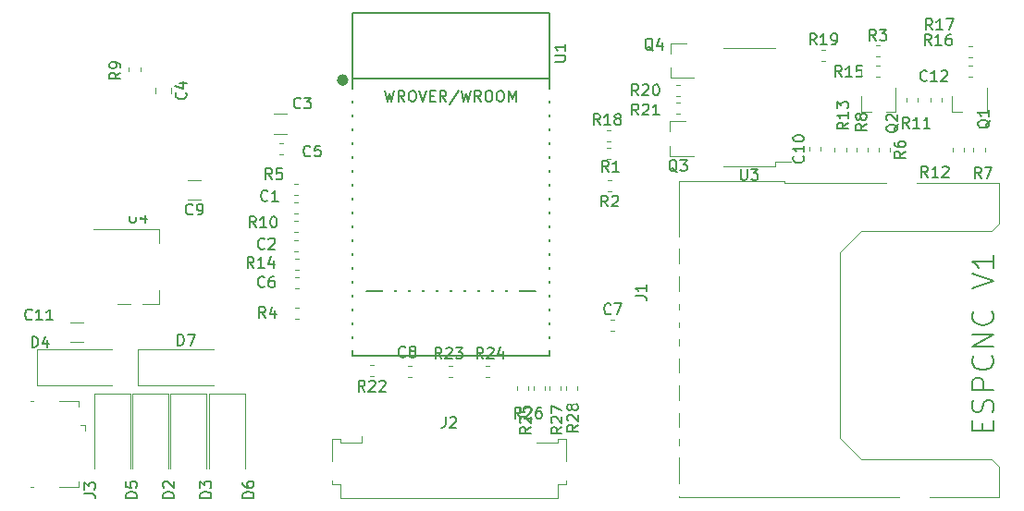
<source format=gbr>
G04 #@! TF.GenerationSoftware,KiCad,Pcbnew,(5.1.0)-1*
G04 #@! TF.CreationDate,2020-03-20T23:12:45+08:00*
G04 #@! TF.ProjectId,espcnc,65737063-6e63-42e6-9b69-6361645f7063,rev?*
G04 #@! TF.SameCoordinates,Original*
G04 #@! TF.FileFunction,Legend,Top*
G04 #@! TF.FilePolarity,Positive*
%FSLAX46Y46*%
G04 Gerber Fmt 4.6, Leading zero omitted, Abs format (unit mm)*
G04 Created by KiCad (PCBNEW (5.1.0)-1) date 2020-03-20 23:12:45*
%MOMM*%
%LPD*%
G04 APERTURE LIST*
%ADD10C,0.150000*%
%ADD11C,0.120000*%
%ADD12C,0.500000*%
%ADD13R,2.102000X2.102000*%
%ADD14C,2.102000*%
%ADD15C,3.302000*%
%ADD16C,1.626000*%
%ADD17O,3.150000X1.952000*%
%ADD18C,0.100000*%
%ADD19C,1.052000*%
%ADD20O,2.602000X1.002000*%
%ADD21R,6.102000X6.102000*%
%ADD22O,1.002000X2.602000*%
%ADD23R,1.002000X0.902000*%
%ADD24C,0.902000*%
%ADD25C,1.602000*%
%ADD26C,1.902000*%
%ADD27C,0.802000*%
%ADD28C,1.802000*%
%ADD29C,1.527000*%
%ADD30C,1.252000*%
%ADD31R,1.902000X1.902000*%
%ADD32R,1.902000X3.602000*%
%ADD33R,3.602000X1.902000*%
%ADD34R,2.102000X1.402000*%
%ADD35R,0.502000X1.102000*%
%ADD36R,2.002000X1.302000*%
%ADD37O,2.002000X1.302000*%
%ADD38R,2.002000X1.602000*%
%ADD39C,1.552000*%
%ADD40R,1.452000X0.502000*%
%ADD41R,0.902000X1.002000*%
%ADD42R,1.402000X0.902000*%
%ADD43R,2.102000X3.902000*%
%ADD44R,2.102000X1.602000*%
G04 APERTURE END LIST*
D10*
X253157142Y-78300000D02*
X253157142Y-77633333D01*
X254204761Y-77347619D02*
X254204761Y-78300000D01*
X252204761Y-78300000D01*
X252204761Y-77347619D01*
X254109523Y-76585714D02*
X254204761Y-76300000D01*
X254204761Y-75823809D01*
X254109523Y-75633333D01*
X254014285Y-75538095D01*
X253823809Y-75442857D01*
X253633333Y-75442857D01*
X253442857Y-75538095D01*
X253347619Y-75633333D01*
X253252380Y-75823809D01*
X253157142Y-76204761D01*
X253061904Y-76395238D01*
X252966666Y-76490476D01*
X252776190Y-76585714D01*
X252585714Y-76585714D01*
X252395238Y-76490476D01*
X252300000Y-76395238D01*
X252204761Y-76204761D01*
X252204761Y-75728571D01*
X252300000Y-75442857D01*
X254204761Y-74585714D02*
X252204761Y-74585714D01*
X252204761Y-73823809D01*
X252300000Y-73633333D01*
X252395238Y-73538095D01*
X252585714Y-73442857D01*
X252871428Y-73442857D01*
X253061904Y-73538095D01*
X253157142Y-73633333D01*
X253252380Y-73823809D01*
X253252380Y-74585714D01*
X254014285Y-71442857D02*
X254109523Y-71538095D01*
X254204761Y-71823809D01*
X254204761Y-72014285D01*
X254109523Y-72300000D01*
X253919047Y-72490476D01*
X253728571Y-72585714D01*
X253347619Y-72680952D01*
X253061904Y-72680952D01*
X252680952Y-72585714D01*
X252490476Y-72490476D01*
X252300000Y-72300000D01*
X252204761Y-72014285D01*
X252204761Y-71823809D01*
X252300000Y-71538095D01*
X252395238Y-71442857D01*
X254204761Y-70585714D02*
X252204761Y-70585714D01*
X254204761Y-69442857D01*
X252204761Y-69442857D01*
X254014285Y-67347619D02*
X254109523Y-67442857D01*
X254204761Y-67728571D01*
X254204761Y-67919047D01*
X254109523Y-68204761D01*
X253919047Y-68395238D01*
X253728571Y-68490476D01*
X253347619Y-68585714D01*
X253061904Y-68585714D01*
X252680952Y-68490476D01*
X252490476Y-68395238D01*
X252300000Y-68204761D01*
X252204761Y-67919047D01*
X252204761Y-67728571D01*
X252300000Y-67442857D01*
X252395238Y-67347619D01*
X252204761Y-65252380D02*
X254204761Y-64585714D01*
X252204761Y-63919047D01*
X254204761Y-62204761D02*
X254204761Y-63347619D01*
X254204761Y-62776190D02*
X252204761Y-62776190D01*
X252490476Y-62966666D01*
X252680952Y-63157142D01*
X252776190Y-63347619D01*
D11*
X216060000Y-74546267D02*
X216060000Y-74203733D01*
X215040000Y-74546267D02*
X215040000Y-74203733D01*
X214560000Y-74546267D02*
X214560000Y-74203733D01*
X213540000Y-74546267D02*
X213540000Y-74203733D01*
X213084200Y-74538767D02*
X213084200Y-74196233D01*
X212064200Y-74538767D02*
X212064200Y-74196233D01*
X211611000Y-74538767D02*
X211611000Y-74196233D01*
X210591000Y-74538767D02*
X210591000Y-74196233D01*
X208046267Y-72340000D02*
X207703733Y-72340000D01*
X208046267Y-73360000D02*
X207703733Y-73360000D01*
X204596267Y-72340000D02*
X204253733Y-72340000D01*
X204596267Y-73360000D02*
X204253733Y-73360000D01*
X197446267Y-72290000D02*
X197103733Y-72290000D01*
X197446267Y-73310000D02*
X197103733Y-73310000D01*
D10*
X213500000Y-40000000D02*
X195500000Y-40000000D01*
X213500000Y-71400000D02*
X195500000Y-71400000D01*
X213500000Y-40000000D02*
X213500000Y-71400000D01*
D12*
X194877981Y-46146000D02*
G75*
G03X194877981Y-46146000I-283981J0D01*
G01*
D10*
X195500000Y-40000000D02*
X195500000Y-71400000D01*
X213500000Y-46000000D02*
X195500000Y-46000000D01*
X213500000Y-65500000D02*
X195500000Y-65500000D01*
D11*
X224590000Y-42795000D02*
X226050000Y-42795000D01*
X224590000Y-45955000D02*
X226750000Y-45955000D01*
X224590000Y-45955000D02*
X224590000Y-45025000D01*
X224590000Y-42795000D02*
X224590000Y-43725000D01*
X246165000Y-47753733D02*
X246165000Y-48096267D01*
X247185000Y-47753733D02*
X247185000Y-48096267D01*
X248307000Y-84350000D02*
X254647000Y-84350000D01*
X254647000Y-84350000D02*
X254647000Y-81570000D01*
X240147000Y-78970000D02*
X240147000Y-61890000D01*
X225407000Y-66630000D02*
X225407000Y-67170000D01*
X235047000Y-55410000D02*
X225407000Y-55410000D01*
X225407000Y-76630000D02*
X225407000Y-77900000D01*
X247107000Y-55610000D02*
X254647000Y-55610000D01*
X253987000Y-59950000D02*
X242087000Y-59950000D01*
X225407000Y-80760000D02*
X225407000Y-83090000D01*
X240147000Y-78970000D02*
X242087000Y-80910000D01*
X225407000Y-71630000D02*
X225407000Y-72970000D01*
X253987000Y-80910000D02*
X254647000Y-81570000D01*
X254647000Y-55610000D02*
X254647000Y-59290000D01*
X225407000Y-55410000D02*
X225407000Y-60470000D01*
X225407000Y-69930000D02*
X225407000Y-70470000D01*
X240147000Y-61890000D02*
X242087000Y-59950000D01*
X225407000Y-74130000D02*
X225407000Y-75470000D01*
X225407000Y-61630000D02*
X225407000Y-62970000D01*
X225407000Y-64130000D02*
X225407000Y-65470000D01*
X225407000Y-84250000D02*
X225407000Y-84350000D01*
X253987000Y-59950000D02*
X254647000Y-59290000D01*
X225407000Y-68330000D02*
X225407000Y-68770000D01*
X225407000Y-84350000D02*
X245547000Y-84350000D01*
X225407000Y-79060000D02*
X225407000Y-79600000D01*
X253987000Y-80910000D02*
X242087000Y-80910000D01*
X235047000Y-55610000D02*
X244347000Y-55610000D01*
X235047000Y-55610000D02*
X235047000Y-55410000D01*
X190496267Y-56710000D02*
X190153733Y-56710000D01*
X190496267Y-55690000D02*
X190153733Y-55690000D01*
X190496267Y-59090000D02*
X190153733Y-59090000D01*
X190496267Y-60110000D02*
X190153733Y-60110000D01*
X189514564Y-51060000D02*
X188310436Y-51060000D01*
X189514564Y-49240000D02*
X188310436Y-49240000D01*
X178910000Y-46863748D02*
X178910000Y-47386252D01*
X177490000Y-46863748D02*
X177490000Y-47386252D01*
X189146267Y-51940000D02*
X188803733Y-51940000D01*
X189146267Y-52960000D02*
X188803733Y-52960000D01*
X190546267Y-63510000D02*
X190203733Y-63510000D01*
X190546267Y-62490000D02*
X190203733Y-62490000D01*
X219128733Y-69110000D02*
X219471267Y-69110000D01*
X219128733Y-68090000D02*
X219471267Y-68090000D01*
X200603733Y-72340000D02*
X200946267Y-72340000D01*
X200603733Y-73360000D02*
X200946267Y-73360000D01*
X181627864Y-55307900D02*
X180423736Y-55307900D01*
X181627864Y-57127900D02*
X180423736Y-57127900D01*
X237290000Y-52646267D02*
X237290000Y-52303733D01*
X238310000Y-52646267D02*
X238310000Y-52303733D01*
X170864564Y-70160000D02*
X169660436Y-70160000D01*
X170864564Y-68340000D02*
X169660436Y-68340000D01*
X178650000Y-74850000D02*
X178650000Y-81750000D01*
X175350000Y-74850000D02*
X175350000Y-81750000D01*
X178650000Y-74850000D02*
X175350000Y-74850000D01*
X182150000Y-74850000D02*
X178850000Y-74850000D01*
X178850000Y-74850000D02*
X178850000Y-81750000D01*
X182150000Y-74850000D02*
X182150000Y-81750000D01*
X166600000Y-70850000D02*
X173500000Y-70850000D01*
X166600000Y-74150000D02*
X173500000Y-74150000D01*
X166600000Y-70850000D02*
X166600000Y-74150000D01*
X175150000Y-74850000D02*
X171850000Y-74850000D01*
X171850000Y-74850000D02*
X171850000Y-81750000D01*
X175150000Y-74850000D02*
X175150000Y-81750000D01*
X185650000Y-74850000D02*
X185650000Y-81750000D01*
X182350000Y-74850000D02*
X182350000Y-81750000D01*
X185650000Y-74850000D02*
X182350000Y-74850000D01*
X175850000Y-70850000D02*
X182750000Y-70850000D01*
X175850000Y-74150000D02*
X182750000Y-74150000D01*
X175850000Y-70850000D02*
X175850000Y-74150000D01*
X196376000Y-78752000D02*
X196376000Y-79342000D01*
X196376000Y-79342000D02*
X194396000Y-79342000D01*
X194396000Y-79342000D02*
X194396000Y-78992000D01*
X194396000Y-78992000D02*
X193626000Y-78992000D01*
X193626000Y-78992000D02*
X193626000Y-81042000D01*
X193626000Y-82862000D02*
X193626000Y-83162000D01*
X193626000Y-83162000D02*
X194426000Y-83162000D01*
X194426000Y-83162000D02*
X194426000Y-84462000D01*
X194426000Y-84462000D02*
X214246000Y-84462000D01*
X214246000Y-84462000D02*
X214246000Y-83162000D01*
X214246000Y-83162000D02*
X215046000Y-83162000D01*
X215046000Y-83162000D02*
X215046000Y-82862000D01*
X215046000Y-81042000D02*
X215046000Y-78992000D01*
X215046000Y-78992000D02*
X214276000Y-78992000D01*
X214276000Y-78992000D02*
X214276000Y-79342000D01*
X214276000Y-79342000D02*
X212296000Y-79342000D01*
X171012500Y-77800000D02*
X170562500Y-77800000D01*
X171012500Y-77800000D02*
X171012500Y-78250000D01*
X170462500Y-83400000D02*
X170462500Y-82950000D01*
X168612500Y-83400000D02*
X170462500Y-83400000D01*
X166062500Y-75600000D02*
X166312500Y-75600000D01*
X166062500Y-83400000D02*
X166312500Y-83400000D01*
X168612500Y-75600000D02*
X170462500Y-75600000D01*
X170462500Y-75600000D02*
X170462500Y-76050000D01*
X250370000Y-49060000D02*
X250370000Y-47600000D01*
X253530000Y-49060000D02*
X253530000Y-46900000D01*
X253530000Y-49060000D02*
X252600000Y-49060000D01*
X250370000Y-49060000D02*
X251300000Y-49060000D01*
X242070000Y-49060000D02*
X243000000Y-49060000D01*
X245230000Y-49060000D02*
X244300000Y-49060000D01*
X245230000Y-49060000D02*
X245230000Y-46900000D01*
X242070000Y-49060000D02*
X242070000Y-47600000D01*
X224540000Y-49945000D02*
X224540000Y-50875000D01*
X224540000Y-53105000D02*
X224540000Y-52175000D01*
X224540000Y-53105000D02*
X226700000Y-53105000D01*
X224540000Y-49945000D02*
X226000000Y-49945000D01*
X219146267Y-50740000D02*
X218803733Y-50740000D01*
X219146267Y-51760000D02*
X218803733Y-51760000D01*
X219196267Y-56360000D02*
X218853733Y-56360000D01*
X219196267Y-55340000D02*
X218853733Y-55340000D01*
X243403733Y-42990000D02*
X243746267Y-42990000D01*
X243403733Y-44010000D02*
X243746267Y-44010000D01*
X190253733Y-67040000D02*
X190596267Y-67040000D01*
X190253733Y-68060000D02*
X190596267Y-68060000D01*
X190153733Y-58410000D02*
X190496267Y-58410000D01*
X190153733Y-57390000D02*
X190496267Y-57390000D01*
X244710000Y-52353733D02*
X244710000Y-52696267D01*
X243690000Y-52353733D02*
X243690000Y-52696267D01*
X252340000Y-52378733D02*
X252340000Y-52721267D01*
X253360000Y-52378733D02*
X253360000Y-52721267D01*
X242660000Y-52353733D02*
X242660000Y-52696267D01*
X241640000Y-52353733D02*
X241640000Y-52696267D01*
X175040000Y-45028733D02*
X175040000Y-45371267D01*
X176060000Y-45028733D02*
X176060000Y-45371267D01*
X190178733Y-61810000D02*
X190521267Y-61810000D01*
X190178733Y-60790000D02*
X190521267Y-60790000D01*
X249385000Y-48096267D02*
X249385000Y-47753733D01*
X248365000Y-48096267D02*
X248365000Y-47753733D01*
X250440000Y-52353733D02*
X250440000Y-52696267D01*
X251460000Y-52353733D02*
X251460000Y-52696267D01*
X240660000Y-52328733D02*
X240660000Y-52671267D01*
X239640000Y-52328733D02*
X239640000Y-52671267D01*
X190203733Y-64240000D02*
X190546267Y-64240000D01*
X190203733Y-65260000D02*
X190546267Y-65260000D01*
X243403733Y-44790000D02*
X243746267Y-44790000D01*
X243403733Y-45810000D02*
X243746267Y-45810000D01*
X252196267Y-44840000D02*
X251853733Y-44840000D01*
X252196267Y-45860000D02*
X251853733Y-45860000D01*
X251853733Y-43040000D02*
X252196267Y-43040000D01*
X251853733Y-44060000D02*
X252196267Y-44060000D01*
X218803733Y-53410000D02*
X219146267Y-53410000D01*
X218803733Y-52390000D02*
X219146267Y-52390000D01*
X238428733Y-43365000D02*
X238771267Y-43365000D01*
X238428733Y-44385000D02*
X238771267Y-44385000D01*
X225128733Y-49235000D02*
X225471267Y-49235000D01*
X225128733Y-48215000D02*
X225471267Y-48215000D01*
X225446267Y-47610000D02*
X225103733Y-47610000D01*
X225446267Y-46590000D02*
X225103733Y-46590000D01*
X234200000Y-54050000D02*
X234200000Y-53650000D01*
X234200000Y-53650000D02*
X235600000Y-53650000D01*
X234200000Y-54050000D02*
X229400000Y-54050000D01*
X234200000Y-43250000D02*
X229400000Y-43250000D01*
X177760000Y-66660000D02*
X177760000Y-65400000D01*
X177760000Y-59840000D02*
X177760000Y-61100000D01*
X174000000Y-66660000D02*
X177760000Y-66660000D01*
X171750000Y-59840000D02*
X177760000Y-59840000D01*
D10*
X216152380Y-77742857D02*
X215676190Y-78076190D01*
X216152380Y-78314285D02*
X215152380Y-78314285D01*
X215152380Y-77933333D01*
X215200000Y-77838095D01*
X215247619Y-77790476D01*
X215342857Y-77742857D01*
X215485714Y-77742857D01*
X215580952Y-77790476D01*
X215628571Y-77838095D01*
X215676190Y-77933333D01*
X215676190Y-78314285D01*
X215247619Y-77361904D02*
X215200000Y-77314285D01*
X215152380Y-77219047D01*
X215152380Y-76980952D01*
X215200000Y-76885714D01*
X215247619Y-76838095D01*
X215342857Y-76790476D01*
X215438095Y-76790476D01*
X215580952Y-76838095D01*
X216152380Y-77409523D01*
X216152380Y-76790476D01*
X215580952Y-76219047D02*
X215533333Y-76314285D01*
X215485714Y-76361904D01*
X215390476Y-76409523D01*
X215342857Y-76409523D01*
X215247619Y-76361904D01*
X215200000Y-76314285D01*
X215152380Y-76219047D01*
X215152380Y-76028571D01*
X215200000Y-75933333D01*
X215247619Y-75885714D01*
X215342857Y-75838095D01*
X215390476Y-75838095D01*
X215485714Y-75885714D01*
X215533333Y-75933333D01*
X215580952Y-76028571D01*
X215580952Y-76219047D01*
X215628571Y-76314285D01*
X215676190Y-76361904D01*
X215771428Y-76409523D01*
X215961904Y-76409523D01*
X216057142Y-76361904D01*
X216104761Y-76314285D01*
X216152380Y-76219047D01*
X216152380Y-76028571D01*
X216104761Y-75933333D01*
X216057142Y-75885714D01*
X215961904Y-75838095D01*
X215771428Y-75838095D01*
X215676190Y-75885714D01*
X215628571Y-75933333D01*
X215580952Y-76028571D01*
X214652380Y-77942857D02*
X214176190Y-78276190D01*
X214652380Y-78514285D02*
X213652380Y-78514285D01*
X213652380Y-78133333D01*
X213700000Y-78038095D01*
X213747619Y-77990476D01*
X213842857Y-77942857D01*
X213985714Y-77942857D01*
X214080952Y-77990476D01*
X214128571Y-78038095D01*
X214176190Y-78133333D01*
X214176190Y-78514285D01*
X213747619Y-77561904D02*
X213700000Y-77514285D01*
X213652380Y-77419047D01*
X213652380Y-77180952D01*
X213700000Y-77085714D01*
X213747619Y-77038095D01*
X213842857Y-76990476D01*
X213938095Y-76990476D01*
X214080952Y-77038095D01*
X214652380Y-77609523D01*
X214652380Y-76990476D01*
X213652380Y-76657142D02*
X213652380Y-75990476D01*
X214652380Y-76419047D01*
X210931342Y-77144880D02*
X210598009Y-76668690D01*
X210359914Y-77144880D02*
X210359914Y-76144880D01*
X210740866Y-76144880D01*
X210836104Y-76192500D01*
X210883723Y-76240119D01*
X210931342Y-76335357D01*
X210931342Y-76478214D01*
X210883723Y-76573452D01*
X210836104Y-76621071D01*
X210740866Y-76668690D01*
X210359914Y-76668690D01*
X211312295Y-76240119D02*
X211359914Y-76192500D01*
X211455152Y-76144880D01*
X211693247Y-76144880D01*
X211788485Y-76192500D01*
X211836104Y-76240119D01*
X211883723Y-76335357D01*
X211883723Y-76430595D01*
X211836104Y-76573452D01*
X211264676Y-77144880D01*
X211883723Y-77144880D01*
X212740866Y-76144880D02*
X212550390Y-76144880D01*
X212455152Y-76192500D01*
X212407533Y-76240119D01*
X212312295Y-76382976D01*
X212264676Y-76573452D01*
X212264676Y-76954404D01*
X212312295Y-77049642D01*
X212359914Y-77097261D01*
X212455152Y-77144880D01*
X212645628Y-77144880D01*
X212740866Y-77097261D01*
X212788485Y-77049642D01*
X212836104Y-76954404D01*
X212836104Y-76716309D01*
X212788485Y-76621071D01*
X212740866Y-76573452D01*
X212645628Y-76525833D01*
X212455152Y-76525833D01*
X212359914Y-76573452D01*
X212312295Y-76621071D01*
X212264676Y-76716309D01*
X211803380Y-77935357D02*
X211327190Y-78268690D01*
X211803380Y-78506785D02*
X210803380Y-78506785D01*
X210803380Y-78125833D01*
X210851000Y-78030595D01*
X210898619Y-77982976D01*
X210993857Y-77935357D01*
X211136714Y-77935357D01*
X211231952Y-77982976D01*
X211279571Y-78030595D01*
X211327190Y-78125833D01*
X211327190Y-78506785D01*
X210898619Y-77554404D02*
X210851000Y-77506785D01*
X210803380Y-77411547D01*
X210803380Y-77173452D01*
X210851000Y-77078214D01*
X210898619Y-77030595D01*
X210993857Y-76982976D01*
X211089095Y-76982976D01*
X211231952Y-77030595D01*
X211803380Y-77602023D01*
X211803380Y-76982976D01*
X210803380Y-76078214D02*
X210803380Y-76554404D01*
X211279571Y-76602023D01*
X211231952Y-76554404D01*
X211184333Y-76459166D01*
X211184333Y-76221071D01*
X211231952Y-76125833D01*
X211279571Y-76078214D01*
X211374809Y-76030595D01*
X211612904Y-76030595D01*
X211708142Y-76078214D01*
X211755761Y-76125833D01*
X211803380Y-76221071D01*
X211803380Y-76459166D01*
X211755761Y-76554404D01*
X211708142Y-76602023D01*
X207457142Y-71652380D02*
X207123809Y-71176190D01*
X206885714Y-71652380D02*
X206885714Y-70652380D01*
X207266666Y-70652380D01*
X207361904Y-70700000D01*
X207409523Y-70747619D01*
X207457142Y-70842857D01*
X207457142Y-70985714D01*
X207409523Y-71080952D01*
X207361904Y-71128571D01*
X207266666Y-71176190D01*
X206885714Y-71176190D01*
X207838095Y-70747619D02*
X207885714Y-70700000D01*
X207980952Y-70652380D01*
X208219047Y-70652380D01*
X208314285Y-70700000D01*
X208361904Y-70747619D01*
X208409523Y-70842857D01*
X208409523Y-70938095D01*
X208361904Y-71080952D01*
X207790476Y-71652380D01*
X208409523Y-71652380D01*
X209266666Y-70985714D02*
X209266666Y-71652380D01*
X209028571Y-70604761D02*
X208790476Y-71319047D01*
X209409523Y-71319047D01*
X203657142Y-71652380D02*
X203323809Y-71176190D01*
X203085714Y-71652380D02*
X203085714Y-70652380D01*
X203466666Y-70652380D01*
X203561904Y-70700000D01*
X203609523Y-70747619D01*
X203657142Y-70842857D01*
X203657142Y-70985714D01*
X203609523Y-71080952D01*
X203561904Y-71128571D01*
X203466666Y-71176190D01*
X203085714Y-71176190D01*
X204038095Y-70747619D02*
X204085714Y-70700000D01*
X204180952Y-70652380D01*
X204419047Y-70652380D01*
X204514285Y-70700000D01*
X204561904Y-70747619D01*
X204609523Y-70842857D01*
X204609523Y-70938095D01*
X204561904Y-71080952D01*
X203990476Y-71652380D01*
X204609523Y-71652380D01*
X204942857Y-70652380D02*
X205561904Y-70652380D01*
X205228571Y-71033333D01*
X205371428Y-71033333D01*
X205466666Y-71080952D01*
X205514285Y-71128571D01*
X205561904Y-71223809D01*
X205561904Y-71461904D01*
X205514285Y-71557142D01*
X205466666Y-71604761D01*
X205371428Y-71652380D01*
X205085714Y-71652380D01*
X204990476Y-71604761D01*
X204942857Y-71557142D01*
X196632142Y-74682380D02*
X196298809Y-74206190D01*
X196060714Y-74682380D02*
X196060714Y-73682380D01*
X196441666Y-73682380D01*
X196536904Y-73730000D01*
X196584523Y-73777619D01*
X196632142Y-73872857D01*
X196632142Y-74015714D01*
X196584523Y-74110952D01*
X196536904Y-74158571D01*
X196441666Y-74206190D01*
X196060714Y-74206190D01*
X197013095Y-73777619D02*
X197060714Y-73730000D01*
X197155952Y-73682380D01*
X197394047Y-73682380D01*
X197489285Y-73730000D01*
X197536904Y-73777619D01*
X197584523Y-73872857D01*
X197584523Y-73968095D01*
X197536904Y-74110952D01*
X196965476Y-74682380D01*
X197584523Y-74682380D01*
X197965476Y-73777619D02*
X198013095Y-73730000D01*
X198108333Y-73682380D01*
X198346428Y-73682380D01*
X198441666Y-73730000D01*
X198489285Y-73777619D01*
X198536904Y-73872857D01*
X198536904Y-73968095D01*
X198489285Y-74110952D01*
X197917857Y-74682380D01*
X198536904Y-74682380D01*
X214002380Y-44451904D02*
X214811904Y-44451904D01*
X214907142Y-44404285D01*
X214954761Y-44356666D01*
X215002380Y-44261428D01*
X215002380Y-44070952D01*
X214954761Y-43975714D01*
X214907142Y-43928095D01*
X214811904Y-43880476D01*
X214002380Y-43880476D01*
X215002380Y-42880476D02*
X215002380Y-43451904D01*
X215002380Y-43166190D02*
X214002380Y-43166190D01*
X214145238Y-43261428D01*
X214240476Y-43356666D01*
X214288095Y-43451904D01*
X198452380Y-47122380D02*
X198690476Y-48122380D01*
X198880952Y-47408095D01*
X199071428Y-48122380D01*
X199309523Y-47122380D01*
X200261904Y-48122380D02*
X199928571Y-47646190D01*
X199690476Y-48122380D02*
X199690476Y-47122380D01*
X200071428Y-47122380D01*
X200166666Y-47170000D01*
X200214285Y-47217619D01*
X200261904Y-47312857D01*
X200261904Y-47455714D01*
X200214285Y-47550952D01*
X200166666Y-47598571D01*
X200071428Y-47646190D01*
X199690476Y-47646190D01*
X200880952Y-47122380D02*
X201071428Y-47122380D01*
X201166666Y-47170000D01*
X201261904Y-47265238D01*
X201309523Y-47455714D01*
X201309523Y-47789047D01*
X201261904Y-47979523D01*
X201166666Y-48074761D01*
X201071428Y-48122380D01*
X200880952Y-48122380D01*
X200785714Y-48074761D01*
X200690476Y-47979523D01*
X200642857Y-47789047D01*
X200642857Y-47455714D01*
X200690476Y-47265238D01*
X200785714Y-47170000D01*
X200880952Y-47122380D01*
X201595238Y-47122380D02*
X201928571Y-48122380D01*
X202261904Y-47122380D01*
X202595238Y-47598571D02*
X202928571Y-47598571D01*
X203071428Y-48122380D02*
X202595238Y-48122380D01*
X202595238Y-47122380D01*
X203071428Y-47122380D01*
X204071428Y-48122380D02*
X203738095Y-47646190D01*
X203500000Y-48122380D02*
X203500000Y-47122380D01*
X203880952Y-47122380D01*
X203976190Y-47170000D01*
X204023809Y-47217619D01*
X204071428Y-47312857D01*
X204071428Y-47455714D01*
X204023809Y-47550952D01*
X203976190Y-47598571D01*
X203880952Y-47646190D01*
X203500000Y-47646190D01*
X205214285Y-47074761D02*
X204357142Y-48360476D01*
X205452380Y-47122380D02*
X205690476Y-48122380D01*
X205880952Y-47408095D01*
X206071428Y-48122380D01*
X206309523Y-47122380D01*
X207261904Y-48122380D02*
X206928571Y-47646190D01*
X206690476Y-48122380D02*
X206690476Y-47122380D01*
X207071428Y-47122380D01*
X207166666Y-47170000D01*
X207214285Y-47217619D01*
X207261904Y-47312857D01*
X207261904Y-47455714D01*
X207214285Y-47550952D01*
X207166666Y-47598571D01*
X207071428Y-47646190D01*
X206690476Y-47646190D01*
X207880952Y-47122380D02*
X208071428Y-47122380D01*
X208166666Y-47170000D01*
X208261904Y-47265238D01*
X208309523Y-47455714D01*
X208309523Y-47789047D01*
X208261904Y-47979523D01*
X208166666Y-48074761D01*
X208071428Y-48122380D01*
X207880952Y-48122380D01*
X207785714Y-48074761D01*
X207690476Y-47979523D01*
X207642857Y-47789047D01*
X207642857Y-47455714D01*
X207690476Y-47265238D01*
X207785714Y-47170000D01*
X207880952Y-47122380D01*
X208928571Y-47122380D02*
X209119047Y-47122380D01*
X209214285Y-47170000D01*
X209309523Y-47265238D01*
X209357142Y-47455714D01*
X209357142Y-47789047D01*
X209309523Y-47979523D01*
X209214285Y-48074761D01*
X209119047Y-48122380D01*
X208928571Y-48122380D01*
X208833333Y-48074761D01*
X208738095Y-47979523D01*
X208690476Y-47789047D01*
X208690476Y-47455714D01*
X208738095Y-47265238D01*
X208833333Y-47170000D01*
X208928571Y-47122380D01*
X209785714Y-48122380D02*
X209785714Y-47122380D01*
X210119047Y-47836666D01*
X210452380Y-47122380D01*
X210452380Y-48122380D01*
X223004761Y-43447619D02*
X222909523Y-43400000D01*
X222814285Y-43304761D01*
X222671428Y-43161904D01*
X222576190Y-43114285D01*
X222480952Y-43114285D01*
X222528571Y-43352380D02*
X222433333Y-43304761D01*
X222338095Y-43209523D01*
X222290476Y-43019047D01*
X222290476Y-42685714D01*
X222338095Y-42495238D01*
X222433333Y-42400000D01*
X222528571Y-42352380D01*
X222719047Y-42352380D01*
X222814285Y-42400000D01*
X222909523Y-42495238D01*
X222957142Y-42685714D01*
X222957142Y-43019047D01*
X222909523Y-43209523D01*
X222814285Y-43304761D01*
X222719047Y-43352380D01*
X222528571Y-43352380D01*
X223814285Y-42685714D02*
X223814285Y-43352380D01*
X223576190Y-42304761D02*
X223338095Y-43019047D01*
X223957142Y-43019047D01*
X248057142Y-46157142D02*
X248009523Y-46204761D01*
X247866666Y-46252380D01*
X247771428Y-46252380D01*
X247628571Y-46204761D01*
X247533333Y-46109523D01*
X247485714Y-46014285D01*
X247438095Y-45823809D01*
X247438095Y-45680952D01*
X247485714Y-45490476D01*
X247533333Y-45395238D01*
X247628571Y-45300000D01*
X247771428Y-45252380D01*
X247866666Y-45252380D01*
X248009523Y-45300000D01*
X248057142Y-45347619D01*
X249009523Y-46252380D02*
X248438095Y-46252380D01*
X248723809Y-46252380D02*
X248723809Y-45252380D01*
X248628571Y-45395238D01*
X248533333Y-45490476D01*
X248438095Y-45538095D01*
X249390476Y-45347619D02*
X249438095Y-45300000D01*
X249533333Y-45252380D01*
X249771428Y-45252380D01*
X249866666Y-45300000D01*
X249914285Y-45347619D01*
X249961904Y-45442857D01*
X249961904Y-45538095D01*
X249914285Y-45680952D01*
X249342857Y-46252380D01*
X249961904Y-46252380D01*
X221379380Y-65913333D02*
X222093666Y-65913333D01*
X222236523Y-65960952D01*
X222331761Y-66056190D01*
X222379380Y-66199047D01*
X222379380Y-66294285D01*
X222379380Y-64913333D02*
X222379380Y-65484761D01*
X222379380Y-65199047D02*
X221379380Y-65199047D01*
X221522238Y-65294285D01*
X221617476Y-65389523D01*
X221665095Y-65484761D01*
X187733333Y-57157142D02*
X187685714Y-57204761D01*
X187542857Y-57252380D01*
X187447619Y-57252380D01*
X187304761Y-57204761D01*
X187209523Y-57109523D01*
X187161904Y-57014285D01*
X187114285Y-56823809D01*
X187114285Y-56680952D01*
X187161904Y-56490476D01*
X187209523Y-56395238D01*
X187304761Y-56300000D01*
X187447619Y-56252380D01*
X187542857Y-56252380D01*
X187685714Y-56300000D01*
X187733333Y-56347619D01*
X188685714Y-57252380D02*
X188114285Y-57252380D01*
X188400000Y-57252380D02*
X188400000Y-56252380D01*
X188304761Y-56395238D01*
X188209523Y-56490476D01*
X188114285Y-56538095D01*
X187433333Y-61557142D02*
X187385714Y-61604761D01*
X187242857Y-61652380D01*
X187147619Y-61652380D01*
X187004761Y-61604761D01*
X186909523Y-61509523D01*
X186861904Y-61414285D01*
X186814285Y-61223809D01*
X186814285Y-61080952D01*
X186861904Y-60890476D01*
X186909523Y-60795238D01*
X187004761Y-60700000D01*
X187147619Y-60652380D01*
X187242857Y-60652380D01*
X187385714Y-60700000D01*
X187433333Y-60747619D01*
X187814285Y-60747619D02*
X187861904Y-60700000D01*
X187957142Y-60652380D01*
X188195238Y-60652380D01*
X188290476Y-60700000D01*
X188338095Y-60747619D01*
X188385714Y-60842857D01*
X188385714Y-60938095D01*
X188338095Y-61080952D01*
X187766666Y-61652380D01*
X188385714Y-61652380D01*
X190733333Y-48657142D02*
X190685714Y-48704761D01*
X190542857Y-48752380D01*
X190447619Y-48752380D01*
X190304761Y-48704761D01*
X190209523Y-48609523D01*
X190161904Y-48514285D01*
X190114285Y-48323809D01*
X190114285Y-48180952D01*
X190161904Y-47990476D01*
X190209523Y-47895238D01*
X190304761Y-47800000D01*
X190447619Y-47752380D01*
X190542857Y-47752380D01*
X190685714Y-47800000D01*
X190733333Y-47847619D01*
X191066666Y-47752380D02*
X191685714Y-47752380D01*
X191352380Y-48133333D01*
X191495238Y-48133333D01*
X191590476Y-48180952D01*
X191638095Y-48228571D01*
X191685714Y-48323809D01*
X191685714Y-48561904D01*
X191638095Y-48657142D01*
X191590476Y-48704761D01*
X191495238Y-48752380D01*
X191209523Y-48752380D01*
X191114285Y-48704761D01*
X191066666Y-48657142D01*
X180207142Y-47291666D02*
X180254761Y-47339285D01*
X180302380Y-47482142D01*
X180302380Y-47577380D01*
X180254761Y-47720238D01*
X180159523Y-47815476D01*
X180064285Y-47863095D01*
X179873809Y-47910714D01*
X179730952Y-47910714D01*
X179540476Y-47863095D01*
X179445238Y-47815476D01*
X179350000Y-47720238D01*
X179302380Y-47577380D01*
X179302380Y-47482142D01*
X179350000Y-47339285D01*
X179397619Y-47291666D01*
X179635714Y-46434523D02*
X180302380Y-46434523D01*
X179254761Y-46672619D02*
X179969047Y-46910714D01*
X179969047Y-46291666D01*
X191633333Y-53057142D02*
X191585714Y-53104761D01*
X191442857Y-53152380D01*
X191347619Y-53152380D01*
X191204761Y-53104761D01*
X191109523Y-53009523D01*
X191061904Y-52914285D01*
X191014285Y-52723809D01*
X191014285Y-52580952D01*
X191061904Y-52390476D01*
X191109523Y-52295238D01*
X191204761Y-52200000D01*
X191347619Y-52152380D01*
X191442857Y-52152380D01*
X191585714Y-52200000D01*
X191633333Y-52247619D01*
X192538095Y-52152380D02*
X192061904Y-52152380D01*
X192014285Y-52628571D01*
X192061904Y-52580952D01*
X192157142Y-52533333D01*
X192395238Y-52533333D01*
X192490476Y-52580952D01*
X192538095Y-52628571D01*
X192585714Y-52723809D01*
X192585714Y-52961904D01*
X192538095Y-53057142D01*
X192490476Y-53104761D01*
X192395238Y-53152380D01*
X192157142Y-53152380D01*
X192061904Y-53104761D01*
X192014285Y-53057142D01*
X187433333Y-65057142D02*
X187385714Y-65104761D01*
X187242857Y-65152380D01*
X187147619Y-65152380D01*
X187004761Y-65104761D01*
X186909523Y-65009523D01*
X186861904Y-64914285D01*
X186814285Y-64723809D01*
X186814285Y-64580952D01*
X186861904Y-64390476D01*
X186909523Y-64295238D01*
X187004761Y-64200000D01*
X187147619Y-64152380D01*
X187242857Y-64152380D01*
X187385714Y-64200000D01*
X187433333Y-64247619D01*
X188290476Y-64152380D02*
X188100000Y-64152380D01*
X188004761Y-64200000D01*
X187957142Y-64247619D01*
X187861904Y-64390476D01*
X187814285Y-64580952D01*
X187814285Y-64961904D01*
X187861904Y-65057142D01*
X187909523Y-65104761D01*
X188004761Y-65152380D01*
X188195238Y-65152380D01*
X188290476Y-65104761D01*
X188338095Y-65057142D01*
X188385714Y-64961904D01*
X188385714Y-64723809D01*
X188338095Y-64628571D01*
X188290476Y-64580952D01*
X188195238Y-64533333D01*
X188004761Y-64533333D01*
X187909523Y-64580952D01*
X187861904Y-64628571D01*
X187814285Y-64723809D01*
X219133333Y-67527142D02*
X219085714Y-67574761D01*
X218942857Y-67622380D01*
X218847619Y-67622380D01*
X218704761Y-67574761D01*
X218609523Y-67479523D01*
X218561904Y-67384285D01*
X218514285Y-67193809D01*
X218514285Y-67050952D01*
X218561904Y-66860476D01*
X218609523Y-66765238D01*
X218704761Y-66670000D01*
X218847619Y-66622380D01*
X218942857Y-66622380D01*
X219085714Y-66670000D01*
X219133333Y-66717619D01*
X219466666Y-66622380D02*
X220133333Y-66622380D01*
X219704761Y-67622380D01*
X200333333Y-71457142D02*
X200285714Y-71504761D01*
X200142857Y-71552380D01*
X200047619Y-71552380D01*
X199904761Y-71504761D01*
X199809523Y-71409523D01*
X199761904Y-71314285D01*
X199714285Y-71123809D01*
X199714285Y-70980952D01*
X199761904Y-70790476D01*
X199809523Y-70695238D01*
X199904761Y-70600000D01*
X200047619Y-70552380D01*
X200142857Y-70552380D01*
X200285714Y-70600000D01*
X200333333Y-70647619D01*
X200904761Y-70980952D02*
X200809523Y-70933333D01*
X200761904Y-70885714D01*
X200714285Y-70790476D01*
X200714285Y-70742857D01*
X200761904Y-70647619D01*
X200809523Y-70600000D01*
X200904761Y-70552380D01*
X201095238Y-70552380D01*
X201190476Y-70600000D01*
X201238095Y-70647619D01*
X201285714Y-70742857D01*
X201285714Y-70790476D01*
X201238095Y-70885714D01*
X201190476Y-70933333D01*
X201095238Y-70980952D01*
X200904761Y-70980952D01*
X200809523Y-71028571D01*
X200761904Y-71076190D01*
X200714285Y-71171428D01*
X200714285Y-71361904D01*
X200761904Y-71457142D01*
X200809523Y-71504761D01*
X200904761Y-71552380D01*
X201095238Y-71552380D01*
X201190476Y-71504761D01*
X201238095Y-71457142D01*
X201285714Y-71361904D01*
X201285714Y-71171428D01*
X201238095Y-71076190D01*
X201190476Y-71028571D01*
X201095238Y-70980952D01*
X180859133Y-58395042D02*
X180811514Y-58442661D01*
X180668657Y-58490280D01*
X180573419Y-58490280D01*
X180430561Y-58442661D01*
X180335323Y-58347423D01*
X180287704Y-58252185D01*
X180240085Y-58061709D01*
X180240085Y-57918852D01*
X180287704Y-57728376D01*
X180335323Y-57633138D01*
X180430561Y-57537900D01*
X180573419Y-57490280D01*
X180668657Y-57490280D01*
X180811514Y-57537900D01*
X180859133Y-57585519D01*
X181335323Y-58490280D02*
X181525800Y-58490280D01*
X181621038Y-58442661D01*
X181668657Y-58395042D01*
X181763895Y-58252185D01*
X181811514Y-58061709D01*
X181811514Y-57680757D01*
X181763895Y-57585519D01*
X181716276Y-57537900D01*
X181621038Y-57490280D01*
X181430561Y-57490280D01*
X181335323Y-57537900D01*
X181287704Y-57585519D01*
X181240085Y-57680757D01*
X181240085Y-57918852D01*
X181287704Y-58014090D01*
X181335323Y-58061709D01*
X181430561Y-58109328D01*
X181621038Y-58109328D01*
X181716276Y-58061709D01*
X181763895Y-58014090D01*
X181811514Y-57918852D01*
X236727142Y-53117857D02*
X236774761Y-53165476D01*
X236822380Y-53308333D01*
X236822380Y-53403571D01*
X236774761Y-53546428D01*
X236679523Y-53641666D01*
X236584285Y-53689285D01*
X236393809Y-53736904D01*
X236250952Y-53736904D01*
X236060476Y-53689285D01*
X235965238Y-53641666D01*
X235870000Y-53546428D01*
X235822380Y-53403571D01*
X235822380Y-53308333D01*
X235870000Y-53165476D01*
X235917619Y-53117857D01*
X236822380Y-52165476D02*
X236822380Y-52736904D01*
X236822380Y-52451190D02*
X235822380Y-52451190D01*
X235965238Y-52546428D01*
X236060476Y-52641666D01*
X236108095Y-52736904D01*
X235822380Y-51546428D02*
X235822380Y-51451190D01*
X235870000Y-51355952D01*
X235917619Y-51308333D01*
X236012857Y-51260714D01*
X236203333Y-51213095D01*
X236441428Y-51213095D01*
X236631904Y-51260714D01*
X236727142Y-51308333D01*
X236774761Y-51355952D01*
X236822380Y-51451190D01*
X236822380Y-51546428D01*
X236774761Y-51641666D01*
X236727142Y-51689285D01*
X236631904Y-51736904D01*
X236441428Y-51784523D01*
X236203333Y-51784523D01*
X236012857Y-51736904D01*
X235917619Y-51689285D01*
X235870000Y-51641666D01*
X235822380Y-51546428D01*
X166157142Y-68057142D02*
X166109523Y-68104761D01*
X165966666Y-68152380D01*
X165871428Y-68152380D01*
X165728571Y-68104761D01*
X165633333Y-68009523D01*
X165585714Y-67914285D01*
X165538095Y-67723809D01*
X165538095Y-67580952D01*
X165585714Y-67390476D01*
X165633333Y-67295238D01*
X165728571Y-67200000D01*
X165871428Y-67152380D01*
X165966666Y-67152380D01*
X166109523Y-67200000D01*
X166157142Y-67247619D01*
X167109523Y-68152380D02*
X166538095Y-68152380D01*
X166823809Y-68152380D02*
X166823809Y-67152380D01*
X166728571Y-67295238D01*
X166633333Y-67390476D01*
X166538095Y-67438095D01*
X168061904Y-68152380D02*
X167490476Y-68152380D01*
X167776190Y-68152380D02*
X167776190Y-67152380D01*
X167680952Y-67295238D01*
X167585714Y-67390476D01*
X167490476Y-67438095D01*
X179152380Y-84438095D02*
X178152380Y-84438095D01*
X178152380Y-84200000D01*
X178200000Y-84057142D01*
X178295238Y-83961904D01*
X178390476Y-83914285D01*
X178580952Y-83866666D01*
X178723809Y-83866666D01*
X178914285Y-83914285D01*
X179009523Y-83961904D01*
X179104761Y-84057142D01*
X179152380Y-84200000D01*
X179152380Y-84438095D01*
X178247619Y-83485714D02*
X178200000Y-83438095D01*
X178152380Y-83342857D01*
X178152380Y-83104761D01*
X178200000Y-83009523D01*
X178247619Y-82961904D01*
X178342857Y-82914285D01*
X178438095Y-82914285D01*
X178580952Y-82961904D01*
X179152380Y-83533333D01*
X179152380Y-82914285D01*
X182552380Y-84438095D02*
X181552380Y-84438095D01*
X181552380Y-84200000D01*
X181600000Y-84057142D01*
X181695238Y-83961904D01*
X181790476Y-83914285D01*
X181980952Y-83866666D01*
X182123809Y-83866666D01*
X182314285Y-83914285D01*
X182409523Y-83961904D01*
X182504761Y-84057142D01*
X182552380Y-84200000D01*
X182552380Y-84438095D01*
X181552380Y-83533333D02*
X181552380Y-82914285D01*
X181933333Y-83247619D01*
X181933333Y-83104761D01*
X181980952Y-83009523D01*
X182028571Y-82961904D01*
X182123809Y-82914285D01*
X182361904Y-82914285D01*
X182457142Y-82961904D01*
X182504761Y-83009523D01*
X182552380Y-83104761D01*
X182552380Y-83390476D01*
X182504761Y-83485714D01*
X182457142Y-83533333D01*
X166161904Y-70652380D02*
X166161904Y-69652380D01*
X166400000Y-69652380D01*
X166542857Y-69700000D01*
X166638095Y-69795238D01*
X166685714Y-69890476D01*
X166733333Y-70080952D01*
X166733333Y-70223809D01*
X166685714Y-70414285D01*
X166638095Y-70509523D01*
X166542857Y-70604761D01*
X166400000Y-70652380D01*
X166161904Y-70652380D01*
X167590476Y-69985714D02*
X167590476Y-70652380D01*
X167352380Y-69604761D02*
X167114285Y-70319047D01*
X167733333Y-70319047D01*
X175752380Y-84438095D02*
X174752380Y-84438095D01*
X174752380Y-84200000D01*
X174800000Y-84057142D01*
X174895238Y-83961904D01*
X174990476Y-83914285D01*
X175180952Y-83866666D01*
X175323809Y-83866666D01*
X175514285Y-83914285D01*
X175609523Y-83961904D01*
X175704761Y-84057142D01*
X175752380Y-84200000D01*
X175752380Y-84438095D01*
X174752380Y-82961904D02*
X174752380Y-83438095D01*
X175228571Y-83485714D01*
X175180952Y-83438095D01*
X175133333Y-83342857D01*
X175133333Y-83104761D01*
X175180952Y-83009523D01*
X175228571Y-82961904D01*
X175323809Y-82914285D01*
X175561904Y-82914285D01*
X175657142Y-82961904D01*
X175704761Y-83009523D01*
X175752380Y-83104761D01*
X175752380Y-83342857D01*
X175704761Y-83438095D01*
X175657142Y-83485714D01*
X186452380Y-84438095D02*
X185452380Y-84438095D01*
X185452380Y-84200000D01*
X185500000Y-84057142D01*
X185595238Y-83961904D01*
X185690476Y-83914285D01*
X185880952Y-83866666D01*
X186023809Y-83866666D01*
X186214285Y-83914285D01*
X186309523Y-83961904D01*
X186404761Y-84057142D01*
X186452380Y-84200000D01*
X186452380Y-84438095D01*
X185452380Y-83009523D02*
X185452380Y-83200000D01*
X185500000Y-83295238D01*
X185547619Y-83342857D01*
X185690476Y-83438095D01*
X185880952Y-83485714D01*
X186261904Y-83485714D01*
X186357142Y-83438095D01*
X186404761Y-83390476D01*
X186452380Y-83295238D01*
X186452380Y-83104761D01*
X186404761Y-83009523D01*
X186357142Y-82961904D01*
X186261904Y-82914285D01*
X186023809Y-82914285D01*
X185928571Y-82961904D01*
X185880952Y-83009523D01*
X185833333Y-83104761D01*
X185833333Y-83295238D01*
X185880952Y-83390476D01*
X185928571Y-83438095D01*
X186023809Y-83485714D01*
X179511904Y-70452380D02*
X179511904Y-69452380D01*
X179750000Y-69452380D01*
X179892857Y-69500000D01*
X179988095Y-69595238D01*
X180035714Y-69690476D01*
X180083333Y-69880952D01*
X180083333Y-70023809D01*
X180035714Y-70214285D01*
X179988095Y-70309523D01*
X179892857Y-70404761D01*
X179750000Y-70452380D01*
X179511904Y-70452380D01*
X180416666Y-69452380D02*
X181083333Y-69452380D01*
X180654761Y-70452380D01*
X204002666Y-77004380D02*
X204002666Y-77718666D01*
X203955047Y-77861523D01*
X203859809Y-77956761D01*
X203716952Y-78004380D01*
X203621714Y-78004380D01*
X204431238Y-77099619D02*
X204478857Y-77052000D01*
X204574095Y-77004380D01*
X204812190Y-77004380D01*
X204907428Y-77052000D01*
X204955047Y-77099619D01*
X205002666Y-77194857D01*
X205002666Y-77290095D01*
X204955047Y-77432952D01*
X204383619Y-78004380D01*
X205002666Y-78004380D01*
X170952380Y-84033333D02*
X171666666Y-84033333D01*
X171809523Y-84080952D01*
X171904761Y-84176190D01*
X171952380Y-84319047D01*
X171952380Y-84414285D01*
X170952380Y-83652380D02*
X170952380Y-83033333D01*
X171333333Y-83366666D01*
X171333333Y-83223809D01*
X171380952Y-83128571D01*
X171428571Y-83080952D01*
X171523809Y-83033333D01*
X171761904Y-83033333D01*
X171857142Y-83080952D01*
X171904761Y-83128571D01*
X171952380Y-83223809D01*
X171952380Y-83509523D01*
X171904761Y-83604761D01*
X171857142Y-83652380D01*
X253847619Y-49795238D02*
X253800000Y-49890476D01*
X253704761Y-49985714D01*
X253561904Y-50128571D01*
X253514285Y-50223809D01*
X253514285Y-50319047D01*
X253752380Y-50271428D02*
X253704761Y-50366666D01*
X253609523Y-50461904D01*
X253419047Y-50509523D01*
X253085714Y-50509523D01*
X252895238Y-50461904D01*
X252800000Y-50366666D01*
X252752380Y-50271428D01*
X252752380Y-50080952D01*
X252800000Y-49985714D01*
X252895238Y-49890476D01*
X253085714Y-49842857D01*
X253419047Y-49842857D01*
X253609523Y-49890476D01*
X253704761Y-49985714D01*
X253752380Y-50080952D01*
X253752380Y-50271428D01*
X253752380Y-48890476D02*
X253752380Y-49461904D01*
X253752380Y-49176190D02*
X252752380Y-49176190D01*
X252895238Y-49271428D01*
X252990476Y-49366666D01*
X253038095Y-49461904D01*
X245447619Y-50195238D02*
X245400000Y-50290476D01*
X245304761Y-50385714D01*
X245161904Y-50528571D01*
X245114285Y-50623809D01*
X245114285Y-50719047D01*
X245352380Y-50671428D02*
X245304761Y-50766666D01*
X245209523Y-50861904D01*
X245019047Y-50909523D01*
X244685714Y-50909523D01*
X244495238Y-50861904D01*
X244400000Y-50766666D01*
X244352380Y-50671428D01*
X244352380Y-50480952D01*
X244400000Y-50385714D01*
X244495238Y-50290476D01*
X244685714Y-50242857D01*
X245019047Y-50242857D01*
X245209523Y-50290476D01*
X245304761Y-50385714D01*
X245352380Y-50480952D01*
X245352380Y-50671428D01*
X244447619Y-49861904D02*
X244400000Y-49814285D01*
X244352380Y-49719047D01*
X244352380Y-49480952D01*
X244400000Y-49385714D01*
X244447619Y-49338095D01*
X244542857Y-49290476D01*
X244638095Y-49290476D01*
X244780952Y-49338095D01*
X245352380Y-49909523D01*
X245352380Y-49290476D01*
X225204761Y-54572619D02*
X225109523Y-54525000D01*
X225014285Y-54429761D01*
X224871428Y-54286904D01*
X224776190Y-54239285D01*
X224680952Y-54239285D01*
X224728571Y-54477380D02*
X224633333Y-54429761D01*
X224538095Y-54334523D01*
X224490476Y-54144047D01*
X224490476Y-53810714D01*
X224538095Y-53620238D01*
X224633333Y-53525000D01*
X224728571Y-53477380D01*
X224919047Y-53477380D01*
X225014285Y-53525000D01*
X225109523Y-53620238D01*
X225157142Y-53810714D01*
X225157142Y-54144047D01*
X225109523Y-54334523D01*
X225014285Y-54429761D01*
X224919047Y-54477380D01*
X224728571Y-54477380D01*
X225490476Y-53477380D02*
X226109523Y-53477380D01*
X225776190Y-53858333D01*
X225919047Y-53858333D01*
X226014285Y-53905952D01*
X226061904Y-53953571D01*
X226109523Y-54048809D01*
X226109523Y-54286904D01*
X226061904Y-54382142D01*
X226014285Y-54429761D01*
X225919047Y-54477380D01*
X225633333Y-54477380D01*
X225538095Y-54429761D01*
X225490476Y-54382142D01*
X218933333Y-54552380D02*
X218600000Y-54076190D01*
X218361904Y-54552380D02*
X218361904Y-53552380D01*
X218742857Y-53552380D01*
X218838095Y-53600000D01*
X218885714Y-53647619D01*
X218933333Y-53742857D01*
X218933333Y-53885714D01*
X218885714Y-53980952D01*
X218838095Y-54028571D01*
X218742857Y-54076190D01*
X218361904Y-54076190D01*
X219885714Y-54552380D02*
X219314285Y-54552380D01*
X219600000Y-54552380D02*
X219600000Y-53552380D01*
X219504761Y-53695238D01*
X219409523Y-53790476D01*
X219314285Y-53838095D01*
X218858333Y-57732380D02*
X218525000Y-57256190D01*
X218286904Y-57732380D02*
X218286904Y-56732380D01*
X218667857Y-56732380D01*
X218763095Y-56780000D01*
X218810714Y-56827619D01*
X218858333Y-56922857D01*
X218858333Y-57065714D01*
X218810714Y-57160952D01*
X218763095Y-57208571D01*
X218667857Y-57256190D01*
X218286904Y-57256190D01*
X219239285Y-56827619D02*
X219286904Y-56780000D01*
X219382142Y-56732380D01*
X219620238Y-56732380D01*
X219715476Y-56780000D01*
X219763095Y-56827619D01*
X219810714Y-56922857D01*
X219810714Y-57018095D01*
X219763095Y-57160952D01*
X219191666Y-57732380D01*
X219810714Y-57732380D01*
X243408333Y-42522380D02*
X243075000Y-42046190D01*
X242836904Y-42522380D02*
X242836904Y-41522380D01*
X243217857Y-41522380D01*
X243313095Y-41570000D01*
X243360714Y-41617619D01*
X243408333Y-41712857D01*
X243408333Y-41855714D01*
X243360714Y-41950952D01*
X243313095Y-41998571D01*
X243217857Y-42046190D01*
X242836904Y-42046190D01*
X243741666Y-41522380D02*
X244360714Y-41522380D01*
X244027380Y-41903333D01*
X244170238Y-41903333D01*
X244265476Y-41950952D01*
X244313095Y-41998571D01*
X244360714Y-42093809D01*
X244360714Y-42331904D01*
X244313095Y-42427142D01*
X244265476Y-42474761D01*
X244170238Y-42522380D01*
X243884523Y-42522380D01*
X243789285Y-42474761D01*
X243741666Y-42427142D01*
X187533333Y-67952380D02*
X187200000Y-67476190D01*
X186961904Y-67952380D02*
X186961904Y-66952380D01*
X187342857Y-66952380D01*
X187438095Y-67000000D01*
X187485714Y-67047619D01*
X187533333Y-67142857D01*
X187533333Y-67285714D01*
X187485714Y-67380952D01*
X187438095Y-67428571D01*
X187342857Y-67476190D01*
X186961904Y-67476190D01*
X188390476Y-67285714D02*
X188390476Y-67952380D01*
X188152380Y-66904761D02*
X187914285Y-67619047D01*
X188533333Y-67619047D01*
X188133333Y-55252380D02*
X187800000Y-54776190D01*
X187561904Y-55252380D02*
X187561904Y-54252380D01*
X187942857Y-54252380D01*
X188038095Y-54300000D01*
X188085714Y-54347619D01*
X188133333Y-54442857D01*
X188133333Y-54585714D01*
X188085714Y-54680952D01*
X188038095Y-54728571D01*
X187942857Y-54776190D01*
X187561904Y-54776190D01*
X189038095Y-54252380D02*
X188561904Y-54252380D01*
X188514285Y-54728571D01*
X188561904Y-54680952D01*
X188657142Y-54633333D01*
X188895238Y-54633333D01*
X188990476Y-54680952D01*
X189038095Y-54728571D01*
X189085714Y-54823809D01*
X189085714Y-55061904D01*
X189038095Y-55157142D01*
X188990476Y-55204761D01*
X188895238Y-55252380D01*
X188657142Y-55252380D01*
X188561904Y-55204761D01*
X188514285Y-55157142D01*
X246082380Y-52691666D02*
X245606190Y-53025000D01*
X246082380Y-53263095D02*
X245082380Y-53263095D01*
X245082380Y-52882142D01*
X245130000Y-52786904D01*
X245177619Y-52739285D01*
X245272857Y-52691666D01*
X245415714Y-52691666D01*
X245510952Y-52739285D01*
X245558571Y-52786904D01*
X245606190Y-52882142D01*
X245606190Y-53263095D01*
X245082380Y-51834523D02*
X245082380Y-52025000D01*
X245130000Y-52120238D01*
X245177619Y-52167857D01*
X245320476Y-52263095D01*
X245510952Y-52310714D01*
X245891904Y-52310714D01*
X245987142Y-52263095D01*
X246034761Y-52215476D01*
X246082380Y-52120238D01*
X246082380Y-51929761D01*
X246034761Y-51834523D01*
X245987142Y-51786904D01*
X245891904Y-51739285D01*
X245653809Y-51739285D01*
X245558571Y-51786904D01*
X245510952Y-51834523D01*
X245463333Y-51929761D01*
X245463333Y-52120238D01*
X245510952Y-52215476D01*
X245558571Y-52263095D01*
X245653809Y-52310714D01*
X253033333Y-55152380D02*
X252700000Y-54676190D01*
X252461904Y-55152380D02*
X252461904Y-54152380D01*
X252842857Y-54152380D01*
X252938095Y-54200000D01*
X252985714Y-54247619D01*
X253033333Y-54342857D01*
X253033333Y-54485714D01*
X252985714Y-54580952D01*
X252938095Y-54628571D01*
X252842857Y-54676190D01*
X252461904Y-54676190D01*
X253366666Y-54152380D02*
X254033333Y-54152380D01*
X253604761Y-55152380D01*
X242552380Y-50166666D02*
X242076190Y-50500000D01*
X242552380Y-50738095D02*
X241552380Y-50738095D01*
X241552380Y-50357142D01*
X241600000Y-50261904D01*
X241647619Y-50214285D01*
X241742857Y-50166666D01*
X241885714Y-50166666D01*
X241980952Y-50214285D01*
X242028571Y-50261904D01*
X242076190Y-50357142D01*
X242076190Y-50738095D01*
X241980952Y-49595238D02*
X241933333Y-49690476D01*
X241885714Y-49738095D01*
X241790476Y-49785714D01*
X241742857Y-49785714D01*
X241647619Y-49738095D01*
X241600000Y-49690476D01*
X241552380Y-49595238D01*
X241552380Y-49404761D01*
X241600000Y-49309523D01*
X241647619Y-49261904D01*
X241742857Y-49214285D01*
X241790476Y-49214285D01*
X241885714Y-49261904D01*
X241933333Y-49309523D01*
X241980952Y-49404761D01*
X241980952Y-49595238D01*
X242028571Y-49690476D01*
X242076190Y-49738095D01*
X242171428Y-49785714D01*
X242361904Y-49785714D01*
X242457142Y-49738095D01*
X242504761Y-49690476D01*
X242552380Y-49595238D01*
X242552380Y-49404761D01*
X242504761Y-49309523D01*
X242457142Y-49261904D01*
X242361904Y-49214285D01*
X242171428Y-49214285D01*
X242076190Y-49261904D01*
X242028571Y-49309523D01*
X241980952Y-49404761D01*
X174252380Y-45466666D02*
X173776190Y-45800000D01*
X174252380Y-46038095D02*
X173252380Y-46038095D01*
X173252380Y-45657142D01*
X173300000Y-45561904D01*
X173347619Y-45514285D01*
X173442857Y-45466666D01*
X173585714Y-45466666D01*
X173680952Y-45514285D01*
X173728571Y-45561904D01*
X173776190Y-45657142D01*
X173776190Y-46038095D01*
X174252380Y-44990476D02*
X174252380Y-44800000D01*
X174204761Y-44704761D01*
X174157142Y-44657142D01*
X174014285Y-44561904D01*
X173823809Y-44514285D01*
X173442857Y-44514285D01*
X173347619Y-44561904D01*
X173300000Y-44609523D01*
X173252380Y-44704761D01*
X173252380Y-44895238D01*
X173300000Y-44990476D01*
X173347619Y-45038095D01*
X173442857Y-45085714D01*
X173680952Y-45085714D01*
X173776190Y-45038095D01*
X173823809Y-44990476D01*
X173871428Y-44895238D01*
X173871428Y-44704761D01*
X173823809Y-44609523D01*
X173776190Y-44561904D01*
X173680952Y-44514285D01*
X186657142Y-59652380D02*
X186323809Y-59176190D01*
X186085714Y-59652380D02*
X186085714Y-58652380D01*
X186466666Y-58652380D01*
X186561904Y-58700000D01*
X186609523Y-58747619D01*
X186657142Y-58842857D01*
X186657142Y-58985714D01*
X186609523Y-59080952D01*
X186561904Y-59128571D01*
X186466666Y-59176190D01*
X186085714Y-59176190D01*
X187609523Y-59652380D02*
X187038095Y-59652380D01*
X187323809Y-59652380D02*
X187323809Y-58652380D01*
X187228571Y-58795238D01*
X187133333Y-58890476D01*
X187038095Y-58938095D01*
X188228571Y-58652380D02*
X188323809Y-58652380D01*
X188419047Y-58700000D01*
X188466666Y-58747619D01*
X188514285Y-58842857D01*
X188561904Y-59033333D01*
X188561904Y-59271428D01*
X188514285Y-59461904D01*
X188466666Y-59557142D01*
X188419047Y-59604761D01*
X188323809Y-59652380D01*
X188228571Y-59652380D01*
X188133333Y-59604761D01*
X188085714Y-59557142D01*
X188038095Y-59461904D01*
X187990476Y-59271428D01*
X187990476Y-59033333D01*
X188038095Y-58842857D01*
X188085714Y-58747619D01*
X188133333Y-58700000D01*
X188228571Y-58652380D01*
X246457142Y-50552380D02*
X246123809Y-50076190D01*
X245885714Y-50552380D02*
X245885714Y-49552380D01*
X246266666Y-49552380D01*
X246361904Y-49600000D01*
X246409523Y-49647619D01*
X246457142Y-49742857D01*
X246457142Y-49885714D01*
X246409523Y-49980952D01*
X246361904Y-50028571D01*
X246266666Y-50076190D01*
X245885714Y-50076190D01*
X247409523Y-50552380D02*
X246838095Y-50552380D01*
X247123809Y-50552380D02*
X247123809Y-49552380D01*
X247028571Y-49695238D01*
X246933333Y-49790476D01*
X246838095Y-49838095D01*
X248361904Y-50552380D02*
X247790476Y-50552380D01*
X248076190Y-50552380D02*
X248076190Y-49552380D01*
X247980952Y-49695238D01*
X247885714Y-49790476D01*
X247790476Y-49838095D01*
X248157142Y-55052380D02*
X247823809Y-54576190D01*
X247585714Y-55052380D02*
X247585714Y-54052380D01*
X247966666Y-54052380D01*
X248061904Y-54100000D01*
X248109523Y-54147619D01*
X248157142Y-54242857D01*
X248157142Y-54385714D01*
X248109523Y-54480952D01*
X248061904Y-54528571D01*
X247966666Y-54576190D01*
X247585714Y-54576190D01*
X249109523Y-55052380D02*
X248538095Y-55052380D01*
X248823809Y-55052380D02*
X248823809Y-54052380D01*
X248728571Y-54195238D01*
X248633333Y-54290476D01*
X248538095Y-54338095D01*
X249490476Y-54147619D02*
X249538095Y-54100000D01*
X249633333Y-54052380D01*
X249871428Y-54052380D01*
X249966666Y-54100000D01*
X250014285Y-54147619D01*
X250061904Y-54242857D01*
X250061904Y-54338095D01*
X250014285Y-54480952D01*
X249442857Y-55052380D01*
X250061904Y-55052380D01*
X240852380Y-50042857D02*
X240376190Y-50376190D01*
X240852380Y-50614285D02*
X239852380Y-50614285D01*
X239852380Y-50233333D01*
X239900000Y-50138095D01*
X239947619Y-50090476D01*
X240042857Y-50042857D01*
X240185714Y-50042857D01*
X240280952Y-50090476D01*
X240328571Y-50138095D01*
X240376190Y-50233333D01*
X240376190Y-50614285D01*
X240852380Y-49090476D02*
X240852380Y-49661904D01*
X240852380Y-49376190D02*
X239852380Y-49376190D01*
X239995238Y-49471428D01*
X240090476Y-49566666D01*
X240138095Y-49661904D01*
X239852380Y-48757142D02*
X239852380Y-48138095D01*
X240233333Y-48471428D01*
X240233333Y-48328571D01*
X240280952Y-48233333D01*
X240328571Y-48185714D01*
X240423809Y-48138095D01*
X240661904Y-48138095D01*
X240757142Y-48185714D01*
X240804761Y-48233333D01*
X240852380Y-48328571D01*
X240852380Y-48614285D01*
X240804761Y-48709523D01*
X240757142Y-48757142D01*
X186457142Y-63352380D02*
X186123809Y-62876190D01*
X185885714Y-63352380D02*
X185885714Y-62352380D01*
X186266666Y-62352380D01*
X186361904Y-62400000D01*
X186409523Y-62447619D01*
X186457142Y-62542857D01*
X186457142Y-62685714D01*
X186409523Y-62780952D01*
X186361904Y-62828571D01*
X186266666Y-62876190D01*
X185885714Y-62876190D01*
X187409523Y-63352380D02*
X186838095Y-63352380D01*
X187123809Y-63352380D02*
X187123809Y-62352380D01*
X187028571Y-62495238D01*
X186933333Y-62590476D01*
X186838095Y-62638095D01*
X188266666Y-62685714D02*
X188266666Y-63352380D01*
X188028571Y-62304761D02*
X187790476Y-63019047D01*
X188409523Y-63019047D01*
X240257142Y-45852380D02*
X239923809Y-45376190D01*
X239685714Y-45852380D02*
X239685714Y-44852380D01*
X240066666Y-44852380D01*
X240161904Y-44900000D01*
X240209523Y-44947619D01*
X240257142Y-45042857D01*
X240257142Y-45185714D01*
X240209523Y-45280952D01*
X240161904Y-45328571D01*
X240066666Y-45376190D01*
X239685714Y-45376190D01*
X241209523Y-45852380D02*
X240638095Y-45852380D01*
X240923809Y-45852380D02*
X240923809Y-44852380D01*
X240828571Y-44995238D01*
X240733333Y-45090476D01*
X240638095Y-45138095D01*
X242114285Y-44852380D02*
X241638095Y-44852380D01*
X241590476Y-45328571D01*
X241638095Y-45280952D01*
X241733333Y-45233333D01*
X241971428Y-45233333D01*
X242066666Y-45280952D01*
X242114285Y-45328571D01*
X242161904Y-45423809D01*
X242161904Y-45661904D01*
X242114285Y-45757142D01*
X242066666Y-45804761D01*
X241971428Y-45852380D01*
X241733333Y-45852380D01*
X241638095Y-45804761D01*
X241590476Y-45757142D01*
X248457142Y-42952380D02*
X248123809Y-42476190D01*
X247885714Y-42952380D02*
X247885714Y-41952380D01*
X248266666Y-41952380D01*
X248361904Y-42000000D01*
X248409523Y-42047619D01*
X248457142Y-42142857D01*
X248457142Y-42285714D01*
X248409523Y-42380952D01*
X248361904Y-42428571D01*
X248266666Y-42476190D01*
X247885714Y-42476190D01*
X249409523Y-42952380D02*
X248838095Y-42952380D01*
X249123809Y-42952380D02*
X249123809Y-41952380D01*
X249028571Y-42095238D01*
X248933333Y-42190476D01*
X248838095Y-42238095D01*
X250266666Y-41952380D02*
X250076190Y-41952380D01*
X249980952Y-42000000D01*
X249933333Y-42047619D01*
X249838095Y-42190476D01*
X249790476Y-42380952D01*
X249790476Y-42761904D01*
X249838095Y-42857142D01*
X249885714Y-42904761D01*
X249980952Y-42952380D01*
X250171428Y-42952380D01*
X250266666Y-42904761D01*
X250314285Y-42857142D01*
X250361904Y-42761904D01*
X250361904Y-42523809D01*
X250314285Y-42428571D01*
X250266666Y-42380952D01*
X250171428Y-42333333D01*
X249980952Y-42333333D01*
X249885714Y-42380952D01*
X249838095Y-42428571D01*
X249790476Y-42523809D01*
X248557142Y-41552380D02*
X248223809Y-41076190D01*
X247985714Y-41552380D02*
X247985714Y-40552380D01*
X248366666Y-40552380D01*
X248461904Y-40600000D01*
X248509523Y-40647619D01*
X248557142Y-40742857D01*
X248557142Y-40885714D01*
X248509523Y-40980952D01*
X248461904Y-41028571D01*
X248366666Y-41076190D01*
X247985714Y-41076190D01*
X249509523Y-41552380D02*
X248938095Y-41552380D01*
X249223809Y-41552380D02*
X249223809Y-40552380D01*
X249128571Y-40695238D01*
X249033333Y-40790476D01*
X248938095Y-40838095D01*
X249842857Y-40552380D02*
X250509523Y-40552380D01*
X250080952Y-41552380D01*
X218157142Y-50252380D02*
X217823809Y-49776190D01*
X217585714Y-50252380D02*
X217585714Y-49252380D01*
X217966666Y-49252380D01*
X218061904Y-49300000D01*
X218109523Y-49347619D01*
X218157142Y-49442857D01*
X218157142Y-49585714D01*
X218109523Y-49680952D01*
X218061904Y-49728571D01*
X217966666Y-49776190D01*
X217585714Y-49776190D01*
X219109523Y-50252380D02*
X218538095Y-50252380D01*
X218823809Y-50252380D02*
X218823809Y-49252380D01*
X218728571Y-49395238D01*
X218633333Y-49490476D01*
X218538095Y-49538095D01*
X219680952Y-49680952D02*
X219585714Y-49633333D01*
X219538095Y-49585714D01*
X219490476Y-49490476D01*
X219490476Y-49442857D01*
X219538095Y-49347619D01*
X219585714Y-49300000D01*
X219680952Y-49252380D01*
X219871428Y-49252380D01*
X219966666Y-49300000D01*
X220014285Y-49347619D01*
X220061904Y-49442857D01*
X220061904Y-49490476D01*
X220014285Y-49585714D01*
X219966666Y-49633333D01*
X219871428Y-49680952D01*
X219680952Y-49680952D01*
X219585714Y-49728571D01*
X219538095Y-49776190D01*
X219490476Y-49871428D01*
X219490476Y-50061904D01*
X219538095Y-50157142D01*
X219585714Y-50204761D01*
X219680952Y-50252380D01*
X219871428Y-50252380D01*
X219966666Y-50204761D01*
X220014285Y-50157142D01*
X220061904Y-50061904D01*
X220061904Y-49871428D01*
X220014285Y-49776190D01*
X219966666Y-49728571D01*
X219871428Y-49680952D01*
X237957142Y-42897380D02*
X237623809Y-42421190D01*
X237385714Y-42897380D02*
X237385714Y-41897380D01*
X237766666Y-41897380D01*
X237861904Y-41945000D01*
X237909523Y-41992619D01*
X237957142Y-42087857D01*
X237957142Y-42230714D01*
X237909523Y-42325952D01*
X237861904Y-42373571D01*
X237766666Y-42421190D01*
X237385714Y-42421190D01*
X238909523Y-42897380D02*
X238338095Y-42897380D01*
X238623809Y-42897380D02*
X238623809Y-41897380D01*
X238528571Y-42040238D01*
X238433333Y-42135476D01*
X238338095Y-42183095D01*
X239385714Y-42897380D02*
X239576190Y-42897380D01*
X239671428Y-42849761D01*
X239719047Y-42802142D01*
X239814285Y-42659285D01*
X239861904Y-42468809D01*
X239861904Y-42087857D01*
X239814285Y-41992619D01*
X239766666Y-41945000D01*
X239671428Y-41897380D01*
X239480952Y-41897380D01*
X239385714Y-41945000D01*
X239338095Y-41992619D01*
X239290476Y-42087857D01*
X239290476Y-42325952D01*
X239338095Y-42421190D01*
X239385714Y-42468809D01*
X239480952Y-42516428D01*
X239671428Y-42516428D01*
X239766666Y-42468809D01*
X239814285Y-42421190D01*
X239861904Y-42325952D01*
X221657142Y-47552380D02*
X221323809Y-47076190D01*
X221085714Y-47552380D02*
X221085714Y-46552380D01*
X221466666Y-46552380D01*
X221561904Y-46600000D01*
X221609523Y-46647619D01*
X221657142Y-46742857D01*
X221657142Y-46885714D01*
X221609523Y-46980952D01*
X221561904Y-47028571D01*
X221466666Y-47076190D01*
X221085714Y-47076190D01*
X222038095Y-46647619D02*
X222085714Y-46600000D01*
X222180952Y-46552380D01*
X222419047Y-46552380D01*
X222514285Y-46600000D01*
X222561904Y-46647619D01*
X222609523Y-46742857D01*
X222609523Y-46838095D01*
X222561904Y-46980952D01*
X221990476Y-47552380D01*
X222609523Y-47552380D01*
X223228571Y-46552380D02*
X223323809Y-46552380D01*
X223419047Y-46600000D01*
X223466666Y-46647619D01*
X223514285Y-46742857D01*
X223561904Y-46933333D01*
X223561904Y-47171428D01*
X223514285Y-47361904D01*
X223466666Y-47457142D01*
X223419047Y-47504761D01*
X223323809Y-47552380D01*
X223228571Y-47552380D01*
X223133333Y-47504761D01*
X223085714Y-47457142D01*
X223038095Y-47361904D01*
X222990476Y-47171428D01*
X222990476Y-46933333D01*
X223038095Y-46742857D01*
X223085714Y-46647619D01*
X223133333Y-46600000D01*
X223228571Y-46552380D01*
X221657142Y-49352380D02*
X221323809Y-48876190D01*
X221085714Y-49352380D02*
X221085714Y-48352380D01*
X221466666Y-48352380D01*
X221561904Y-48400000D01*
X221609523Y-48447619D01*
X221657142Y-48542857D01*
X221657142Y-48685714D01*
X221609523Y-48780952D01*
X221561904Y-48828571D01*
X221466666Y-48876190D01*
X221085714Y-48876190D01*
X222038095Y-48447619D02*
X222085714Y-48400000D01*
X222180952Y-48352380D01*
X222419047Y-48352380D01*
X222514285Y-48400000D01*
X222561904Y-48447619D01*
X222609523Y-48542857D01*
X222609523Y-48638095D01*
X222561904Y-48780952D01*
X221990476Y-49352380D01*
X222609523Y-49352380D01*
X223561904Y-49352380D02*
X222990476Y-49352380D01*
X223276190Y-49352380D02*
X223276190Y-48352380D01*
X223180952Y-48495238D01*
X223085714Y-48590476D01*
X222990476Y-48638095D01*
X231038095Y-54302380D02*
X231038095Y-55111904D01*
X231085714Y-55207142D01*
X231133333Y-55254761D01*
X231228571Y-55302380D01*
X231419047Y-55302380D01*
X231514285Y-55254761D01*
X231561904Y-55207142D01*
X231609523Y-55111904D01*
X231609523Y-54302380D01*
X231990476Y-54302380D02*
X232609523Y-54302380D01*
X232276190Y-54683333D01*
X232419047Y-54683333D01*
X232514285Y-54730952D01*
X232561904Y-54778571D01*
X232609523Y-54873809D01*
X232609523Y-55111904D01*
X232561904Y-55207142D01*
X232514285Y-55254761D01*
X232419047Y-55302380D01*
X232133333Y-55302380D01*
X232038095Y-55254761D01*
X231990476Y-55207142D01*
X175088095Y-58202380D02*
X175088095Y-59011904D01*
X175135714Y-59107142D01*
X175183333Y-59154761D01*
X175278571Y-59202380D01*
X175469047Y-59202380D01*
X175564285Y-59154761D01*
X175611904Y-59107142D01*
X175659523Y-59011904D01*
X175659523Y-58202380D01*
X176564285Y-58535714D02*
X176564285Y-59202380D01*
X176326190Y-58154761D02*
X176088095Y-58869047D01*
X176707142Y-58869047D01*
%LPC*%
D13*
X168300000Y-65200000D03*
D14*
X168300000Y-62700000D03*
X168300000Y-60200000D03*
D15*
X175800000Y-68300000D03*
X175800000Y-57100000D03*
D14*
X182800000Y-65200000D03*
X182800000Y-60200000D03*
D16*
X208060000Y-75250000D03*
X205520000Y-75250000D03*
X202980000Y-75250000D03*
X200440000Y-75250000D03*
D17*
X169500000Y-46100000D03*
X169500000Y-51100000D03*
X182000000Y-46100000D03*
X182000000Y-51100000D03*
D18*
G36*
X215838779Y-72925266D02*
G01*
X215864309Y-72929053D01*
X215889345Y-72935325D01*
X215913646Y-72944020D01*
X215936977Y-72955055D01*
X215959115Y-72968323D01*
X215979845Y-72983698D01*
X215998969Y-73001031D01*
X216016302Y-73020155D01*
X216031677Y-73040885D01*
X216044945Y-73063023D01*
X216055980Y-73086354D01*
X216064675Y-73110655D01*
X216070947Y-73135691D01*
X216074734Y-73161221D01*
X216076000Y-73187000D01*
X216076000Y-73813000D01*
X216074734Y-73838779D01*
X216070947Y-73864309D01*
X216064675Y-73889345D01*
X216055980Y-73913646D01*
X216044945Y-73936977D01*
X216031677Y-73959115D01*
X216016302Y-73979845D01*
X215998969Y-73998969D01*
X215979845Y-74016302D01*
X215959115Y-74031677D01*
X215936977Y-74044945D01*
X215913646Y-74055980D01*
X215889345Y-74064675D01*
X215864309Y-74070947D01*
X215838779Y-74074734D01*
X215813000Y-74076000D01*
X215287000Y-74076000D01*
X215261221Y-74074734D01*
X215235691Y-74070947D01*
X215210655Y-74064675D01*
X215186354Y-74055980D01*
X215163023Y-74044945D01*
X215140885Y-74031677D01*
X215120155Y-74016302D01*
X215101031Y-73998969D01*
X215083698Y-73979845D01*
X215068323Y-73959115D01*
X215055055Y-73936977D01*
X215044020Y-73913646D01*
X215035325Y-73889345D01*
X215029053Y-73864309D01*
X215025266Y-73838779D01*
X215024000Y-73813000D01*
X215024000Y-73187000D01*
X215025266Y-73161221D01*
X215029053Y-73135691D01*
X215035325Y-73110655D01*
X215044020Y-73086354D01*
X215055055Y-73063023D01*
X215068323Y-73040885D01*
X215083698Y-73020155D01*
X215101031Y-73001031D01*
X215120155Y-72983698D01*
X215140885Y-72968323D01*
X215163023Y-72955055D01*
X215186354Y-72944020D01*
X215210655Y-72935325D01*
X215235691Y-72929053D01*
X215261221Y-72925266D01*
X215287000Y-72924000D01*
X215813000Y-72924000D01*
X215838779Y-72925266D01*
X215838779Y-72925266D01*
G37*
D19*
X215550000Y-73500000D03*
D18*
G36*
X215838779Y-74675266D02*
G01*
X215864309Y-74679053D01*
X215889345Y-74685325D01*
X215913646Y-74694020D01*
X215936977Y-74705055D01*
X215959115Y-74718323D01*
X215979845Y-74733698D01*
X215998969Y-74751031D01*
X216016302Y-74770155D01*
X216031677Y-74790885D01*
X216044945Y-74813023D01*
X216055980Y-74836354D01*
X216064675Y-74860655D01*
X216070947Y-74885691D01*
X216074734Y-74911221D01*
X216076000Y-74937000D01*
X216076000Y-75563000D01*
X216074734Y-75588779D01*
X216070947Y-75614309D01*
X216064675Y-75639345D01*
X216055980Y-75663646D01*
X216044945Y-75686977D01*
X216031677Y-75709115D01*
X216016302Y-75729845D01*
X215998969Y-75748969D01*
X215979845Y-75766302D01*
X215959115Y-75781677D01*
X215936977Y-75794945D01*
X215913646Y-75805980D01*
X215889345Y-75814675D01*
X215864309Y-75820947D01*
X215838779Y-75824734D01*
X215813000Y-75826000D01*
X215287000Y-75826000D01*
X215261221Y-75824734D01*
X215235691Y-75820947D01*
X215210655Y-75814675D01*
X215186354Y-75805980D01*
X215163023Y-75794945D01*
X215140885Y-75781677D01*
X215120155Y-75766302D01*
X215101031Y-75748969D01*
X215083698Y-75729845D01*
X215068323Y-75709115D01*
X215055055Y-75686977D01*
X215044020Y-75663646D01*
X215035325Y-75639345D01*
X215029053Y-75614309D01*
X215025266Y-75588779D01*
X215024000Y-75563000D01*
X215024000Y-74937000D01*
X215025266Y-74911221D01*
X215029053Y-74885691D01*
X215035325Y-74860655D01*
X215044020Y-74836354D01*
X215055055Y-74813023D01*
X215068323Y-74790885D01*
X215083698Y-74770155D01*
X215101031Y-74751031D01*
X215120155Y-74733698D01*
X215140885Y-74718323D01*
X215163023Y-74705055D01*
X215186354Y-74694020D01*
X215210655Y-74685325D01*
X215235691Y-74679053D01*
X215261221Y-74675266D01*
X215287000Y-74674000D01*
X215813000Y-74674000D01*
X215838779Y-74675266D01*
X215838779Y-74675266D01*
G37*
D19*
X215550000Y-75250000D03*
D18*
G36*
X214338779Y-72925266D02*
G01*
X214364309Y-72929053D01*
X214389345Y-72935325D01*
X214413646Y-72944020D01*
X214436977Y-72955055D01*
X214459115Y-72968323D01*
X214479845Y-72983698D01*
X214498969Y-73001031D01*
X214516302Y-73020155D01*
X214531677Y-73040885D01*
X214544945Y-73063023D01*
X214555980Y-73086354D01*
X214564675Y-73110655D01*
X214570947Y-73135691D01*
X214574734Y-73161221D01*
X214576000Y-73187000D01*
X214576000Y-73813000D01*
X214574734Y-73838779D01*
X214570947Y-73864309D01*
X214564675Y-73889345D01*
X214555980Y-73913646D01*
X214544945Y-73936977D01*
X214531677Y-73959115D01*
X214516302Y-73979845D01*
X214498969Y-73998969D01*
X214479845Y-74016302D01*
X214459115Y-74031677D01*
X214436977Y-74044945D01*
X214413646Y-74055980D01*
X214389345Y-74064675D01*
X214364309Y-74070947D01*
X214338779Y-74074734D01*
X214313000Y-74076000D01*
X213787000Y-74076000D01*
X213761221Y-74074734D01*
X213735691Y-74070947D01*
X213710655Y-74064675D01*
X213686354Y-74055980D01*
X213663023Y-74044945D01*
X213640885Y-74031677D01*
X213620155Y-74016302D01*
X213601031Y-73998969D01*
X213583698Y-73979845D01*
X213568323Y-73959115D01*
X213555055Y-73936977D01*
X213544020Y-73913646D01*
X213535325Y-73889345D01*
X213529053Y-73864309D01*
X213525266Y-73838779D01*
X213524000Y-73813000D01*
X213524000Y-73187000D01*
X213525266Y-73161221D01*
X213529053Y-73135691D01*
X213535325Y-73110655D01*
X213544020Y-73086354D01*
X213555055Y-73063023D01*
X213568323Y-73040885D01*
X213583698Y-73020155D01*
X213601031Y-73001031D01*
X213620155Y-72983698D01*
X213640885Y-72968323D01*
X213663023Y-72955055D01*
X213686354Y-72944020D01*
X213710655Y-72935325D01*
X213735691Y-72929053D01*
X213761221Y-72925266D01*
X213787000Y-72924000D01*
X214313000Y-72924000D01*
X214338779Y-72925266D01*
X214338779Y-72925266D01*
G37*
D19*
X214050000Y-73500000D03*
D18*
G36*
X214338779Y-74675266D02*
G01*
X214364309Y-74679053D01*
X214389345Y-74685325D01*
X214413646Y-74694020D01*
X214436977Y-74705055D01*
X214459115Y-74718323D01*
X214479845Y-74733698D01*
X214498969Y-74751031D01*
X214516302Y-74770155D01*
X214531677Y-74790885D01*
X214544945Y-74813023D01*
X214555980Y-74836354D01*
X214564675Y-74860655D01*
X214570947Y-74885691D01*
X214574734Y-74911221D01*
X214576000Y-74937000D01*
X214576000Y-75563000D01*
X214574734Y-75588779D01*
X214570947Y-75614309D01*
X214564675Y-75639345D01*
X214555980Y-75663646D01*
X214544945Y-75686977D01*
X214531677Y-75709115D01*
X214516302Y-75729845D01*
X214498969Y-75748969D01*
X214479845Y-75766302D01*
X214459115Y-75781677D01*
X214436977Y-75794945D01*
X214413646Y-75805980D01*
X214389345Y-75814675D01*
X214364309Y-75820947D01*
X214338779Y-75824734D01*
X214313000Y-75826000D01*
X213787000Y-75826000D01*
X213761221Y-75824734D01*
X213735691Y-75820947D01*
X213710655Y-75814675D01*
X213686354Y-75805980D01*
X213663023Y-75794945D01*
X213640885Y-75781677D01*
X213620155Y-75766302D01*
X213601031Y-75748969D01*
X213583698Y-75729845D01*
X213568323Y-75709115D01*
X213555055Y-75686977D01*
X213544020Y-75663646D01*
X213535325Y-75639345D01*
X213529053Y-75614309D01*
X213525266Y-75588779D01*
X213524000Y-75563000D01*
X213524000Y-74937000D01*
X213525266Y-74911221D01*
X213529053Y-74885691D01*
X213535325Y-74860655D01*
X213544020Y-74836354D01*
X213555055Y-74813023D01*
X213568323Y-74790885D01*
X213583698Y-74770155D01*
X213601031Y-74751031D01*
X213620155Y-74733698D01*
X213640885Y-74718323D01*
X213663023Y-74705055D01*
X213686354Y-74694020D01*
X213710655Y-74685325D01*
X213735691Y-74679053D01*
X213761221Y-74675266D01*
X213787000Y-74674000D01*
X214313000Y-74674000D01*
X214338779Y-74675266D01*
X214338779Y-74675266D01*
G37*
D19*
X214050000Y-75250000D03*
D18*
G36*
X212862979Y-72917766D02*
G01*
X212888509Y-72921553D01*
X212913545Y-72927825D01*
X212937846Y-72936520D01*
X212961177Y-72947555D01*
X212983315Y-72960823D01*
X213004045Y-72976198D01*
X213023169Y-72993531D01*
X213040502Y-73012655D01*
X213055877Y-73033385D01*
X213069145Y-73055523D01*
X213080180Y-73078854D01*
X213088875Y-73103155D01*
X213095147Y-73128191D01*
X213098934Y-73153721D01*
X213100200Y-73179500D01*
X213100200Y-73805500D01*
X213098934Y-73831279D01*
X213095147Y-73856809D01*
X213088875Y-73881845D01*
X213080180Y-73906146D01*
X213069145Y-73929477D01*
X213055877Y-73951615D01*
X213040502Y-73972345D01*
X213023169Y-73991469D01*
X213004045Y-74008802D01*
X212983315Y-74024177D01*
X212961177Y-74037445D01*
X212937846Y-74048480D01*
X212913545Y-74057175D01*
X212888509Y-74063447D01*
X212862979Y-74067234D01*
X212837200Y-74068500D01*
X212311200Y-74068500D01*
X212285421Y-74067234D01*
X212259891Y-74063447D01*
X212234855Y-74057175D01*
X212210554Y-74048480D01*
X212187223Y-74037445D01*
X212165085Y-74024177D01*
X212144355Y-74008802D01*
X212125231Y-73991469D01*
X212107898Y-73972345D01*
X212092523Y-73951615D01*
X212079255Y-73929477D01*
X212068220Y-73906146D01*
X212059525Y-73881845D01*
X212053253Y-73856809D01*
X212049466Y-73831279D01*
X212048200Y-73805500D01*
X212048200Y-73179500D01*
X212049466Y-73153721D01*
X212053253Y-73128191D01*
X212059525Y-73103155D01*
X212068220Y-73078854D01*
X212079255Y-73055523D01*
X212092523Y-73033385D01*
X212107898Y-73012655D01*
X212125231Y-72993531D01*
X212144355Y-72976198D01*
X212165085Y-72960823D01*
X212187223Y-72947555D01*
X212210554Y-72936520D01*
X212234855Y-72927825D01*
X212259891Y-72921553D01*
X212285421Y-72917766D01*
X212311200Y-72916500D01*
X212837200Y-72916500D01*
X212862979Y-72917766D01*
X212862979Y-72917766D01*
G37*
D19*
X212574200Y-73492500D03*
D18*
G36*
X212862979Y-74667766D02*
G01*
X212888509Y-74671553D01*
X212913545Y-74677825D01*
X212937846Y-74686520D01*
X212961177Y-74697555D01*
X212983315Y-74710823D01*
X213004045Y-74726198D01*
X213023169Y-74743531D01*
X213040502Y-74762655D01*
X213055877Y-74783385D01*
X213069145Y-74805523D01*
X213080180Y-74828854D01*
X213088875Y-74853155D01*
X213095147Y-74878191D01*
X213098934Y-74903721D01*
X213100200Y-74929500D01*
X213100200Y-75555500D01*
X213098934Y-75581279D01*
X213095147Y-75606809D01*
X213088875Y-75631845D01*
X213080180Y-75656146D01*
X213069145Y-75679477D01*
X213055877Y-75701615D01*
X213040502Y-75722345D01*
X213023169Y-75741469D01*
X213004045Y-75758802D01*
X212983315Y-75774177D01*
X212961177Y-75787445D01*
X212937846Y-75798480D01*
X212913545Y-75807175D01*
X212888509Y-75813447D01*
X212862979Y-75817234D01*
X212837200Y-75818500D01*
X212311200Y-75818500D01*
X212285421Y-75817234D01*
X212259891Y-75813447D01*
X212234855Y-75807175D01*
X212210554Y-75798480D01*
X212187223Y-75787445D01*
X212165085Y-75774177D01*
X212144355Y-75758802D01*
X212125231Y-75741469D01*
X212107898Y-75722345D01*
X212092523Y-75701615D01*
X212079255Y-75679477D01*
X212068220Y-75656146D01*
X212059525Y-75631845D01*
X212053253Y-75606809D01*
X212049466Y-75581279D01*
X212048200Y-75555500D01*
X212048200Y-74929500D01*
X212049466Y-74903721D01*
X212053253Y-74878191D01*
X212059525Y-74853155D01*
X212068220Y-74828854D01*
X212079255Y-74805523D01*
X212092523Y-74783385D01*
X212107898Y-74762655D01*
X212125231Y-74743531D01*
X212144355Y-74726198D01*
X212165085Y-74710823D01*
X212187223Y-74697555D01*
X212210554Y-74686520D01*
X212234855Y-74677825D01*
X212259891Y-74671553D01*
X212285421Y-74667766D01*
X212311200Y-74666500D01*
X212837200Y-74666500D01*
X212862979Y-74667766D01*
X212862979Y-74667766D01*
G37*
D19*
X212574200Y-75242500D03*
D18*
G36*
X211389779Y-72917766D02*
G01*
X211415309Y-72921553D01*
X211440345Y-72927825D01*
X211464646Y-72936520D01*
X211487977Y-72947555D01*
X211510115Y-72960823D01*
X211530845Y-72976198D01*
X211549969Y-72993531D01*
X211567302Y-73012655D01*
X211582677Y-73033385D01*
X211595945Y-73055523D01*
X211606980Y-73078854D01*
X211615675Y-73103155D01*
X211621947Y-73128191D01*
X211625734Y-73153721D01*
X211627000Y-73179500D01*
X211627000Y-73805500D01*
X211625734Y-73831279D01*
X211621947Y-73856809D01*
X211615675Y-73881845D01*
X211606980Y-73906146D01*
X211595945Y-73929477D01*
X211582677Y-73951615D01*
X211567302Y-73972345D01*
X211549969Y-73991469D01*
X211530845Y-74008802D01*
X211510115Y-74024177D01*
X211487977Y-74037445D01*
X211464646Y-74048480D01*
X211440345Y-74057175D01*
X211415309Y-74063447D01*
X211389779Y-74067234D01*
X211364000Y-74068500D01*
X210838000Y-74068500D01*
X210812221Y-74067234D01*
X210786691Y-74063447D01*
X210761655Y-74057175D01*
X210737354Y-74048480D01*
X210714023Y-74037445D01*
X210691885Y-74024177D01*
X210671155Y-74008802D01*
X210652031Y-73991469D01*
X210634698Y-73972345D01*
X210619323Y-73951615D01*
X210606055Y-73929477D01*
X210595020Y-73906146D01*
X210586325Y-73881845D01*
X210580053Y-73856809D01*
X210576266Y-73831279D01*
X210575000Y-73805500D01*
X210575000Y-73179500D01*
X210576266Y-73153721D01*
X210580053Y-73128191D01*
X210586325Y-73103155D01*
X210595020Y-73078854D01*
X210606055Y-73055523D01*
X210619323Y-73033385D01*
X210634698Y-73012655D01*
X210652031Y-72993531D01*
X210671155Y-72976198D01*
X210691885Y-72960823D01*
X210714023Y-72947555D01*
X210737354Y-72936520D01*
X210761655Y-72927825D01*
X210786691Y-72921553D01*
X210812221Y-72917766D01*
X210838000Y-72916500D01*
X211364000Y-72916500D01*
X211389779Y-72917766D01*
X211389779Y-72917766D01*
G37*
D19*
X211101000Y-73492500D03*
D18*
G36*
X211389779Y-74667766D02*
G01*
X211415309Y-74671553D01*
X211440345Y-74677825D01*
X211464646Y-74686520D01*
X211487977Y-74697555D01*
X211510115Y-74710823D01*
X211530845Y-74726198D01*
X211549969Y-74743531D01*
X211567302Y-74762655D01*
X211582677Y-74783385D01*
X211595945Y-74805523D01*
X211606980Y-74828854D01*
X211615675Y-74853155D01*
X211621947Y-74878191D01*
X211625734Y-74903721D01*
X211627000Y-74929500D01*
X211627000Y-75555500D01*
X211625734Y-75581279D01*
X211621947Y-75606809D01*
X211615675Y-75631845D01*
X211606980Y-75656146D01*
X211595945Y-75679477D01*
X211582677Y-75701615D01*
X211567302Y-75722345D01*
X211549969Y-75741469D01*
X211530845Y-75758802D01*
X211510115Y-75774177D01*
X211487977Y-75787445D01*
X211464646Y-75798480D01*
X211440345Y-75807175D01*
X211415309Y-75813447D01*
X211389779Y-75817234D01*
X211364000Y-75818500D01*
X210838000Y-75818500D01*
X210812221Y-75817234D01*
X210786691Y-75813447D01*
X210761655Y-75807175D01*
X210737354Y-75798480D01*
X210714023Y-75787445D01*
X210691885Y-75774177D01*
X210671155Y-75758802D01*
X210652031Y-75741469D01*
X210634698Y-75722345D01*
X210619323Y-75701615D01*
X210606055Y-75679477D01*
X210595020Y-75656146D01*
X210586325Y-75631845D01*
X210580053Y-75606809D01*
X210576266Y-75581279D01*
X210575000Y-75555500D01*
X210575000Y-74929500D01*
X210576266Y-74903721D01*
X210580053Y-74878191D01*
X210586325Y-74853155D01*
X210595020Y-74828854D01*
X210606055Y-74805523D01*
X210619323Y-74783385D01*
X210634698Y-74762655D01*
X210652031Y-74743531D01*
X210671155Y-74726198D01*
X210691885Y-74710823D01*
X210714023Y-74697555D01*
X210737354Y-74686520D01*
X210761655Y-74677825D01*
X210786691Y-74671553D01*
X210812221Y-74667766D01*
X210838000Y-74666500D01*
X211364000Y-74666500D01*
X211389779Y-74667766D01*
X211389779Y-74667766D01*
G37*
D19*
X211101000Y-75242500D03*
D18*
G36*
X207338779Y-72325266D02*
G01*
X207364309Y-72329053D01*
X207389345Y-72335325D01*
X207413646Y-72344020D01*
X207436977Y-72355055D01*
X207459115Y-72368323D01*
X207479845Y-72383698D01*
X207498969Y-72401031D01*
X207516302Y-72420155D01*
X207531677Y-72440885D01*
X207544945Y-72463023D01*
X207555980Y-72486354D01*
X207564675Y-72510655D01*
X207570947Y-72535691D01*
X207574734Y-72561221D01*
X207576000Y-72587000D01*
X207576000Y-73113000D01*
X207574734Y-73138779D01*
X207570947Y-73164309D01*
X207564675Y-73189345D01*
X207555980Y-73213646D01*
X207544945Y-73236977D01*
X207531677Y-73259115D01*
X207516302Y-73279845D01*
X207498969Y-73298969D01*
X207479845Y-73316302D01*
X207459115Y-73331677D01*
X207436977Y-73344945D01*
X207413646Y-73355980D01*
X207389345Y-73364675D01*
X207364309Y-73370947D01*
X207338779Y-73374734D01*
X207313000Y-73376000D01*
X206687000Y-73376000D01*
X206661221Y-73374734D01*
X206635691Y-73370947D01*
X206610655Y-73364675D01*
X206586354Y-73355980D01*
X206563023Y-73344945D01*
X206540885Y-73331677D01*
X206520155Y-73316302D01*
X206501031Y-73298969D01*
X206483698Y-73279845D01*
X206468323Y-73259115D01*
X206455055Y-73236977D01*
X206444020Y-73213646D01*
X206435325Y-73189345D01*
X206429053Y-73164309D01*
X206425266Y-73138779D01*
X206424000Y-73113000D01*
X206424000Y-72587000D01*
X206425266Y-72561221D01*
X206429053Y-72535691D01*
X206435325Y-72510655D01*
X206444020Y-72486354D01*
X206455055Y-72463023D01*
X206468323Y-72440885D01*
X206483698Y-72420155D01*
X206501031Y-72401031D01*
X206520155Y-72383698D01*
X206540885Y-72368323D01*
X206563023Y-72355055D01*
X206586354Y-72344020D01*
X206610655Y-72335325D01*
X206635691Y-72329053D01*
X206661221Y-72325266D01*
X206687000Y-72324000D01*
X207313000Y-72324000D01*
X207338779Y-72325266D01*
X207338779Y-72325266D01*
G37*
D19*
X207000000Y-72850000D03*
D18*
G36*
X209088779Y-72325266D02*
G01*
X209114309Y-72329053D01*
X209139345Y-72335325D01*
X209163646Y-72344020D01*
X209186977Y-72355055D01*
X209209115Y-72368323D01*
X209229845Y-72383698D01*
X209248969Y-72401031D01*
X209266302Y-72420155D01*
X209281677Y-72440885D01*
X209294945Y-72463023D01*
X209305980Y-72486354D01*
X209314675Y-72510655D01*
X209320947Y-72535691D01*
X209324734Y-72561221D01*
X209326000Y-72587000D01*
X209326000Y-73113000D01*
X209324734Y-73138779D01*
X209320947Y-73164309D01*
X209314675Y-73189345D01*
X209305980Y-73213646D01*
X209294945Y-73236977D01*
X209281677Y-73259115D01*
X209266302Y-73279845D01*
X209248969Y-73298969D01*
X209229845Y-73316302D01*
X209209115Y-73331677D01*
X209186977Y-73344945D01*
X209163646Y-73355980D01*
X209139345Y-73364675D01*
X209114309Y-73370947D01*
X209088779Y-73374734D01*
X209063000Y-73376000D01*
X208437000Y-73376000D01*
X208411221Y-73374734D01*
X208385691Y-73370947D01*
X208360655Y-73364675D01*
X208336354Y-73355980D01*
X208313023Y-73344945D01*
X208290885Y-73331677D01*
X208270155Y-73316302D01*
X208251031Y-73298969D01*
X208233698Y-73279845D01*
X208218323Y-73259115D01*
X208205055Y-73236977D01*
X208194020Y-73213646D01*
X208185325Y-73189345D01*
X208179053Y-73164309D01*
X208175266Y-73138779D01*
X208174000Y-73113000D01*
X208174000Y-72587000D01*
X208175266Y-72561221D01*
X208179053Y-72535691D01*
X208185325Y-72510655D01*
X208194020Y-72486354D01*
X208205055Y-72463023D01*
X208218323Y-72440885D01*
X208233698Y-72420155D01*
X208251031Y-72401031D01*
X208270155Y-72383698D01*
X208290885Y-72368323D01*
X208313023Y-72355055D01*
X208336354Y-72344020D01*
X208360655Y-72335325D01*
X208385691Y-72329053D01*
X208411221Y-72325266D01*
X208437000Y-72324000D01*
X209063000Y-72324000D01*
X209088779Y-72325266D01*
X209088779Y-72325266D01*
G37*
D19*
X208750000Y-72850000D03*
D18*
G36*
X203888779Y-72325266D02*
G01*
X203914309Y-72329053D01*
X203939345Y-72335325D01*
X203963646Y-72344020D01*
X203986977Y-72355055D01*
X204009115Y-72368323D01*
X204029845Y-72383698D01*
X204048969Y-72401031D01*
X204066302Y-72420155D01*
X204081677Y-72440885D01*
X204094945Y-72463023D01*
X204105980Y-72486354D01*
X204114675Y-72510655D01*
X204120947Y-72535691D01*
X204124734Y-72561221D01*
X204126000Y-72587000D01*
X204126000Y-73113000D01*
X204124734Y-73138779D01*
X204120947Y-73164309D01*
X204114675Y-73189345D01*
X204105980Y-73213646D01*
X204094945Y-73236977D01*
X204081677Y-73259115D01*
X204066302Y-73279845D01*
X204048969Y-73298969D01*
X204029845Y-73316302D01*
X204009115Y-73331677D01*
X203986977Y-73344945D01*
X203963646Y-73355980D01*
X203939345Y-73364675D01*
X203914309Y-73370947D01*
X203888779Y-73374734D01*
X203863000Y-73376000D01*
X203237000Y-73376000D01*
X203211221Y-73374734D01*
X203185691Y-73370947D01*
X203160655Y-73364675D01*
X203136354Y-73355980D01*
X203113023Y-73344945D01*
X203090885Y-73331677D01*
X203070155Y-73316302D01*
X203051031Y-73298969D01*
X203033698Y-73279845D01*
X203018323Y-73259115D01*
X203005055Y-73236977D01*
X202994020Y-73213646D01*
X202985325Y-73189345D01*
X202979053Y-73164309D01*
X202975266Y-73138779D01*
X202974000Y-73113000D01*
X202974000Y-72587000D01*
X202975266Y-72561221D01*
X202979053Y-72535691D01*
X202985325Y-72510655D01*
X202994020Y-72486354D01*
X203005055Y-72463023D01*
X203018323Y-72440885D01*
X203033698Y-72420155D01*
X203051031Y-72401031D01*
X203070155Y-72383698D01*
X203090885Y-72368323D01*
X203113023Y-72355055D01*
X203136354Y-72344020D01*
X203160655Y-72335325D01*
X203185691Y-72329053D01*
X203211221Y-72325266D01*
X203237000Y-72324000D01*
X203863000Y-72324000D01*
X203888779Y-72325266D01*
X203888779Y-72325266D01*
G37*
D19*
X203550000Y-72850000D03*
D18*
G36*
X205638779Y-72325266D02*
G01*
X205664309Y-72329053D01*
X205689345Y-72335325D01*
X205713646Y-72344020D01*
X205736977Y-72355055D01*
X205759115Y-72368323D01*
X205779845Y-72383698D01*
X205798969Y-72401031D01*
X205816302Y-72420155D01*
X205831677Y-72440885D01*
X205844945Y-72463023D01*
X205855980Y-72486354D01*
X205864675Y-72510655D01*
X205870947Y-72535691D01*
X205874734Y-72561221D01*
X205876000Y-72587000D01*
X205876000Y-73113000D01*
X205874734Y-73138779D01*
X205870947Y-73164309D01*
X205864675Y-73189345D01*
X205855980Y-73213646D01*
X205844945Y-73236977D01*
X205831677Y-73259115D01*
X205816302Y-73279845D01*
X205798969Y-73298969D01*
X205779845Y-73316302D01*
X205759115Y-73331677D01*
X205736977Y-73344945D01*
X205713646Y-73355980D01*
X205689345Y-73364675D01*
X205664309Y-73370947D01*
X205638779Y-73374734D01*
X205613000Y-73376000D01*
X204987000Y-73376000D01*
X204961221Y-73374734D01*
X204935691Y-73370947D01*
X204910655Y-73364675D01*
X204886354Y-73355980D01*
X204863023Y-73344945D01*
X204840885Y-73331677D01*
X204820155Y-73316302D01*
X204801031Y-73298969D01*
X204783698Y-73279845D01*
X204768323Y-73259115D01*
X204755055Y-73236977D01*
X204744020Y-73213646D01*
X204735325Y-73189345D01*
X204729053Y-73164309D01*
X204725266Y-73138779D01*
X204724000Y-73113000D01*
X204724000Y-72587000D01*
X204725266Y-72561221D01*
X204729053Y-72535691D01*
X204735325Y-72510655D01*
X204744020Y-72486354D01*
X204755055Y-72463023D01*
X204768323Y-72440885D01*
X204783698Y-72420155D01*
X204801031Y-72401031D01*
X204820155Y-72383698D01*
X204840885Y-72368323D01*
X204863023Y-72355055D01*
X204886354Y-72344020D01*
X204910655Y-72335325D01*
X204935691Y-72329053D01*
X204961221Y-72325266D01*
X204987000Y-72324000D01*
X205613000Y-72324000D01*
X205638779Y-72325266D01*
X205638779Y-72325266D01*
G37*
D19*
X205300000Y-72850000D03*
D18*
G36*
X196738779Y-72275266D02*
G01*
X196764309Y-72279053D01*
X196789345Y-72285325D01*
X196813646Y-72294020D01*
X196836977Y-72305055D01*
X196859115Y-72318323D01*
X196879845Y-72333698D01*
X196898969Y-72351031D01*
X196916302Y-72370155D01*
X196931677Y-72390885D01*
X196944945Y-72413023D01*
X196955980Y-72436354D01*
X196964675Y-72460655D01*
X196970947Y-72485691D01*
X196974734Y-72511221D01*
X196976000Y-72537000D01*
X196976000Y-73063000D01*
X196974734Y-73088779D01*
X196970947Y-73114309D01*
X196964675Y-73139345D01*
X196955980Y-73163646D01*
X196944945Y-73186977D01*
X196931677Y-73209115D01*
X196916302Y-73229845D01*
X196898969Y-73248969D01*
X196879845Y-73266302D01*
X196859115Y-73281677D01*
X196836977Y-73294945D01*
X196813646Y-73305980D01*
X196789345Y-73314675D01*
X196764309Y-73320947D01*
X196738779Y-73324734D01*
X196713000Y-73326000D01*
X196087000Y-73326000D01*
X196061221Y-73324734D01*
X196035691Y-73320947D01*
X196010655Y-73314675D01*
X195986354Y-73305980D01*
X195963023Y-73294945D01*
X195940885Y-73281677D01*
X195920155Y-73266302D01*
X195901031Y-73248969D01*
X195883698Y-73229845D01*
X195868323Y-73209115D01*
X195855055Y-73186977D01*
X195844020Y-73163646D01*
X195835325Y-73139345D01*
X195829053Y-73114309D01*
X195825266Y-73088779D01*
X195824000Y-73063000D01*
X195824000Y-72537000D01*
X195825266Y-72511221D01*
X195829053Y-72485691D01*
X195835325Y-72460655D01*
X195844020Y-72436354D01*
X195855055Y-72413023D01*
X195868323Y-72390885D01*
X195883698Y-72370155D01*
X195901031Y-72351031D01*
X195920155Y-72333698D01*
X195940885Y-72318323D01*
X195963023Y-72305055D01*
X195986354Y-72294020D01*
X196010655Y-72285325D01*
X196035691Y-72279053D01*
X196061221Y-72275266D01*
X196087000Y-72274000D01*
X196713000Y-72274000D01*
X196738779Y-72275266D01*
X196738779Y-72275266D01*
G37*
D19*
X196400000Y-72800000D03*
D18*
G36*
X198488779Y-72275266D02*
G01*
X198514309Y-72279053D01*
X198539345Y-72285325D01*
X198563646Y-72294020D01*
X198586977Y-72305055D01*
X198609115Y-72318323D01*
X198629845Y-72333698D01*
X198648969Y-72351031D01*
X198666302Y-72370155D01*
X198681677Y-72390885D01*
X198694945Y-72413023D01*
X198705980Y-72436354D01*
X198714675Y-72460655D01*
X198720947Y-72485691D01*
X198724734Y-72511221D01*
X198726000Y-72537000D01*
X198726000Y-73063000D01*
X198724734Y-73088779D01*
X198720947Y-73114309D01*
X198714675Y-73139345D01*
X198705980Y-73163646D01*
X198694945Y-73186977D01*
X198681677Y-73209115D01*
X198666302Y-73229845D01*
X198648969Y-73248969D01*
X198629845Y-73266302D01*
X198609115Y-73281677D01*
X198586977Y-73294945D01*
X198563646Y-73305980D01*
X198539345Y-73314675D01*
X198514309Y-73320947D01*
X198488779Y-73324734D01*
X198463000Y-73326000D01*
X197837000Y-73326000D01*
X197811221Y-73324734D01*
X197785691Y-73320947D01*
X197760655Y-73314675D01*
X197736354Y-73305980D01*
X197713023Y-73294945D01*
X197690885Y-73281677D01*
X197670155Y-73266302D01*
X197651031Y-73248969D01*
X197633698Y-73229845D01*
X197618323Y-73209115D01*
X197605055Y-73186977D01*
X197594020Y-73163646D01*
X197585325Y-73139345D01*
X197579053Y-73114309D01*
X197575266Y-73088779D01*
X197574000Y-73063000D01*
X197574000Y-72537000D01*
X197575266Y-72511221D01*
X197579053Y-72485691D01*
X197585325Y-72460655D01*
X197594020Y-72436354D01*
X197605055Y-72413023D01*
X197618323Y-72390885D01*
X197633698Y-72370155D01*
X197651031Y-72351031D01*
X197670155Y-72333698D01*
X197690885Y-72318323D01*
X197713023Y-72305055D01*
X197736354Y-72294020D01*
X197760655Y-72285325D01*
X197785691Y-72279053D01*
X197811221Y-72275266D01*
X197837000Y-72274000D01*
X198463000Y-72274000D01*
X198488779Y-72275266D01*
X198488779Y-72275266D01*
G37*
D19*
X198150000Y-72800000D03*
D20*
X195500000Y-53850000D03*
X195500000Y-56390000D03*
X213500000Y-62740000D03*
X195500000Y-48770000D03*
X195500000Y-50040000D03*
X213500000Y-57660000D03*
X213500000Y-48770000D03*
X213500000Y-47500000D03*
X213500000Y-53850000D03*
X213500000Y-58930000D03*
X213500000Y-50040000D03*
X213500000Y-51310000D03*
X213500000Y-52580000D03*
X195500000Y-60200000D03*
X213500000Y-55120000D03*
X195500000Y-64010000D03*
X195500000Y-47500000D03*
X195500000Y-61470000D03*
X195500000Y-58930000D03*
X213500000Y-64010000D03*
X213500000Y-56390000D03*
X195500000Y-62740000D03*
X195500000Y-57660000D03*
X195500000Y-51310000D03*
D21*
X204200000Y-55200000D03*
D20*
X213500000Y-60200000D03*
X213500000Y-61470000D03*
X213500000Y-66550000D03*
X195500000Y-66550000D03*
X213500000Y-70360000D03*
X195500000Y-70360000D03*
X195500000Y-65280000D03*
X213500000Y-69090000D03*
X195500000Y-67820000D03*
X195500000Y-52580000D03*
X195500000Y-69090000D03*
X213500000Y-65280000D03*
X213500000Y-67820000D03*
X195500000Y-55120000D03*
D22*
X203865000Y-65500000D03*
X206405000Y-65500000D03*
X200055000Y-65500000D03*
X202595000Y-65500000D03*
X207675000Y-65500000D03*
X208945000Y-65500000D03*
X201325000Y-65500000D03*
X210215000Y-65500000D03*
X205135000Y-65500000D03*
X198785000Y-65500000D03*
D23*
X224350000Y-44375000D03*
X226350000Y-43425000D03*
X226350000Y-45325000D03*
D18*
G36*
X246963779Y-48225266D02*
G01*
X246989309Y-48229053D01*
X247014345Y-48235325D01*
X247038646Y-48244020D01*
X247061977Y-48255055D01*
X247084115Y-48268323D01*
X247104845Y-48283698D01*
X247123969Y-48301031D01*
X247141302Y-48320155D01*
X247156677Y-48340885D01*
X247169945Y-48363023D01*
X247180980Y-48386354D01*
X247189675Y-48410655D01*
X247195947Y-48435691D01*
X247199734Y-48461221D01*
X247201000Y-48487000D01*
X247201000Y-49113000D01*
X247199734Y-49138779D01*
X247195947Y-49164309D01*
X247189675Y-49189345D01*
X247180980Y-49213646D01*
X247169945Y-49236977D01*
X247156677Y-49259115D01*
X247141302Y-49279845D01*
X247123969Y-49298969D01*
X247104845Y-49316302D01*
X247084115Y-49331677D01*
X247061977Y-49344945D01*
X247038646Y-49355980D01*
X247014345Y-49364675D01*
X246989309Y-49370947D01*
X246963779Y-49374734D01*
X246938000Y-49376000D01*
X246412000Y-49376000D01*
X246386221Y-49374734D01*
X246360691Y-49370947D01*
X246335655Y-49364675D01*
X246311354Y-49355980D01*
X246288023Y-49344945D01*
X246265885Y-49331677D01*
X246245155Y-49316302D01*
X246226031Y-49298969D01*
X246208698Y-49279845D01*
X246193323Y-49259115D01*
X246180055Y-49236977D01*
X246169020Y-49213646D01*
X246160325Y-49189345D01*
X246154053Y-49164309D01*
X246150266Y-49138779D01*
X246149000Y-49113000D01*
X246149000Y-48487000D01*
X246150266Y-48461221D01*
X246154053Y-48435691D01*
X246160325Y-48410655D01*
X246169020Y-48386354D01*
X246180055Y-48363023D01*
X246193323Y-48340885D01*
X246208698Y-48320155D01*
X246226031Y-48301031D01*
X246245155Y-48283698D01*
X246265885Y-48268323D01*
X246288023Y-48255055D01*
X246311354Y-48244020D01*
X246335655Y-48235325D01*
X246360691Y-48229053D01*
X246386221Y-48225266D01*
X246412000Y-48224000D01*
X246938000Y-48224000D01*
X246963779Y-48225266D01*
X246963779Y-48225266D01*
G37*
D19*
X246675000Y-48800000D03*
D18*
G36*
X246963779Y-46475266D02*
G01*
X246989309Y-46479053D01*
X247014345Y-46485325D01*
X247038646Y-46494020D01*
X247061977Y-46505055D01*
X247084115Y-46518323D01*
X247104845Y-46533698D01*
X247123969Y-46551031D01*
X247141302Y-46570155D01*
X247156677Y-46590885D01*
X247169945Y-46613023D01*
X247180980Y-46636354D01*
X247189675Y-46660655D01*
X247195947Y-46685691D01*
X247199734Y-46711221D01*
X247201000Y-46737000D01*
X247201000Y-47363000D01*
X247199734Y-47388779D01*
X247195947Y-47414309D01*
X247189675Y-47439345D01*
X247180980Y-47463646D01*
X247169945Y-47486977D01*
X247156677Y-47509115D01*
X247141302Y-47529845D01*
X247123969Y-47548969D01*
X247104845Y-47566302D01*
X247084115Y-47581677D01*
X247061977Y-47594945D01*
X247038646Y-47605980D01*
X247014345Y-47614675D01*
X246989309Y-47620947D01*
X246963779Y-47624734D01*
X246938000Y-47626000D01*
X246412000Y-47626000D01*
X246386221Y-47624734D01*
X246360691Y-47620947D01*
X246335655Y-47614675D01*
X246311354Y-47605980D01*
X246288023Y-47594945D01*
X246265885Y-47581677D01*
X246245155Y-47566302D01*
X246226031Y-47548969D01*
X246208698Y-47529845D01*
X246193323Y-47509115D01*
X246180055Y-47486977D01*
X246169020Y-47463646D01*
X246160325Y-47439345D01*
X246154053Y-47414309D01*
X246150266Y-47388779D01*
X246149000Y-47363000D01*
X246149000Y-46737000D01*
X246150266Y-46711221D01*
X246154053Y-46685691D01*
X246160325Y-46660655D01*
X246169020Y-46636354D01*
X246180055Y-46613023D01*
X246193323Y-46590885D01*
X246208698Y-46570155D01*
X246226031Y-46551031D01*
X246245155Y-46533698D01*
X246265885Y-46518323D01*
X246288023Y-46505055D01*
X246311354Y-46494020D01*
X246335655Y-46485325D01*
X246360691Y-46479053D01*
X246386221Y-46475266D01*
X246412000Y-46474000D01*
X246938000Y-46474000D01*
X246963779Y-46475266D01*
X246963779Y-46475266D01*
G37*
D19*
X246675000Y-47050000D03*
D18*
G36*
X225323347Y-78030359D02*
G01*
X225350753Y-78034425D01*
X225377629Y-78041157D01*
X225403715Y-78050491D01*
X225428762Y-78062337D01*
X225452526Y-78076581D01*
X225474780Y-78093085D01*
X225495309Y-78111691D01*
X225513915Y-78132220D01*
X225530419Y-78154474D01*
X225544663Y-78178238D01*
X225556509Y-78203285D01*
X225565843Y-78229371D01*
X225572575Y-78256247D01*
X225576641Y-78283653D01*
X225578000Y-78311326D01*
X225578000Y-78648674D01*
X225576641Y-78676347D01*
X225572575Y-78703753D01*
X225565843Y-78730629D01*
X225556509Y-78756715D01*
X225544663Y-78781762D01*
X225530419Y-78805526D01*
X225513915Y-78827780D01*
X225495309Y-78848309D01*
X225474780Y-78866915D01*
X225452526Y-78883419D01*
X225428762Y-78897663D01*
X225403715Y-78909509D01*
X225377629Y-78918843D01*
X225350753Y-78925575D01*
X225323347Y-78929641D01*
X225295674Y-78931000D01*
X223758326Y-78931000D01*
X223730653Y-78929641D01*
X223703247Y-78925575D01*
X223676371Y-78918843D01*
X223650285Y-78909509D01*
X223625238Y-78897663D01*
X223601474Y-78883419D01*
X223579220Y-78866915D01*
X223558691Y-78848309D01*
X223540085Y-78827780D01*
X223523581Y-78805526D01*
X223509337Y-78781762D01*
X223497491Y-78756715D01*
X223488157Y-78730629D01*
X223481425Y-78703753D01*
X223477359Y-78676347D01*
X223476000Y-78648674D01*
X223476000Y-78311326D01*
X223477359Y-78283653D01*
X223481425Y-78256247D01*
X223488157Y-78229371D01*
X223497491Y-78203285D01*
X223509337Y-78178238D01*
X223523581Y-78154474D01*
X223540085Y-78132220D01*
X223558691Y-78111691D01*
X223579220Y-78093085D01*
X223601474Y-78076581D01*
X223625238Y-78062337D01*
X223650285Y-78050491D01*
X223676371Y-78041157D01*
X223703247Y-78034425D01*
X223730653Y-78030359D01*
X223758326Y-78029000D01*
X225295674Y-78029000D01*
X225323347Y-78030359D01*
X225323347Y-78030359D01*
G37*
D24*
X224527000Y-78480000D03*
D25*
X249027000Y-58330000D03*
D18*
G36*
X225323347Y-65600359D02*
G01*
X225350753Y-65604425D01*
X225377629Y-65611157D01*
X225403715Y-65620491D01*
X225428762Y-65632337D01*
X225452526Y-65646581D01*
X225474780Y-65663085D01*
X225495309Y-65681691D01*
X225513915Y-65702220D01*
X225530419Y-65724474D01*
X225544663Y-65748238D01*
X225556509Y-65773285D01*
X225565843Y-65799371D01*
X225572575Y-65826247D01*
X225576641Y-65853653D01*
X225578000Y-65881326D01*
X225578000Y-66218674D01*
X225576641Y-66246347D01*
X225572575Y-66273753D01*
X225565843Y-66300629D01*
X225556509Y-66326715D01*
X225544663Y-66351762D01*
X225530419Y-66375526D01*
X225513915Y-66397780D01*
X225495309Y-66418309D01*
X225474780Y-66436915D01*
X225452526Y-66453419D01*
X225428762Y-66467663D01*
X225403715Y-66479509D01*
X225377629Y-66488843D01*
X225350753Y-66495575D01*
X225323347Y-66499641D01*
X225295674Y-66501000D01*
X223758326Y-66501000D01*
X223730653Y-66499641D01*
X223703247Y-66495575D01*
X223676371Y-66488843D01*
X223650285Y-66479509D01*
X223625238Y-66467663D01*
X223601474Y-66453419D01*
X223579220Y-66436915D01*
X223558691Y-66418309D01*
X223540085Y-66397780D01*
X223523581Y-66375526D01*
X223509337Y-66351762D01*
X223497491Y-66326715D01*
X223488157Y-66300629D01*
X223481425Y-66273753D01*
X223477359Y-66246347D01*
X223476000Y-66218674D01*
X223476000Y-65881326D01*
X223477359Y-65853653D01*
X223481425Y-65826247D01*
X223488157Y-65799371D01*
X223497491Y-65773285D01*
X223509337Y-65748238D01*
X223523581Y-65724474D01*
X223540085Y-65702220D01*
X223558691Y-65681691D01*
X223579220Y-65663085D01*
X223601474Y-65646581D01*
X223625238Y-65632337D01*
X223650285Y-65620491D01*
X223676371Y-65611157D01*
X223703247Y-65604425D01*
X223730653Y-65600359D01*
X223758326Y-65599000D01*
X225295674Y-65599000D01*
X225323347Y-65600359D01*
X225323347Y-65600359D01*
G37*
D24*
X224527000Y-66050000D03*
D18*
G36*
X225323347Y-73100359D02*
G01*
X225350753Y-73104425D01*
X225377629Y-73111157D01*
X225403715Y-73120491D01*
X225428762Y-73132337D01*
X225452526Y-73146581D01*
X225474780Y-73163085D01*
X225495309Y-73181691D01*
X225513915Y-73202220D01*
X225530419Y-73224474D01*
X225544663Y-73248238D01*
X225556509Y-73273285D01*
X225565843Y-73299371D01*
X225572575Y-73326247D01*
X225576641Y-73353653D01*
X225578000Y-73381326D01*
X225578000Y-73718674D01*
X225576641Y-73746347D01*
X225572575Y-73773753D01*
X225565843Y-73800629D01*
X225556509Y-73826715D01*
X225544663Y-73851762D01*
X225530419Y-73875526D01*
X225513915Y-73897780D01*
X225495309Y-73918309D01*
X225474780Y-73936915D01*
X225452526Y-73953419D01*
X225428762Y-73967663D01*
X225403715Y-73979509D01*
X225377629Y-73988843D01*
X225350753Y-73995575D01*
X225323347Y-73999641D01*
X225295674Y-74001000D01*
X223758326Y-74001000D01*
X223730653Y-73999641D01*
X223703247Y-73995575D01*
X223676371Y-73988843D01*
X223650285Y-73979509D01*
X223625238Y-73967663D01*
X223601474Y-73953419D01*
X223579220Y-73936915D01*
X223558691Y-73918309D01*
X223540085Y-73897780D01*
X223523581Y-73875526D01*
X223509337Y-73851762D01*
X223497491Y-73826715D01*
X223488157Y-73800629D01*
X223481425Y-73773753D01*
X223477359Y-73746347D01*
X223476000Y-73718674D01*
X223476000Y-73381326D01*
X223477359Y-73353653D01*
X223481425Y-73326247D01*
X223488157Y-73299371D01*
X223497491Y-73273285D01*
X223509337Y-73248238D01*
X223523581Y-73224474D01*
X223540085Y-73202220D01*
X223558691Y-73181691D01*
X223579220Y-73163085D01*
X223601474Y-73146581D01*
X223625238Y-73132337D01*
X223650285Y-73120491D01*
X223676371Y-73111157D01*
X223703247Y-73104425D01*
X223730653Y-73100359D01*
X223758326Y-73099000D01*
X225295674Y-73099000D01*
X225323347Y-73100359D01*
X225323347Y-73100359D01*
G37*
D24*
X224527000Y-73550000D03*
D18*
G36*
X246739536Y-55380273D02*
G01*
X246765200Y-55384080D01*
X246790367Y-55390384D01*
X246814795Y-55399125D01*
X246838249Y-55410217D01*
X246860503Y-55423556D01*
X246881342Y-55439011D01*
X246900565Y-55456435D01*
X246917989Y-55475658D01*
X246933444Y-55496497D01*
X246946783Y-55518751D01*
X246957875Y-55542205D01*
X246966616Y-55566633D01*
X246972920Y-55591800D01*
X246976727Y-55617464D01*
X246978000Y-55643378D01*
X246978000Y-57016622D01*
X246976727Y-57042536D01*
X246972920Y-57068200D01*
X246966616Y-57093367D01*
X246957875Y-57117795D01*
X246946783Y-57141249D01*
X246933444Y-57163503D01*
X246917989Y-57184342D01*
X246900565Y-57203565D01*
X246881342Y-57220989D01*
X246860503Y-57236444D01*
X246838249Y-57249783D01*
X246814795Y-57260875D01*
X246790367Y-57269616D01*
X246765200Y-57275920D01*
X246739536Y-57279727D01*
X246713622Y-57281000D01*
X244740378Y-57281000D01*
X244714464Y-57279727D01*
X244688800Y-57275920D01*
X244663633Y-57269616D01*
X244639205Y-57260875D01*
X244615751Y-57249783D01*
X244593497Y-57236444D01*
X244572658Y-57220989D01*
X244553435Y-57203565D01*
X244536011Y-57184342D01*
X244520556Y-57163503D01*
X244507217Y-57141249D01*
X244496125Y-57117795D01*
X244487384Y-57093367D01*
X244481080Y-57068200D01*
X244477273Y-57042536D01*
X244476000Y-57016622D01*
X244476000Y-55643378D01*
X244477273Y-55617464D01*
X244481080Y-55591800D01*
X244487384Y-55566633D01*
X244496125Y-55542205D01*
X244507217Y-55518751D01*
X244520556Y-55496497D01*
X244536011Y-55475658D01*
X244553435Y-55456435D01*
X244572658Y-55439011D01*
X244593497Y-55423556D01*
X244615751Y-55410217D01*
X244639205Y-55399125D01*
X244663633Y-55390384D01*
X244688800Y-55384080D01*
X244714464Y-55380273D01*
X244740378Y-55379000D01*
X246713622Y-55379000D01*
X246739536Y-55380273D01*
X246739536Y-55380273D01*
G37*
D26*
X245727000Y-56330000D03*
D25*
X249027000Y-82530000D03*
D18*
G36*
X225323347Y-67300359D02*
G01*
X225350753Y-67304425D01*
X225377629Y-67311157D01*
X225403715Y-67320491D01*
X225428762Y-67332337D01*
X225452526Y-67346581D01*
X225474780Y-67363085D01*
X225495309Y-67381691D01*
X225513915Y-67402220D01*
X225530419Y-67424474D01*
X225544663Y-67448238D01*
X225556509Y-67473285D01*
X225565843Y-67499371D01*
X225572575Y-67526247D01*
X225576641Y-67553653D01*
X225578000Y-67581326D01*
X225578000Y-67918674D01*
X225576641Y-67946347D01*
X225572575Y-67973753D01*
X225565843Y-68000629D01*
X225556509Y-68026715D01*
X225544663Y-68051762D01*
X225530419Y-68075526D01*
X225513915Y-68097780D01*
X225495309Y-68118309D01*
X225474780Y-68136915D01*
X225452526Y-68153419D01*
X225428762Y-68167663D01*
X225403715Y-68179509D01*
X225377629Y-68188843D01*
X225350753Y-68195575D01*
X225323347Y-68199641D01*
X225295674Y-68201000D01*
X223758326Y-68201000D01*
X223730653Y-68199641D01*
X223703247Y-68195575D01*
X223676371Y-68188843D01*
X223650285Y-68179509D01*
X223625238Y-68167663D01*
X223601474Y-68153419D01*
X223579220Y-68136915D01*
X223558691Y-68118309D01*
X223540085Y-68097780D01*
X223523581Y-68075526D01*
X223509337Y-68051762D01*
X223497491Y-68026715D01*
X223488157Y-68000629D01*
X223481425Y-67973753D01*
X223477359Y-67946347D01*
X223476000Y-67918674D01*
X223476000Y-67581326D01*
X223477359Y-67553653D01*
X223481425Y-67526247D01*
X223488157Y-67499371D01*
X223497491Y-67473285D01*
X223509337Y-67448238D01*
X223523581Y-67424474D01*
X223540085Y-67402220D01*
X223558691Y-67381691D01*
X223579220Y-67363085D01*
X223601474Y-67346581D01*
X223625238Y-67332337D01*
X223650285Y-67320491D01*
X223676371Y-67311157D01*
X223703247Y-67304425D01*
X223730653Y-67300359D01*
X223758326Y-67299000D01*
X225295674Y-67299000D01*
X225323347Y-67300359D01*
X225323347Y-67300359D01*
G37*
D24*
X224527000Y-67750000D03*
D18*
G36*
X225323347Y-70600359D02*
G01*
X225350753Y-70604425D01*
X225377629Y-70611157D01*
X225403715Y-70620491D01*
X225428762Y-70632337D01*
X225452526Y-70646581D01*
X225474780Y-70663085D01*
X225495309Y-70681691D01*
X225513915Y-70702220D01*
X225530419Y-70724474D01*
X225544663Y-70748238D01*
X225556509Y-70773285D01*
X225565843Y-70799371D01*
X225572575Y-70826247D01*
X225576641Y-70853653D01*
X225578000Y-70881326D01*
X225578000Y-71218674D01*
X225576641Y-71246347D01*
X225572575Y-71273753D01*
X225565843Y-71300629D01*
X225556509Y-71326715D01*
X225544663Y-71351762D01*
X225530419Y-71375526D01*
X225513915Y-71397780D01*
X225495309Y-71418309D01*
X225474780Y-71436915D01*
X225452526Y-71453419D01*
X225428762Y-71467663D01*
X225403715Y-71479509D01*
X225377629Y-71488843D01*
X225350753Y-71495575D01*
X225323347Y-71499641D01*
X225295674Y-71501000D01*
X223758326Y-71501000D01*
X223730653Y-71499641D01*
X223703247Y-71495575D01*
X223676371Y-71488843D01*
X223650285Y-71479509D01*
X223625238Y-71467663D01*
X223601474Y-71453419D01*
X223579220Y-71436915D01*
X223558691Y-71418309D01*
X223540085Y-71397780D01*
X223523581Y-71375526D01*
X223509337Y-71351762D01*
X223497491Y-71326715D01*
X223488157Y-71300629D01*
X223481425Y-71273753D01*
X223477359Y-71246347D01*
X223476000Y-71218674D01*
X223476000Y-70881326D01*
X223477359Y-70853653D01*
X223481425Y-70826247D01*
X223488157Y-70799371D01*
X223497491Y-70773285D01*
X223509337Y-70748238D01*
X223523581Y-70724474D01*
X223540085Y-70702220D01*
X223558691Y-70681691D01*
X223579220Y-70663085D01*
X223601474Y-70646581D01*
X223625238Y-70632337D01*
X223650285Y-70620491D01*
X223676371Y-70611157D01*
X223703247Y-70604425D01*
X223730653Y-70600359D01*
X223758326Y-70599000D01*
X225295674Y-70599000D01*
X225323347Y-70600359D01*
X225323347Y-70600359D01*
G37*
D24*
X224527000Y-71050000D03*
D18*
G36*
X225323347Y-60600359D02*
G01*
X225350753Y-60604425D01*
X225377629Y-60611157D01*
X225403715Y-60620491D01*
X225428762Y-60632337D01*
X225452526Y-60646581D01*
X225474780Y-60663085D01*
X225495309Y-60681691D01*
X225513915Y-60702220D01*
X225530419Y-60724474D01*
X225544663Y-60748238D01*
X225556509Y-60773285D01*
X225565843Y-60799371D01*
X225572575Y-60826247D01*
X225576641Y-60853653D01*
X225578000Y-60881326D01*
X225578000Y-61218674D01*
X225576641Y-61246347D01*
X225572575Y-61273753D01*
X225565843Y-61300629D01*
X225556509Y-61326715D01*
X225544663Y-61351762D01*
X225530419Y-61375526D01*
X225513915Y-61397780D01*
X225495309Y-61418309D01*
X225474780Y-61436915D01*
X225452526Y-61453419D01*
X225428762Y-61467663D01*
X225403715Y-61479509D01*
X225377629Y-61488843D01*
X225350753Y-61495575D01*
X225323347Y-61499641D01*
X225295674Y-61501000D01*
X223758326Y-61501000D01*
X223730653Y-61499641D01*
X223703247Y-61495575D01*
X223676371Y-61488843D01*
X223650285Y-61479509D01*
X223625238Y-61467663D01*
X223601474Y-61453419D01*
X223579220Y-61436915D01*
X223558691Y-61418309D01*
X223540085Y-61397780D01*
X223523581Y-61375526D01*
X223509337Y-61351762D01*
X223497491Y-61326715D01*
X223488157Y-61300629D01*
X223481425Y-61273753D01*
X223477359Y-61246347D01*
X223476000Y-61218674D01*
X223476000Y-60881326D01*
X223477359Y-60853653D01*
X223481425Y-60826247D01*
X223488157Y-60799371D01*
X223497491Y-60773285D01*
X223509337Y-60748238D01*
X223523581Y-60724474D01*
X223540085Y-60702220D01*
X223558691Y-60681691D01*
X223579220Y-60663085D01*
X223601474Y-60646581D01*
X223625238Y-60632337D01*
X223650285Y-60620491D01*
X223676371Y-60611157D01*
X223703247Y-60604425D01*
X223730653Y-60600359D01*
X223758326Y-60599000D01*
X225295674Y-60599000D01*
X225323347Y-60600359D01*
X225323347Y-60600359D01*
G37*
D24*
X224527000Y-61050000D03*
D18*
G36*
X225323347Y-79730359D02*
G01*
X225350753Y-79734425D01*
X225377629Y-79741157D01*
X225403715Y-79750491D01*
X225428762Y-79762337D01*
X225452526Y-79776581D01*
X225474780Y-79793085D01*
X225495309Y-79811691D01*
X225513915Y-79832220D01*
X225530419Y-79854474D01*
X225544663Y-79878238D01*
X225556509Y-79903285D01*
X225565843Y-79929371D01*
X225572575Y-79956247D01*
X225576641Y-79983653D01*
X225578000Y-80011326D01*
X225578000Y-80348674D01*
X225576641Y-80376347D01*
X225572575Y-80403753D01*
X225565843Y-80430629D01*
X225556509Y-80456715D01*
X225544663Y-80481762D01*
X225530419Y-80505526D01*
X225513915Y-80527780D01*
X225495309Y-80548309D01*
X225474780Y-80566915D01*
X225452526Y-80583419D01*
X225428762Y-80597663D01*
X225403715Y-80609509D01*
X225377629Y-80618843D01*
X225350753Y-80625575D01*
X225323347Y-80629641D01*
X225295674Y-80631000D01*
X223758326Y-80631000D01*
X223730653Y-80629641D01*
X223703247Y-80625575D01*
X223676371Y-80618843D01*
X223650285Y-80609509D01*
X223625238Y-80597663D01*
X223601474Y-80583419D01*
X223579220Y-80566915D01*
X223558691Y-80548309D01*
X223540085Y-80527780D01*
X223523581Y-80505526D01*
X223509337Y-80481762D01*
X223497491Y-80456715D01*
X223488157Y-80430629D01*
X223481425Y-80403753D01*
X223477359Y-80376347D01*
X223476000Y-80348674D01*
X223476000Y-80011326D01*
X223477359Y-79983653D01*
X223481425Y-79956247D01*
X223488157Y-79929371D01*
X223497491Y-79903285D01*
X223509337Y-79878238D01*
X223523581Y-79854474D01*
X223540085Y-79832220D01*
X223558691Y-79811691D01*
X223579220Y-79793085D01*
X223601474Y-79776581D01*
X223625238Y-79762337D01*
X223650285Y-79750491D01*
X223676371Y-79741157D01*
X223703247Y-79734425D01*
X223730653Y-79730359D01*
X223758326Y-79729000D01*
X225295674Y-79729000D01*
X225323347Y-79730359D01*
X225323347Y-79730359D01*
G37*
D24*
X224527000Y-80180000D03*
D18*
G36*
X225319750Y-83270379D02*
G01*
X225347543Y-83274501D01*
X225374799Y-83281329D01*
X225401254Y-83290794D01*
X225426653Y-83302808D01*
X225450754Y-83317253D01*
X225473322Y-83333990D01*
X225494141Y-83352859D01*
X225513010Y-83373678D01*
X225529747Y-83396246D01*
X225544192Y-83420347D01*
X225556206Y-83445746D01*
X225565671Y-83472201D01*
X225572499Y-83499457D01*
X225576621Y-83527250D01*
X225578000Y-83555314D01*
X225578000Y-83784686D01*
X225576621Y-83812750D01*
X225572499Y-83840543D01*
X225565671Y-83867799D01*
X225556206Y-83894254D01*
X225544192Y-83919653D01*
X225529747Y-83943754D01*
X225513010Y-83966322D01*
X225494141Y-83987141D01*
X225473322Y-84006010D01*
X225450754Y-84022747D01*
X225426653Y-84037192D01*
X225401254Y-84049206D01*
X225374799Y-84058671D01*
X225347543Y-84065499D01*
X225319750Y-84069621D01*
X225291686Y-84071000D01*
X223762314Y-84071000D01*
X223734250Y-84069621D01*
X223706457Y-84065499D01*
X223679201Y-84058671D01*
X223652746Y-84049206D01*
X223627347Y-84037192D01*
X223603246Y-84022747D01*
X223580678Y-84006010D01*
X223559859Y-83987141D01*
X223540990Y-83966322D01*
X223524253Y-83943754D01*
X223509808Y-83919653D01*
X223497794Y-83894254D01*
X223488329Y-83867799D01*
X223481501Y-83840543D01*
X223477379Y-83812750D01*
X223476000Y-83784686D01*
X223476000Y-83555314D01*
X223477379Y-83527250D01*
X223481501Y-83499457D01*
X223488329Y-83472201D01*
X223497794Y-83445746D01*
X223509808Y-83420347D01*
X223524253Y-83396246D01*
X223540990Y-83373678D01*
X223559859Y-83352859D01*
X223580678Y-83333990D01*
X223603246Y-83317253D01*
X223627347Y-83302808D01*
X223652746Y-83290794D01*
X223679201Y-83281329D01*
X223706457Y-83274501D01*
X223734250Y-83270379D01*
X223762314Y-83269000D01*
X225291686Y-83269000D01*
X225319750Y-83270379D01*
X225319750Y-83270379D01*
G37*
D27*
X224527000Y-83670000D03*
D18*
G36*
X247939070Y-82780276D02*
G01*
X247964784Y-82784090D01*
X247990001Y-82790406D01*
X248014477Y-82799164D01*
X248037976Y-82810278D01*
X248060273Y-82823643D01*
X248081153Y-82839128D01*
X248100414Y-82856586D01*
X248117872Y-82875847D01*
X248133357Y-82896727D01*
X248146722Y-82919024D01*
X248157836Y-82942523D01*
X248166594Y-82966999D01*
X248172910Y-82992216D01*
X248176724Y-83017930D01*
X248178000Y-83043894D01*
X248178000Y-84316106D01*
X248176724Y-84342070D01*
X248172910Y-84367784D01*
X248166594Y-84393001D01*
X248157836Y-84417477D01*
X248146722Y-84440976D01*
X248133357Y-84463273D01*
X248117872Y-84484153D01*
X248100414Y-84503414D01*
X248081153Y-84520872D01*
X248060273Y-84536357D01*
X248037976Y-84549722D01*
X248014477Y-84560836D01*
X247990001Y-84569594D01*
X247964784Y-84575910D01*
X247939070Y-84579724D01*
X247913106Y-84581000D01*
X245940894Y-84581000D01*
X245914930Y-84579724D01*
X245889216Y-84575910D01*
X245863999Y-84569594D01*
X245839523Y-84560836D01*
X245816024Y-84549722D01*
X245793727Y-84536357D01*
X245772847Y-84520872D01*
X245753586Y-84503414D01*
X245736128Y-84484153D01*
X245720643Y-84463273D01*
X245707278Y-84440976D01*
X245696164Y-84417477D01*
X245687406Y-84393001D01*
X245681090Y-84367784D01*
X245677276Y-84342070D01*
X245676000Y-84316106D01*
X245676000Y-83043894D01*
X245677276Y-83017930D01*
X245681090Y-82992216D01*
X245687406Y-82966999D01*
X245696164Y-82942523D01*
X245707278Y-82919024D01*
X245720643Y-82896727D01*
X245736128Y-82875847D01*
X245753586Y-82856586D01*
X245772847Y-82839128D01*
X245793727Y-82823643D01*
X245816024Y-82810278D01*
X245839523Y-82799164D01*
X245863999Y-82790406D01*
X245889216Y-82784090D01*
X245914930Y-82780276D01*
X245940894Y-82779000D01*
X247913106Y-82779000D01*
X247939070Y-82780276D01*
X247939070Y-82780276D01*
G37*
D28*
X246927000Y-83680000D03*
D18*
G36*
X225323347Y-68900359D02*
G01*
X225350753Y-68904425D01*
X225377629Y-68911157D01*
X225403715Y-68920491D01*
X225428762Y-68932337D01*
X225452526Y-68946581D01*
X225474780Y-68963085D01*
X225495309Y-68981691D01*
X225513915Y-69002220D01*
X225530419Y-69024474D01*
X225544663Y-69048238D01*
X225556509Y-69073285D01*
X225565843Y-69099371D01*
X225572575Y-69126247D01*
X225576641Y-69153653D01*
X225578000Y-69181326D01*
X225578000Y-69518674D01*
X225576641Y-69546347D01*
X225572575Y-69573753D01*
X225565843Y-69600629D01*
X225556509Y-69626715D01*
X225544663Y-69651762D01*
X225530419Y-69675526D01*
X225513915Y-69697780D01*
X225495309Y-69718309D01*
X225474780Y-69736915D01*
X225452526Y-69753419D01*
X225428762Y-69767663D01*
X225403715Y-69779509D01*
X225377629Y-69788843D01*
X225350753Y-69795575D01*
X225323347Y-69799641D01*
X225295674Y-69801000D01*
X223758326Y-69801000D01*
X223730653Y-69799641D01*
X223703247Y-69795575D01*
X223676371Y-69788843D01*
X223650285Y-69779509D01*
X223625238Y-69767663D01*
X223601474Y-69753419D01*
X223579220Y-69736915D01*
X223558691Y-69718309D01*
X223540085Y-69697780D01*
X223523581Y-69675526D01*
X223509337Y-69651762D01*
X223497491Y-69626715D01*
X223488157Y-69600629D01*
X223481425Y-69573753D01*
X223477359Y-69546347D01*
X223476000Y-69518674D01*
X223476000Y-69181326D01*
X223477359Y-69153653D01*
X223481425Y-69126247D01*
X223488157Y-69099371D01*
X223497491Y-69073285D01*
X223509337Y-69048238D01*
X223523581Y-69024474D01*
X223540085Y-69002220D01*
X223558691Y-68981691D01*
X223579220Y-68963085D01*
X223601474Y-68946581D01*
X223625238Y-68932337D01*
X223650285Y-68920491D01*
X223676371Y-68911157D01*
X223703247Y-68904425D01*
X223730653Y-68900359D01*
X223758326Y-68899000D01*
X225295674Y-68899000D01*
X225323347Y-68900359D01*
X225323347Y-68900359D01*
G37*
D24*
X224527000Y-69350000D03*
D18*
G36*
X225323347Y-63100359D02*
G01*
X225350753Y-63104425D01*
X225377629Y-63111157D01*
X225403715Y-63120491D01*
X225428762Y-63132337D01*
X225452526Y-63146581D01*
X225474780Y-63163085D01*
X225495309Y-63181691D01*
X225513915Y-63202220D01*
X225530419Y-63224474D01*
X225544663Y-63248238D01*
X225556509Y-63273285D01*
X225565843Y-63299371D01*
X225572575Y-63326247D01*
X225576641Y-63353653D01*
X225578000Y-63381326D01*
X225578000Y-63718674D01*
X225576641Y-63746347D01*
X225572575Y-63773753D01*
X225565843Y-63800629D01*
X225556509Y-63826715D01*
X225544663Y-63851762D01*
X225530419Y-63875526D01*
X225513915Y-63897780D01*
X225495309Y-63918309D01*
X225474780Y-63936915D01*
X225452526Y-63953419D01*
X225428762Y-63967663D01*
X225403715Y-63979509D01*
X225377629Y-63988843D01*
X225350753Y-63995575D01*
X225323347Y-63999641D01*
X225295674Y-64001000D01*
X223758326Y-64001000D01*
X223730653Y-63999641D01*
X223703247Y-63995575D01*
X223676371Y-63988843D01*
X223650285Y-63979509D01*
X223625238Y-63967663D01*
X223601474Y-63953419D01*
X223579220Y-63936915D01*
X223558691Y-63918309D01*
X223540085Y-63897780D01*
X223523581Y-63875526D01*
X223509337Y-63851762D01*
X223497491Y-63826715D01*
X223488157Y-63800629D01*
X223481425Y-63773753D01*
X223477359Y-63746347D01*
X223476000Y-63718674D01*
X223476000Y-63381326D01*
X223477359Y-63353653D01*
X223481425Y-63326247D01*
X223488157Y-63299371D01*
X223497491Y-63273285D01*
X223509337Y-63248238D01*
X223523581Y-63224474D01*
X223540085Y-63202220D01*
X223558691Y-63181691D01*
X223579220Y-63163085D01*
X223601474Y-63146581D01*
X223625238Y-63132337D01*
X223650285Y-63120491D01*
X223676371Y-63111157D01*
X223703247Y-63104425D01*
X223730653Y-63100359D01*
X223758326Y-63099000D01*
X225295674Y-63099000D01*
X225323347Y-63100359D01*
X225323347Y-63100359D01*
G37*
D24*
X224527000Y-63550000D03*
D18*
G36*
X225323347Y-75600359D02*
G01*
X225350753Y-75604425D01*
X225377629Y-75611157D01*
X225403715Y-75620491D01*
X225428762Y-75632337D01*
X225452526Y-75646581D01*
X225474780Y-75663085D01*
X225495309Y-75681691D01*
X225513915Y-75702220D01*
X225530419Y-75724474D01*
X225544663Y-75748238D01*
X225556509Y-75773285D01*
X225565843Y-75799371D01*
X225572575Y-75826247D01*
X225576641Y-75853653D01*
X225578000Y-75881326D01*
X225578000Y-76218674D01*
X225576641Y-76246347D01*
X225572575Y-76273753D01*
X225565843Y-76300629D01*
X225556509Y-76326715D01*
X225544663Y-76351762D01*
X225530419Y-76375526D01*
X225513915Y-76397780D01*
X225495309Y-76418309D01*
X225474780Y-76436915D01*
X225452526Y-76453419D01*
X225428762Y-76467663D01*
X225403715Y-76479509D01*
X225377629Y-76488843D01*
X225350753Y-76495575D01*
X225323347Y-76499641D01*
X225295674Y-76501000D01*
X223758326Y-76501000D01*
X223730653Y-76499641D01*
X223703247Y-76495575D01*
X223676371Y-76488843D01*
X223650285Y-76479509D01*
X223625238Y-76467663D01*
X223601474Y-76453419D01*
X223579220Y-76436915D01*
X223558691Y-76418309D01*
X223540085Y-76397780D01*
X223523581Y-76375526D01*
X223509337Y-76351762D01*
X223497491Y-76326715D01*
X223488157Y-76300629D01*
X223481425Y-76273753D01*
X223477359Y-76246347D01*
X223476000Y-76218674D01*
X223476000Y-75881326D01*
X223477359Y-75853653D01*
X223481425Y-75826247D01*
X223488157Y-75799371D01*
X223497491Y-75773285D01*
X223509337Y-75748238D01*
X223523581Y-75724474D01*
X223540085Y-75702220D01*
X223558691Y-75681691D01*
X223579220Y-75663085D01*
X223601474Y-75646581D01*
X223625238Y-75632337D01*
X223650285Y-75620491D01*
X223676371Y-75611157D01*
X223703247Y-75604425D01*
X223730653Y-75600359D01*
X223758326Y-75599000D01*
X225295674Y-75599000D01*
X225323347Y-75600359D01*
X225323347Y-75600359D01*
G37*
D24*
X224527000Y-76050000D03*
D13*
X247500000Y-51750000D03*
D14*
X247500000Y-44150000D03*
D18*
G36*
X191538779Y-55675266D02*
G01*
X191564309Y-55679053D01*
X191589345Y-55685325D01*
X191613646Y-55694020D01*
X191636977Y-55705055D01*
X191659115Y-55718323D01*
X191679845Y-55733698D01*
X191698969Y-55751031D01*
X191716302Y-55770155D01*
X191731677Y-55790885D01*
X191744945Y-55813023D01*
X191755980Y-55836354D01*
X191764675Y-55860655D01*
X191770947Y-55885691D01*
X191774734Y-55911221D01*
X191776000Y-55937000D01*
X191776000Y-56463000D01*
X191774734Y-56488779D01*
X191770947Y-56514309D01*
X191764675Y-56539345D01*
X191755980Y-56563646D01*
X191744945Y-56586977D01*
X191731677Y-56609115D01*
X191716302Y-56629845D01*
X191698969Y-56648969D01*
X191679845Y-56666302D01*
X191659115Y-56681677D01*
X191636977Y-56694945D01*
X191613646Y-56705980D01*
X191589345Y-56714675D01*
X191564309Y-56720947D01*
X191538779Y-56724734D01*
X191513000Y-56726000D01*
X190887000Y-56726000D01*
X190861221Y-56724734D01*
X190835691Y-56720947D01*
X190810655Y-56714675D01*
X190786354Y-56705980D01*
X190763023Y-56694945D01*
X190740885Y-56681677D01*
X190720155Y-56666302D01*
X190701031Y-56648969D01*
X190683698Y-56629845D01*
X190668323Y-56609115D01*
X190655055Y-56586977D01*
X190644020Y-56563646D01*
X190635325Y-56539345D01*
X190629053Y-56514309D01*
X190625266Y-56488779D01*
X190624000Y-56463000D01*
X190624000Y-55937000D01*
X190625266Y-55911221D01*
X190629053Y-55885691D01*
X190635325Y-55860655D01*
X190644020Y-55836354D01*
X190655055Y-55813023D01*
X190668323Y-55790885D01*
X190683698Y-55770155D01*
X190701031Y-55751031D01*
X190720155Y-55733698D01*
X190740885Y-55718323D01*
X190763023Y-55705055D01*
X190786354Y-55694020D01*
X190810655Y-55685325D01*
X190835691Y-55679053D01*
X190861221Y-55675266D01*
X190887000Y-55674000D01*
X191513000Y-55674000D01*
X191538779Y-55675266D01*
X191538779Y-55675266D01*
G37*
D19*
X191200000Y-56200000D03*
D18*
G36*
X189788779Y-55675266D02*
G01*
X189814309Y-55679053D01*
X189839345Y-55685325D01*
X189863646Y-55694020D01*
X189886977Y-55705055D01*
X189909115Y-55718323D01*
X189929845Y-55733698D01*
X189948969Y-55751031D01*
X189966302Y-55770155D01*
X189981677Y-55790885D01*
X189994945Y-55813023D01*
X190005980Y-55836354D01*
X190014675Y-55860655D01*
X190020947Y-55885691D01*
X190024734Y-55911221D01*
X190026000Y-55937000D01*
X190026000Y-56463000D01*
X190024734Y-56488779D01*
X190020947Y-56514309D01*
X190014675Y-56539345D01*
X190005980Y-56563646D01*
X189994945Y-56586977D01*
X189981677Y-56609115D01*
X189966302Y-56629845D01*
X189948969Y-56648969D01*
X189929845Y-56666302D01*
X189909115Y-56681677D01*
X189886977Y-56694945D01*
X189863646Y-56705980D01*
X189839345Y-56714675D01*
X189814309Y-56720947D01*
X189788779Y-56724734D01*
X189763000Y-56726000D01*
X189137000Y-56726000D01*
X189111221Y-56724734D01*
X189085691Y-56720947D01*
X189060655Y-56714675D01*
X189036354Y-56705980D01*
X189013023Y-56694945D01*
X188990885Y-56681677D01*
X188970155Y-56666302D01*
X188951031Y-56648969D01*
X188933698Y-56629845D01*
X188918323Y-56609115D01*
X188905055Y-56586977D01*
X188894020Y-56563646D01*
X188885325Y-56539345D01*
X188879053Y-56514309D01*
X188875266Y-56488779D01*
X188874000Y-56463000D01*
X188874000Y-55937000D01*
X188875266Y-55911221D01*
X188879053Y-55885691D01*
X188885325Y-55860655D01*
X188894020Y-55836354D01*
X188905055Y-55813023D01*
X188918323Y-55790885D01*
X188933698Y-55770155D01*
X188951031Y-55751031D01*
X188970155Y-55733698D01*
X188990885Y-55718323D01*
X189013023Y-55705055D01*
X189036354Y-55694020D01*
X189060655Y-55685325D01*
X189085691Y-55679053D01*
X189111221Y-55675266D01*
X189137000Y-55674000D01*
X189763000Y-55674000D01*
X189788779Y-55675266D01*
X189788779Y-55675266D01*
G37*
D19*
X189450000Y-56200000D03*
D18*
G36*
X189788779Y-59075266D02*
G01*
X189814309Y-59079053D01*
X189839345Y-59085325D01*
X189863646Y-59094020D01*
X189886977Y-59105055D01*
X189909115Y-59118323D01*
X189929845Y-59133698D01*
X189948969Y-59151031D01*
X189966302Y-59170155D01*
X189981677Y-59190885D01*
X189994945Y-59213023D01*
X190005980Y-59236354D01*
X190014675Y-59260655D01*
X190020947Y-59285691D01*
X190024734Y-59311221D01*
X190026000Y-59337000D01*
X190026000Y-59863000D01*
X190024734Y-59888779D01*
X190020947Y-59914309D01*
X190014675Y-59939345D01*
X190005980Y-59963646D01*
X189994945Y-59986977D01*
X189981677Y-60009115D01*
X189966302Y-60029845D01*
X189948969Y-60048969D01*
X189929845Y-60066302D01*
X189909115Y-60081677D01*
X189886977Y-60094945D01*
X189863646Y-60105980D01*
X189839345Y-60114675D01*
X189814309Y-60120947D01*
X189788779Y-60124734D01*
X189763000Y-60126000D01*
X189137000Y-60126000D01*
X189111221Y-60124734D01*
X189085691Y-60120947D01*
X189060655Y-60114675D01*
X189036354Y-60105980D01*
X189013023Y-60094945D01*
X188990885Y-60081677D01*
X188970155Y-60066302D01*
X188951031Y-60048969D01*
X188933698Y-60029845D01*
X188918323Y-60009115D01*
X188905055Y-59986977D01*
X188894020Y-59963646D01*
X188885325Y-59939345D01*
X188879053Y-59914309D01*
X188875266Y-59888779D01*
X188874000Y-59863000D01*
X188874000Y-59337000D01*
X188875266Y-59311221D01*
X188879053Y-59285691D01*
X188885325Y-59260655D01*
X188894020Y-59236354D01*
X188905055Y-59213023D01*
X188918323Y-59190885D01*
X188933698Y-59170155D01*
X188951031Y-59151031D01*
X188970155Y-59133698D01*
X188990885Y-59118323D01*
X189013023Y-59105055D01*
X189036354Y-59094020D01*
X189060655Y-59085325D01*
X189085691Y-59079053D01*
X189111221Y-59075266D01*
X189137000Y-59074000D01*
X189763000Y-59074000D01*
X189788779Y-59075266D01*
X189788779Y-59075266D01*
G37*
D19*
X189450000Y-59600000D03*
D18*
G36*
X191538779Y-59075266D02*
G01*
X191564309Y-59079053D01*
X191589345Y-59085325D01*
X191613646Y-59094020D01*
X191636977Y-59105055D01*
X191659115Y-59118323D01*
X191679845Y-59133698D01*
X191698969Y-59151031D01*
X191716302Y-59170155D01*
X191731677Y-59190885D01*
X191744945Y-59213023D01*
X191755980Y-59236354D01*
X191764675Y-59260655D01*
X191770947Y-59285691D01*
X191774734Y-59311221D01*
X191776000Y-59337000D01*
X191776000Y-59863000D01*
X191774734Y-59888779D01*
X191770947Y-59914309D01*
X191764675Y-59939345D01*
X191755980Y-59963646D01*
X191744945Y-59986977D01*
X191731677Y-60009115D01*
X191716302Y-60029845D01*
X191698969Y-60048969D01*
X191679845Y-60066302D01*
X191659115Y-60081677D01*
X191636977Y-60094945D01*
X191613646Y-60105980D01*
X191589345Y-60114675D01*
X191564309Y-60120947D01*
X191538779Y-60124734D01*
X191513000Y-60126000D01*
X190887000Y-60126000D01*
X190861221Y-60124734D01*
X190835691Y-60120947D01*
X190810655Y-60114675D01*
X190786354Y-60105980D01*
X190763023Y-60094945D01*
X190740885Y-60081677D01*
X190720155Y-60066302D01*
X190701031Y-60048969D01*
X190683698Y-60029845D01*
X190668323Y-60009115D01*
X190655055Y-59986977D01*
X190644020Y-59963646D01*
X190635325Y-59939345D01*
X190629053Y-59914309D01*
X190625266Y-59888779D01*
X190624000Y-59863000D01*
X190624000Y-59337000D01*
X190625266Y-59311221D01*
X190629053Y-59285691D01*
X190635325Y-59260655D01*
X190644020Y-59236354D01*
X190655055Y-59213023D01*
X190668323Y-59190885D01*
X190683698Y-59170155D01*
X190701031Y-59151031D01*
X190720155Y-59133698D01*
X190740885Y-59118323D01*
X190763023Y-59105055D01*
X190786354Y-59094020D01*
X190810655Y-59085325D01*
X190835691Y-59079053D01*
X190861221Y-59075266D01*
X190887000Y-59074000D01*
X191513000Y-59074000D01*
X191538779Y-59075266D01*
X191538779Y-59075266D01*
G37*
D19*
X191200000Y-59600000D03*
D18*
G36*
X190921863Y-49225290D02*
G01*
X190947869Y-49229148D01*
X190973371Y-49235535D01*
X190998124Y-49244392D01*
X191021890Y-49255633D01*
X191044439Y-49269148D01*
X191065556Y-49284809D01*
X191085035Y-49302465D01*
X191102691Y-49321944D01*
X191118352Y-49343061D01*
X191131867Y-49365610D01*
X191143108Y-49389376D01*
X191151965Y-49414129D01*
X191158352Y-49439631D01*
X191162210Y-49465637D01*
X191163500Y-49491895D01*
X191163500Y-50808105D01*
X191162210Y-50834363D01*
X191158352Y-50860369D01*
X191151965Y-50885871D01*
X191143108Y-50910624D01*
X191131867Y-50934390D01*
X191118352Y-50956939D01*
X191102691Y-50978056D01*
X191085035Y-50997535D01*
X191065556Y-51015191D01*
X191044439Y-51030852D01*
X191021890Y-51044367D01*
X190998124Y-51055608D01*
X190973371Y-51064465D01*
X190947869Y-51070852D01*
X190921863Y-51074710D01*
X190895605Y-51076000D01*
X189904395Y-51076000D01*
X189878137Y-51074710D01*
X189852131Y-51070852D01*
X189826629Y-51064465D01*
X189801876Y-51055608D01*
X189778110Y-51044367D01*
X189755561Y-51030852D01*
X189734444Y-51015191D01*
X189714965Y-50997535D01*
X189697309Y-50978056D01*
X189681648Y-50956939D01*
X189668133Y-50934390D01*
X189656892Y-50910624D01*
X189648035Y-50885871D01*
X189641648Y-50860369D01*
X189637790Y-50834363D01*
X189636500Y-50808105D01*
X189636500Y-49491895D01*
X189637790Y-49465637D01*
X189641648Y-49439631D01*
X189648035Y-49414129D01*
X189656892Y-49389376D01*
X189668133Y-49365610D01*
X189681648Y-49343061D01*
X189697309Y-49321944D01*
X189714965Y-49302465D01*
X189734444Y-49284809D01*
X189755561Y-49269148D01*
X189778110Y-49255633D01*
X189801876Y-49244392D01*
X189826629Y-49235535D01*
X189852131Y-49229148D01*
X189878137Y-49225290D01*
X189904395Y-49224000D01*
X190895605Y-49224000D01*
X190921863Y-49225290D01*
X190921863Y-49225290D01*
G37*
D29*
X190400000Y-50150000D03*
D18*
G36*
X187946863Y-49225290D02*
G01*
X187972869Y-49229148D01*
X187998371Y-49235535D01*
X188023124Y-49244392D01*
X188046890Y-49255633D01*
X188069439Y-49269148D01*
X188090556Y-49284809D01*
X188110035Y-49302465D01*
X188127691Y-49321944D01*
X188143352Y-49343061D01*
X188156867Y-49365610D01*
X188168108Y-49389376D01*
X188176965Y-49414129D01*
X188183352Y-49439631D01*
X188187210Y-49465637D01*
X188188500Y-49491895D01*
X188188500Y-50808105D01*
X188187210Y-50834363D01*
X188183352Y-50860369D01*
X188176965Y-50885871D01*
X188168108Y-50910624D01*
X188156867Y-50934390D01*
X188143352Y-50956939D01*
X188127691Y-50978056D01*
X188110035Y-50997535D01*
X188090556Y-51015191D01*
X188069439Y-51030852D01*
X188046890Y-51044367D01*
X188023124Y-51055608D01*
X187998371Y-51064465D01*
X187972869Y-51070852D01*
X187946863Y-51074710D01*
X187920605Y-51076000D01*
X186929395Y-51076000D01*
X186903137Y-51074710D01*
X186877131Y-51070852D01*
X186851629Y-51064465D01*
X186826876Y-51055608D01*
X186803110Y-51044367D01*
X186780561Y-51030852D01*
X186759444Y-51015191D01*
X186739965Y-50997535D01*
X186722309Y-50978056D01*
X186706648Y-50956939D01*
X186693133Y-50934390D01*
X186681892Y-50910624D01*
X186673035Y-50885871D01*
X186666648Y-50860369D01*
X186662790Y-50834363D01*
X186661500Y-50808105D01*
X186661500Y-49491895D01*
X186662790Y-49465637D01*
X186666648Y-49439631D01*
X186673035Y-49414129D01*
X186681892Y-49389376D01*
X186693133Y-49365610D01*
X186706648Y-49343061D01*
X186722309Y-49321944D01*
X186739965Y-49302465D01*
X186759444Y-49284809D01*
X186780561Y-49269148D01*
X186803110Y-49255633D01*
X186826876Y-49244392D01*
X186851629Y-49235535D01*
X186877131Y-49229148D01*
X186903137Y-49225290D01*
X186929395Y-49224000D01*
X187920605Y-49224000D01*
X187946863Y-49225290D01*
X187946863Y-49225290D01*
G37*
D29*
X187425000Y-50150000D03*
D18*
G36*
X178705505Y-45475311D02*
G01*
X178731925Y-45479230D01*
X178757835Y-45485720D01*
X178782983Y-45494718D01*
X178807128Y-45506138D01*
X178830038Y-45519869D01*
X178851492Y-45535780D01*
X178871282Y-45553718D01*
X178889220Y-45573508D01*
X178905131Y-45594962D01*
X178918862Y-45617872D01*
X178930282Y-45642017D01*
X178939280Y-45667165D01*
X178945770Y-45693075D01*
X178949689Y-45719495D01*
X178951000Y-45746173D01*
X178951000Y-46453827D01*
X178949689Y-46480505D01*
X178945770Y-46506925D01*
X178939280Y-46532835D01*
X178930282Y-46557983D01*
X178918862Y-46582128D01*
X178905131Y-46605038D01*
X178889220Y-46626492D01*
X178871282Y-46646282D01*
X178851492Y-46664220D01*
X178830038Y-46680131D01*
X178807128Y-46693862D01*
X178782983Y-46705282D01*
X178757835Y-46714280D01*
X178731925Y-46720770D01*
X178705505Y-46724689D01*
X178678827Y-46726000D01*
X177721173Y-46726000D01*
X177694495Y-46724689D01*
X177668075Y-46720770D01*
X177642165Y-46714280D01*
X177617017Y-46705282D01*
X177592872Y-46693862D01*
X177569962Y-46680131D01*
X177548508Y-46664220D01*
X177528718Y-46646282D01*
X177510780Y-46626492D01*
X177494869Y-46605038D01*
X177481138Y-46582128D01*
X177469718Y-46557983D01*
X177460720Y-46532835D01*
X177454230Y-46506925D01*
X177450311Y-46480505D01*
X177449000Y-46453827D01*
X177449000Y-45746173D01*
X177450311Y-45719495D01*
X177454230Y-45693075D01*
X177460720Y-45667165D01*
X177469718Y-45642017D01*
X177481138Y-45617872D01*
X177494869Y-45594962D01*
X177510780Y-45573508D01*
X177528718Y-45553718D01*
X177548508Y-45535780D01*
X177569962Y-45519869D01*
X177592872Y-45506138D01*
X177617017Y-45494718D01*
X177642165Y-45485720D01*
X177668075Y-45479230D01*
X177694495Y-45475311D01*
X177721173Y-45474000D01*
X178678827Y-45474000D01*
X178705505Y-45475311D01*
X178705505Y-45475311D01*
G37*
D30*
X178200000Y-46100000D03*
D18*
G36*
X178705505Y-47525311D02*
G01*
X178731925Y-47529230D01*
X178757835Y-47535720D01*
X178782983Y-47544718D01*
X178807128Y-47556138D01*
X178830038Y-47569869D01*
X178851492Y-47585780D01*
X178871282Y-47603718D01*
X178889220Y-47623508D01*
X178905131Y-47644962D01*
X178918862Y-47667872D01*
X178930282Y-47692017D01*
X178939280Y-47717165D01*
X178945770Y-47743075D01*
X178949689Y-47769495D01*
X178951000Y-47796173D01*
X178951000Y-48503827D01*
X178949689Y-48530505D01*
X178945770Y-48556925D01*
X178939280Y-48582835D01*
X178930282Y-48607983D01*
X178918862Y-48632128D01*
X178905131Y-48655038D01*
X178889220Y-48676492D01*
X178871282Y-48696282D01*
X178851492Y-48714220D01*
X178830038Y-48730131D01*
X178807128Y-48743862D01*
X178782983Y-48755282D01*
X178757835Y-48764280D01*
X178731925Y-48770770D01*
X178705505Y-48774689D01*
X178678827Y-48776000D01*
X177721173Y-48776000D01*
X177694495Y-48774689D01*
X177668075Y-48770770D01*
X177642165Y-48764280D01*
X177617017Y-48755282D01*
X177592872Y-48743862D01*
X177569962Y-48730131D01*
X177548508Y-48714220D01*
X177528718Y-48696282D01*
X177510780Y-48676492D01*
X177494869Y-48655038D01*
X177481138Y-48632128D01*
X177469718Y-48607983D01*
X177460720Y-48582835D01*
X177454230Y-48556925D01*
X177450311Y-48530505D01*
X177449000Y-48503827D01*
X177449000Y-47796173D01*
X177450311Y-47769495D01*
X177454230Y-47743075D01*
X177460720Y-47717165D01*
X177469718Y-47692017D01*
X177481138Y-47667872D01*
X177494869Y-47644962D01*
X177510780Y-47623508D01*
X177528718Y-47603718D01*
X177548508Y-47585780D01*
X177569962Y-47569869D01*
X177592872Y-47556138D01*
X177617017Y-47544718D01*
X177642165Y-47535720D01*
X177668075Y-47529230D01*
X177694495Y-47525311D01*
X177721173Y-47524000D01*
X178678827Y-47524000D01*
X178705505Y-47525311D01*
X178705505Y-47525311D01*
G37*
D30*
X178200000Y-48150000D03*
D18*
G36*
X188438779Y-51925266D02*
G01*
X188464309Y-51929053D01*
X188489345Y-51935325D01*
X188513646Y-51944020D01*
X188536977Y-51955055D01*
X188559115Y-51968323D01*
X188579845Y-51983698D01*
X188598969Y-52001031D01*
X188616302Y-52020155D01*
X188631677Y-52040885D01*
X188644945Y-52063023D01*
X188655980Y-52086354D01*
X188664675Y-52110655D01*
X188670947Y-52135691D01*
X188674734Y-52161221D01*
X188676000Y-52187000D01*
X188676000Y-52713000D01*
X188674734Y-52738779D01*
X188670947Y-52764309D01*
X188664675Y-52789345D01*
X188655980Y-52813646D01*
X188644945Y-52836977D01*
X188631677Y-52859115D01*
X188616302Y-52879845D01*
X188598969Y-52898969D01*
X188579845Y-52916302D01*
X188559115Y-52931677D01*
X188536977Y-52944945D01*
X188513646Y-52955980D01*
X188489345Y-52964675D01*
X188464309Y-52970947D01*
X188438779Y-52974734D01*
X188413000Y-52976000D01*
X187787000Y-52976000D01*
X187761221Y-52974734D01*
X187735691Y-52970947D01*
X187710655Y-52964675D01*
X187686354Y-52955980D01*
X187663023Y-52944945D01*
X187640885Y-52931677D01*
X187620155Y-52916302D01*
X187601031Y-52898969D01*
X187583698Y-52879845D01*
X187568323Y-52859115D01*
X187555055Y-52836977D01*
X187544020Y-52813646D01*
X187535325Y-52789345D01*
X187529053Y-52764309D01*
X187525266Y-52738779D01*
X187524000Y-52713000D01*
X187524000Y-52187000D01*
X187525266Y-52161221D01*
X187529053Y-52135691D01*
X187535325Y-52110655D01*
X187544020Y-52086354D01*
X187555055Y-52063023D01*
X187568323Y-52040885D01*
X187583698Y-52020155D01*
X187601031Y-52001031D01*
X187620155Y-51983698D01*
X187640885Y-51968323D01*
X187663023Y-51955055D01*
X187686354Y-51944020D01*
X187710655Y-51935325D01*
X187735691Y-51929053D01*
X187761221Y-51925266D01*
X187787000Y-51924000D01*
X188413000Y-51924000D01*
X188438779Y-51925266D01*
X188438779Y-51925266D01*
G37*
D19*
X188100000Y-52450000D03*
D18*
G36*
X190188779Y-51925266D02*
G01*
X190214309Y-51929053D01*
X190239345Y-51935325D01*
X190263646Y-51944020D01*
X190286977Y-51955055D01*
X190309115Y-51968323D01*
X190329845Y-51983698D01*
X190348969Y-52001031D01*
X190366302Y-52020155D01*
X190381677Y-52040885D01*
X190394945Y-52063023D01*
X190405980Y-52086354D01*
X190414675Y-52110655D01*
X190420947Y-52135691D01*
X190424734Y-52161221D01*
X190426000Y-52187000D01*
X190426000Y-52713000D01*
X190424734Y-52738779D01*
X190420947Y-52764309D01*
X190414675Y-52789345D01*
X190405980Y-52813646D01*
X190394945Y-52836977D01*
X190381677Y-52859115D01*
X190366302Y-52879845D01*
X190348969Y-52898969D01*
X190329845Y-52916302D01*
X190309115Y-52931677D01*
X190286977Y-52944945D01*
X190263646Y-52955980D01*
X190239345Y-52964675D01*
X190214309Y-52970947D01*
X190188779Y-52974734D01*
X190163000Y-52976000D01*
X189537000Y-52976000D01*
X189511221Y-52974734D01*
X189485691Y-52970947D01*
X189460655Y-52964675D01*
X189436354Y-52955980D01*
X189413023Y-52944945D01*
X189390885Y-52931677D01*
X189370155Y-52916302D01*
X189351031Y-52898969D01*
X189333698Y-52879845D01*
X189318323Y-52859115D01*
X189305055Y-52836977D01*
X189294020Y-52813646D01*
X189285325Y-52789345D01*
X189279053Y-52764309D01*
X189275266Y-52738779D01*
X189274000Y-52713000D01*
X189274000Y-52187000D01*
X189275266Y-52161221D01*
X189279053Y-52135691D01*
X189285325Y-52110655D01*
X189294020Y-52086354D01*
X189305055Y-52063023D01*
X189318323Y-52040885D01*
X189333698Y-52020155D01*
X189351031Y-52001031D01*
X189370155Y-51983698D01*
X189390885Y-51968323D01*
X189413023Y-51955055D01*
X189436354Y-51944020D01*
X189460655Y-51935325D01*
X189485691Y-51929053D01*
X189511221Y-51925266D01*
X189537000Y-51924000D01*
X190163000Y-51924000D01*
X190188779Y-51925266D01*
X190188779Y-51925266D01*
G37*
D19*
X189850000Y-52450000D03*
D18*
G36*
X191588779Y-62475266D02*
G01*
X191614309Y-62479053D01*
X191639345Y-62485325D01*
X191663646Y-62494020D01*
X191686977Y-62505055D01*
X191709115Y-62518323D01*
X191729845Y-62533698D01*
X191748969Y-62551031D01*
X191766302Y-62570155D01*
X191781677Y-62590885D01*
X191794945Y-62613023D01*
X191805980Y-62636354D01*
X191814675Y-62660655D01*
X191820947Y-62685691D01*
X191824734Y-62711221D01*
X191826000Y-62737000D01*
X191826000Y-63263000D01*
X191824734Y-63288779D01*
X191820947Y-63314309D01*
X191814675Y-63339345D01*
X191805980Y-63363646D01*
X191794945Y-63386977D01*
X191781677Y-63409115D01*
X191766302Y-63429845D01*
X191748969Y-63448969D01*
X191729845Y-63466302D01*
X191709115Y-63481677D01*
X191686977Y-63494945D01*
X191663646Y-63505980D01*
X191639345Y-63514675D01*
X191614309Y-63520947D01*
X191588779Y-63524734D01*
X191563000Y-63526000D01*
X190937000Y-63526000D01*
X190911221Y-63524734D01*
X190885691Y-63520947D01*
X190860655Y-63514675D01*
X190836354Y-63505980D01*
X190813023Y-63494945D01*
X190790885Y-63481677D01*
X190770155Y-63466302D01*
X190751031Y-63448969D01*
X190733698Y-63429845D01*
X190718323Y-63409115D01*
X190705055Y-63386977D01*
X190694020Y-63363646D01*
X190685325Y-63339345D01*
X190679053Y-63314309D01*
X190675266Y-63288779D01*
X190674000Y-63263000D01*
X190674000Y-62737000D01*
X190675266Y-62711221D01*
X190679053Y-62685691D01*
X190685325Y-62660655D01*
X190694020Y-62636354D01*
X190705055Y-62613023D01*
X190718323Y-62590885D01*
X190733698Y-62570155D01*
X190751031Y-62551031D01*
X190770155Y-62533698D01*
X190790885Y-62518323D01*
X190813023Y-62505055D01*
X190836354Y-62494020D01*
X190860655Y-62485325D01*
X190885691Y-62479053D01*
X190911221Y-62475266D01*
X190937000Y-62474000D01*
X191563000Y-62474000D01*
X191588779Y-62475266D01*
X191588779Y-62475266D01*
G37*
D19*
X191250000Y-63000000D03*
D18*
G36*
X189838779Y-62475266D02*
G01*
X189864309Y-62479053D01*
X189889345Y-62485325D01*
X189913646Y-62494020D01*
X189936977Y-62505055D01*
X189959115Y-62518323D01*
X189979845Y-62533698D01*
X189998969Y-62551031D01*
X190016302Y-62570155D01*
X190031677Y-62590885D01*
X190044945Y-62613023D01*
X190055980Y-62636354D01*
X190064675Y-62660655D01*
X190070947Y-62685691D01*
X190074734Y-62711221D01*
X190076000Y-62737000D01*
X190076000Y-63263000D01*
X190074734Y-63288779D01*
X190070947Y-63314309D01*
X190064675Y-63339345D01*
X190055980Y-63363646D01*
X190044945Y-63386977D01*
X190031677Y-63409115D01*
X190016302Y-63429845D01*
X189998969Y-63448969D01*
X189979845Y-63466302D01*
X189959115Y-63481677D01*
X189936977Y-63494945D01*
X189913646Y-63505980D01*
X189889345Y-63514675D01*
X189864309Y-63520947D01*
X189838779Y-63524734D01*
X189813000Y-63526000D01*
X189187000Y-63526000D01*
X189161221Y-63524734D01*
X189135691Y-63520947D01*
X189110655Y-63514675D01*
X189086354Y-63505980D01*
X189063023Y-63494945D01*
X189040885Y-63481677D01*
X189020155Y-63466302D01*
X189001031Y-63448969D01*
X188983698Y-63429845D01*
X188968323Y-63409115D01*
X188955055Y-63386977D01*
X188944020Y-63363646D01*
X188935325Y-63339345D01*
X188929053Y-63314309D01*
X188925266Y-63288779D01*
X188924000Y-63263000D01*
X188924000Y-62737000D01*
X188925266Y-62711221D01*
X188929053Y-62685691D01*
X188935325Y-62660655D01*
X188944020Y-62636354D01*
X188955055Y-62613023D01*
X188968323Y-62590885D01*
X188983698Y-62570155D01*
X189001031Y-62551031D01*
X189020155Y-62533698D01*
X189040885Y-62518323D01*
X189063023Y-62505055D01*
X189086354Y-62494020D01*
X189110655Y-62485325D01*
X189135691Y-62479053D01*
X189161221Y-62475266D01*
X189187000Y-62474000D01*
X189813000Y-62474000D01*
X189838779Y-62475266D01*
X189838779Y-62475266D01*
G37*
D19*
X189500000Y-63000000D03*
D18*
G36*
X220513779Y-68075266D02*
G01*
X220539309Y-68079053D01*
X220564345Y-68085325D01*
X220588646Y-68094020D01*
X220611977Y-68105055D01*
X220634115Y-68118323D01*
X220654845Y-68133698D01*
X220673969Y-68151031D01*
X220691302Y-68170155D01*
X220706677Y-68190885D01*
X220719945Y-68213023D01*
X220730980Y-68236354D01*
X220739675Y-68260655D01*
X220745947Y-68285691D01*
X220749734Y-68311221D01*
X220751000Y-68337000D01*
X220751000Y-68863000D01*
X220749734Y-68888779D01*
X220745947Y-68914309D01*
X220739675Y-68939345D01*
X220730980Y-68963646D01*
X220719945Y-68986977D01*
X220706677Y-69009115D01*
X220691302Y-69029845D01*
X220673969Y-69048969D01*
X220654845Y-69066302D01*
X220634115Y-69081677D01*
X220611977Y-69094945D01*
X220588646Y-69105980D01*
X220564345Y-69114675D01*
X220539309Y-69120947D01*
X220513779Y-69124734D01*
X220488000Y-69126000D01*
X219862000Y-69126000D01*
X219836221Y-69124734D01*
X219810691Y-69120947D01*
X219785655Y-69114675D01*
X219761354Y-69105980D01*
X219738023Y-69094945D01*
X219715885Y-69081677D01*
X219695155Y-69066302D01*
X219676031Y-69048969D01*
X219658698Y-69029845D01*
X219643323Y-69009115D01*
X219630055Y-68986977D01*
X219619020Y-68963646D01*
X219610325Y-68939345D01*
X219604053Y-68914309D01*
X219600266Y-68888779D01*
X219599000Y-68863000D01*
X219599000Y-68337000D01*
X219600266Y-68311221D01*
X219604053Y-68285691D01*
X219610325Y-68260655D01*
X219619020Y-68236354D01*
X219630055Y-68213023D01*
X219643323Y-68190885D01*
X219658698Y-68170155D01*
X219676031Y-68151031D01*
X219695155Y-68133698D01*
X219715885Y-68118323D01*
X219738023Y-68105055D01*
X219761354Y-68094020D01*
X219785655Y-68085325D01*
X219810691Y-68079053D01*
X219836221Y-68075266D01*
X219862000Y-68074000D01*
X220488000Y-68074000D01*
X220513779Y-68075266D01*
X220513779Y-68075266D01*
G37*
D19*
X220175000Y-68600000D03*
D18*
G36*
X218763779Y-68075266D02*
G01*
X218789309Y-68079053D01*
X218814345Y-68085325D01*
X218838646Y-68094020D01*
X218861977Y-68105055D01*
X218884115Y-68118323D01*
X218904845Y-68133698D01*
X218923969Y-68151031D01*
X218941302Y-68170155D01*
X218956677Y-68190885D01*
X218969945Y-68213023D01*
X218980980Y-68236354D01*
X218989675Y-68260655D01*
X218995947Y-68285691D01*
X218999734Y-68311221D01*
X219001000Y-68337000D01*
X219001000Y-68863000D01*
X218999734Y-68888779D01*
X218995947Y-68914309D01*
X218989675Y-68939345D01*
X218980980Y-68963646D01*
X218969945Y-68986977D01*
X218956677Y-69009115D01*
X218941302Y-69029845D01*
X218923969Y-69048969D01*
X218904845Y-69066302D01*
X218884115Y-69081677D01*
X218861977Y-69094945D01*
X218838646Y-69105980D01*
X218814345Y-69114675D01*
X218789309Y-69120947D01*
X218763779Y-69124734D01*
X218738000Y-69126000D01*
X218112000Y-69126000D01*
X218086221Y-69124734D01*
X218060691Y-69120947D01*
X218035655Y-69114675D01*
X218011354Y-69105980D01*
X217988023Y-69094945D01*
X217965885Y-69081677D01*
X217945155Y-69066302D01*
X217926031Y-69048969D01*
X217908698Y-69029845D01*
X217893323Y-69009115D01*
X217880055Y-68986977D01*
X217869020Y-68963646D01*
X217860325Y-68939345D01*
X217854053Y-68914309D01*
X217850266Y-68888779D01*
X217849000Y-68863000D01*
X217849000Y-68337000D01*
X217850266Y-68311221D01*
X217854053Y-68285691D01*
X217860325Y-68260655D01*
X217869020Y-68236354D01*
X217880055Y-68213023D01*
X217893323Y-68190885D01*
X217908698Y-68170155D01*
X217926031Y-68151031D01*
X217945155Y-68133698D01*
X217965885Y-68118323D01*
X217988023Y-68105055D01*
X218011354Y-68094020D01*
X218035655Y-68085325D01*
X218060691Y-68079053D01*
X218086221Y-68075266D01*
X218112000Y-68074000D01*
X218738000Y-68074000D01*
X218763779Y-68075266D01*
X218763779Y-68075266D01*
G37*
D19*
X218425000Y-68600000D03*
D18*
G36*
X200238779Y-72325266D02*
G01*
X200264309Y-72329053D01*
X200289345Y-72335325D01*
X200313646Y-72344020D01*
X200336977Y-72355055D01*
X200359115Y-72368323D01*
X200379845Y-72383698D01*
X200398969Y-72401031D01*
X200416302Y-72420155D01*
X200431677Y-72440885D01*
X200444945Y-72463023D01*
X200455980Y-72486354D01*
X200464675Y-72510655D01*
X200470947Y-72535691D01*
X200474734Y-72561221D01*
X200476000Y-72587000D01*
X200476000Y-73113000D01*
X200474734Y-73138779D01*
X200470947Y-73164309D01*
X200464675Y-73189345D01*
X200455980Y-73213646D01*
X200444945Y-73236977D01*
X200431677Y-73259115D01*
X200416302Y-73279845D01*
X200398969Y-73298969D01*
X200379845Y-73316302D01*
X200359115Y-73331677D01*
X200336977Y-73344945D01*
X200313646Y-73355980D01*
X200289345Y-73364675D01*
X200264309Y-73370947D01*
X200238779Y-73374734D01*
X200213000Y-73376000D01*
X199587000Y-73376000D01*
X199561221Y-73374734D01*
X199535691Y-73370947D01*
X199510655Y-73364675D01*
X199486354Y-73355980D01*
X199463023Y-73344945D01*
X199440885Y-73331677D01*
X199420155Y-73316302D01*
X199401031Y-73298969D01*
X199383698Y-73279845D01*
X199368323Y-73259115D01*
X199355055Y-73236977D01*
X199344020Y-73213646D01*
X199335325Y-73189345D01*
X199329053Y-73164309D01*
X199325266Y-73138779D01*
X199324000Y-73113000D01*
X199324000Y-72587000D01*
X199325266Y-72561221D01*
X199329053Y-72535691D01*
X199335325Y-72510655D01*
X199344020Y-72486354D01*
X199355055Y-72463023D01*
X199368323Y-72440885D01*
X199383698Y-72420155D01*
X199401031Y-72401031D01*
X199420155Y-72383698D01*
X199440885Y-72368323D01*
X199463023Y-72355055D01*
X199486354Y-72344020D01*
X199510655Y-72335325D01*
X199535691Y-72329053D01*
X199561221Y-72325266D01*
X199587000Y-72324000D01*
X200213000Y-72324000D01*
X200238779Y-72325266D01*
X200238779Y-72325266D01*
G37*
D19*
X199900000Y-72850000D03*
D18*
G36*
X201988779Y-72325266D02*
G01*
X202014309Y-72329053D01*
X202039345Y-72335325D01*
X202063646Y-72344020D01*
X202086977Y-72355055D01*
X202109115Y-72368323D01*
X202129845Y-72383698D01*
X202148969Y-72401031D01*
X202166302Y-72420155D01*
X202181677Y-72440885D01*
X202194945Y-72463023D01*
X202205980Y-72486354D01*
X202214675Y-72510655D01*
X202220947Y-72535691D01*
X202224734Y-72561221D01*
X202226000Y-72587000D01*
X202226000Y-73113000D01*
X202224734Y-73138779D01*
X202220947Y-73164309D01*
X202214675Y-73189345D01*
X202205980Y-73213646D01*
X202194945Y-73236977D01*
X202181677Y-73259115D01*
X202166302Y-73279845D01*
X202148969Y-73298969D01*
X202129845Y-73316302D01*
X202109115Y-73331677D01*
X202086977Y-73344945D01*
X202063646Y-73355980D01*
X202039345Y-73364675D01*
X202014309Y-73370947D01*
X201988779Y-73374734D01*
X201963000Y-73376000D01*
X201337000Y-73376000D01*
X201311221Y-73374734D01*
X201285691Y-73370947D01*
X201260655Y-73364675D01*
X201236354Y-73355980D01*
X201213023Y-73344945D01*
X201190885Y-73331677D01*
X201170155Y-73316302D01*
X201151031Y-73298969D01*
X201133698Y-73279845D01*
X201118323Y-73259115D01*
X201105055Y-73236977D01*
X201094020Y-73213646D01*
X201085325Y-73189345D01*
X201079053Y-73164309D01*
X201075266Y-73138779D01*
X201074000Y-73113000D01*
X201074000Y-72587000D01*
X201075266Y-72561221D01*
X201079053Y-72535691D01*
X201085325Y-72510655D01*
X201094020Y-72486354D01*
X201105055Y-72463023D01*
X201118323Y-72440885D01*
X201133698Y-72420155D01*
X201151031Y-72401031D01*
X201170155Y-72383698D01*
X201190885Y-72368323D01*
X201213023Y-72355055D01*
X201236354Y-72344020D01*
X201260655Y-72335325D01*
X201285691Y-72329053D01*
X201311221Y-72325266D01*
X201337000Y-72324000D01*
X201963000Y-72324000D01*
X201988779Y-72325266D01*
X201988779Y-72325266D01*
G37*
D19*
X201650000Y-72850000D03*
D18*
G36*
X180060163Y-55293190D02*
G01*
X180086169Y-55297048D01*
X180111671Y-55303435D01*
X180136424Y-55312292D01*
X180160190Y-55323533D01*
X180182739Y-55337048D01*
X180203856Y-55352709D01*
X180223335Y-55370365D01*
X180240991Y-55389844D01*
X180256652Y-55410961D01*
X180270167Y-55433510D01*
X180281408Y-55457276D01*
X180290265Y-55482029D01*
X180296652Y-55507531D01*
X180300510Y-55533537D01*
X180301800Y-55559795D01*
X180301800Y-56876005D01*
X180300510Y-56902263D01*
X180296652Y-56928269D01*
X180290265Y-56953771D01*
X180281408Y-56978524D01*
X180270167Y-57002290D01*
X180256652Y-57024839D01*
X180240991Y-57045956D01*
X180223335Y-57065435D01*
X180203856Y-57083091D01*
X180182739Y-57098752D01*
X180160190Y-57112267D01*
X180136424Y-57123508D01*
X180111671Y-57132365D01*
X180086169Y-57138752D01*
X180060163Y-57142610D01*
X180033905Y-57143900D01*
X179042695Y-57143900D01*
X179016437Y-57142610D01*
X178990431Y-57138752D01*
X178964929Y-57132365D01*
X178940176Y-57123508D01*
X178916410Y-57112267D01*
X178893861Y-57098752D01*
X178872744Y-57083091D01*
X178853265Y-57065435D01*
X178835609Y-57045956D01*
X178819948Y-57024839D01*
X178806433Y-57002290D01*
X178795192Y-56978524D01*
X178786335Y-56953771D01*
X178779948Y-56928269D01*
X178776090Y-56902263D01*
X178774800Y-56876005D01*
X178774800Y-55559795D01*
X178776090Y-55533537D01*
X178779948Y-55507531D01*
X178786335Y-55482029D01*
X178795192Y-55457276D01*
X178806433Y-55433510D01*
X178819948Y-55410961D01*
X178835609Y-55389844D01*
X178853265Y-55370365D01*
X178872744Y-55352709D01*
X178893861Y-55337048D01*
X178916410Y-55323533D01*
X178940176Y-55312292D01*
X178964929Y-55303435D01*
X178990431Y-55297048D01*
X179016437Y-55293190D01*
X179042695Y-55291900D01*
X180033905Y-55291900D01*
X180060163Y-55293190D01*
X180060163Y-55293190D01*
G37*
D29*
X179538300Y-56217900D03*
D18*
G36*
X183035163Y-55293190D02*
G01*
X183061169Y-55297048D01*
X183086671Y-55303435D01*
X183111424Y-55312292D01*
X183135190Y-55323533D01*
X183157739Y-55337048D01*
X183178856Y-55352709D01*
X183198335Y-55370365D01*
X183215991Y-55389844D01*
X183231652Y-55410961D01*
X183245167Y-55433510D01*
X183256408Y-55457276D01*
X183265265Y-55482029D01*
X183271652Y-55507531D01*
X183275510Y-55533537D01*
X183276800Y-55559795D01*
X183276800Y-56876005D01*
X183275510Y-56902263D01*
X183271652Y-56928269D01*
X183265265Y-56953771D01*
X183256408Y-56978524D01*
X183245167Y-57002290D01*
X183231652Y-57024839D01*
X183215991Y-57045956D01*
X183198335Y-57065435D01*
X183178856Y-57083091D01*
X183157739Y-57098752D01*
X183135190Y-57112267D01*
X183111424Y-57123508D01*
X183086671Y-57132365D01*
X183061169Y-57138752D01*
X183035163Y-57142610D01*
X183008905Y-57143900D01*
X182017695Y-57143900D01*
X181991437Y-57142610D01*
X181965431Y-57138752D01*
X181939929Y-57132365D01*
X181915176Y-57123508D01*
X181891410Y-57112267D01*
X181868861Y-57098752D01*
X181847744Y-57083091D01*
X181828265Y-57065435D01*
X181810609Y-57045956D01*
X181794948Y-57024839D01*
X181781433Y-57002290D01*
X181770192Y-56978524D01*
X181761335Y-56953771D01*
X181754948Y-56928269D01*
X181751090Y-56902263D01*
X181749800Y-56876005D01*
X181749800Y-55559795D01*
X181751090Y-55533537D01*
X181754948Y-55507531D01*
X181761335Y-55482029D01*
X181770192Y-55457276D01*
X181781433Y-55433510D01*
X181794948Y-55410961D01*
X181810609Y-55389844D01*
X181828265Y-55370365D01*
X181847744Y-55352709D01*
X181868861Y-55337048D01*
X181891410Y-55323533D01*
X181915176Y-55312292D01*
X181939929Y-55303435D01*
X181965431Y-55297048D01*
X181991437Y-55293190D01*
X182017695Y-55291900D01*
X183008905Y-55291900D01*
X183035163Y-55293190D01*
X183035163Y-55293190D01*
G37*
D29*
X182513300Y-56217900D03*
D18*
G36*
X238088779Y-52775266D02*
G01*
X238114309Y-52779053D01*
X238139345Y-52785325D01*
X238163646Y-52794020D01*
X238186977Y-52805055D01*
X238209115Y-52818323D01*
X238229845Y-52833698D01*
X238248969Y-52851031D01*
X238266302Y-52870155D01*
X238281677Y-52890885D01*
X238294945Y-52913023D01*
X238305980Y-52936354D01*
X238314675Y-52960655D01*
X238320947Y-52985691D01*
X238324734Y-53011221D01*
X238326000Y-53037000D01*
X238326000Y-53663000D01*
X238324734Y-53688779D01*
X238320947Y-53714309D01*
X238314675Y-53739345D01*
X238305980Y-53763646D01*
X238294945Y-53786977D01*
X238281677Y-53809115D01*
X238266302Y-53829845D01*
X238248969Y-53848969D01*
X238229845Y-53866302D01*
X238209115Y-53881677D01*
X238186977Y-53894945D01*
X238163646Y-53905980D01*
X238139345Y-53914675D01*
X238114309Y-53920947D01*
X238088779Y-53924734D01*
X238063000Y-53926000D01*
X237537000Y-53926000D01*
X237511221Y-53924734D01*
X237485691Y-53920947D01*
X237460655Y-53914675D01*
X237436354Y-53905980D01*
X237413023Y-53894945D01*
X237390885Y-53881677D01*
X237370155Y-53866302D01*
X237351031Y-53848969D01*
X237333698Y-53829845D01*
X237318323Y-53809115D01*
X237305055Y-53786977D01*
X237294020Y-53763646D01*
X237285325Y-53739345D01*
X237279053Y-53714309D01*
X237275266Y-53688779D01*
X237274000Y-53663000D01*
X237274000Y-53037000D01*
X237275266Y-53011221D01*
X237279053Y-52985691D01*
X237285325Y-52960655D01*
X237294020Y-52936354D01*
X237305055Y-52913023D01*
X237318323Y-52890885D01*
X237333698Y-52870155D01*
X237351031Y-52851031D01*
X237370155Y-52833698D01*
X237390885Y-52818323D01*
X237413023Y-52805055D01*
X237436354Y-52794020D01*
X237460655Y-52785325D01*
X237485691Y-52779053D01*
X237511221Y-52775266D01*
X237537000Y-52774000D01*
X238063000Y-52774000D01*
X238088779Y-52775266D01*
X238088779Y-52775266D01*
G37*
D19*
X237800000Y-53350000D03*
D18*
G36*
X238088779Y-51025266D02*
G01*
X238114309Y-51029053D01*
X238139345Y-51035325D01*
X238163646Y-51044020D01*
X238186977Y-51055055D01*
X238209115Y-51068323D01*
X238229845Y-51083698D01*
X238248969Y-51101031D01*
X238266302Y-51120155D01*
X238281677Y-51140885D01*
X238294945Y-51163023D01*
X238305980Y-51186354D01*
X238314675Y-51210655D01*
X238320947Y-51235691D01*
X238324734Y-51261221D01*
X238326000Y-51287000D01*
X238326000Y-51913000D01*
X238324734Y-51938779D01*
X238320947Y-51964309D01*
X238314675Y-51989345D01*
X238305980Y-52013646D01*
X238294945Y-52036977D01*
X238281677Y-52059115D01*
X238266302Y-52079845D01*
X238248969Y-52098969D01*
X238229845Y-52116302D01*
X238209115Y-52131677D01*
X238186977Y-52144945D01*
X238163646Y-52155980D01*
X238139345Y-52164675D01*
X238114309Y-52170947D01*
X238088779Y-52174734D01*
X238063000Y-52176000D01*
X237537000Y-52176000D01*
X237511221Y-52174734D01*
X237485691Y-52170947D01*
X237460655Y-52164675D01*
X237436354Y-52155980D01*
X237413023Y-52144945D01*
X237390885Y-52131677D01*
X237370155Y-52116302D01*
X237351031Y-52098969D01*
X237333698Y-52079845D01*
X237318323Y-52059115D01*
X237305055Y-52036977D01*
X237294020Y-52013646D01*
X237285325Y-51989345D01*
X237279053Y-51964309D01*
X237275266Y-51938779D01*
X237274000Y-51913000D01*
X237274000Y-51287000D01*
X237275266Y-51261221D01*
X237279053Y-51235691D01*
X237285325Y-51210655D01*
X237294020Y-51186354D01*
X237305055Y-51163023D01*
X237318323Y-51140885D01*
X237333698Y-51120155D01*
X237351031Y-51101031D01*
X237370155Y-51083698D01*
X237390885Y-51068323D01*
X237413023Y-51055055D01*
X237436354Y-51044020D01*
X237460655Y-51035325D01*
X237485691Y-51029053D01*
X237511221Y-51025266D01*
X237537000Y-51024000D01*
X238063000Y-51024000D01*
X238088779Y-51025266D01*
X238088779Y-51025266D01*
G37*
D19*
X237800000Y-51600000D03*
D18*
G36*
X172271863Y-68325290D02*
G01*
X172297869Y-68329148D01*
X172323371Y-68335535D01*
X172348124Y-68344392D01*
X172371890Y-68355633D01*
X172394439Y-68369148D01*
X172415556Y-68384809D01*
X172435035Y-68402465D01*
X172452691Y-68421944D01*
X172468352Y-68443061D01*
X172481867Y-68465610D01*
X172493108Y-68489376D01*
X172501965Y-68514129D01*
X172508352Y-68539631D01*
X172512210Y-68565637D01*
X172513500Y-68591895D01*
X172513500Y-69908105D01*
X172512210Y-69934363D01*
X172508352Y-69960369D01*
X172501965Y-69985871D01*
X172493108Y-70010624D01*
X172481867Y-70034390D01*
X172468352Y-70056939D01*
X172452691Y-70078056D01*
X172435035Y-70097535D01*
X172415556Y-70115191D01*
X172394439Y-70130852D01*
X172371890Y-70144367D01*
X172348124Y-70155608D01*
X172323371Y-70164465D01*
X172297869Y-70170852D01*
X172271863Y-70174710D01*
X172245605Y-70176000D01*
X171254395Y-70176000D01*
X171228137Y-70174710D01*
X171202131Y-70170852D01*
X171176629Y-70164465D01*
X171151876Y-70155608D01*
X171128110Y-70144367D01*
X171105561Y-70130852D01*
X171084444Y-70115191D01*
X171064965Y-70097535D01*
X171047309Y-70078056D01*
X171031648Y-70056939D01*
X171018133Y-70034390D01*
X171006892Y-70010624D01*
X170998035Y-69985871D01*
X170991648Y-69960369D01*
X170987790Y-69934363D01*
X170986500Y-69908105D01*
X170986500Y-68591895D01*
X170987790Y-68565637D01*
X170991648Y-68539631D01*
X170998035Y-68514129D01*
X171006892Y-68489376D01*
X171018133Y-68465610D01*
X171031648Y-68443061D01*
X171047309Y-68421944D01*
X171064965Y-68402465D01*
X171084444Y-68384809D01*
X171105561Y-68369148D01*
X171128110Y-68355633D01*
X171151876Y-68344392D01*
X171176629Y-68335535D01*
X171202131Y-68329148D01*
X171228137Y-68325290D01*
X171254395Y-68324000D01*
X172245605Y-68324000D01*
X172271863Y-68325290D01*
X172271863Y-68325290D01*
G37*
D29*
X171750000Y-69250000D03*
D18*
G36*
X169296863Y-68325290D02*
G01*
X169322869Y-68329148D01*
X169348371Y-68335535D01*
X169373124Y-68344392D01*
X169396890Y-68355633D01*
X169419439Y-68369148D01*
X169440556Y-68384809D01*
X169460035Y-68402465D01*
X169477691Y-68421944D01*
X169493352Y-68443061D01*
X169506867Y-68465610D01*
X169518108Y-68489376D01*
X169526965Y-68514129D01*
X169533352Y-68539631D01*
X169537210Y-68565637D01*
X169538500Y-68591895D01*
X169538500Y-69908105D01*
X169537210Y-69934363D01*
X169533352Y-69960369D01*
X169526965Y-69985871D01*
X169518108Y-70010624D01*
X169506867Y-70034390D01*
X169493352Y-70056939D01*
X169477691Y-70078056D01*
X169460035Y-70097535D01*
X169440556Y-70115191D01*
X169419439Y-70130852D01*
X169396890Y-70144367D01*
X169373124Y-70155608D01*
X169348371Y-70164465D01*
X169322869Y-70170852D01*
X169296863Y-70174710D01*
X169270605Y-70176000D01*
X168279395Y-70176000D01*
X168253137Y-70174710D01*
X168227131Y-70170852D01*
X168201629Y-70164465D01*
X168176876Y-70155608D01*
X168153110Y-70144367D01*
X168130561Y-70130852D01*
X168109444Y-70115191D01*
X168089965Y-70097535D01*
X168072309Y-70078056D01*
X168056648Y-70056939D01*
X168043133Y-70034390D01*
X168031892Y-70010624D01*
X168023035Y-69985871D01*
X168016648Y-69960369D01*
X168012790Y-69934363D01*
X168011500Y-69908105D01*
X168011500Y-68591895D01*
X168012790Y-68565637D01*
X168016648Y-68539631D01*
X168023035Y-68514129D01*
X168031892Y-68489376D01*
X168043133Y-68465610D01*
X168056648Y-68443061D01*
X168072309Y-68421944D01*
X168089965Y-68402465D01*
X168109444Y-68384809D01*
X168130561Y-68369148D01*
X168153110Y-68355633D01*
X168176876Y-68344392D01*
X168201629Y-68335535D01*
X168227131Y-68329148D01*
X168253137Y-68325290D01*
X168279395Y-68324000D01*
X169270605Y-68324000D01*
X169296863Y-68325290D01*
X169296863Y-68325290D01*
G37*
D29*
X168775000Y-69250000D03*
D31*
X238450000Y-48800000D03*
D26*
X238450000Y-46260000D03*
D32*
X177000000Y-81750000D03*
X177000000Y-76750000D03*
X180500000Y-76750000D03*
X180500000Y-81750000D03*
D33*
X173500000Y-72500000D03*
X168500000Y-72500000D03*
D32*
X173500000Y-76750000D03*
X173500000Y-81750000D03*
X184000000Y-81750000D03*
X184000000Y-76750000D03*
D33*
X182750000Y-72500000D03*
X177750000Y-72500000D03*
D34*
X194036000Y-81952000D03*
X214636000Y-81952000D03*
D35*
X196836000Y-79252000D03*
X197836000Y-79252000D03*
X198836000Y-79252000D03*
X199836000Y-79252000D03*
X200836000Y-79252000D03*
X201836000Y-79252000D03*
X202836000Y-79252000D03*
X203836000Y-79252000D03*
X204836000Y-79252000D03*
X205836000Y-79252000D03*
X206836000Y-79252000D03*
X207836000Y-79252000D03*
X208836000Y-79252000D03*
X209836000Y-79252000D03*
X210836000Y-79252000D03*
X211836000Y-79252000D03*
D36*
X167462500Y-76600000D03*
X167462500Y-82400000D03*
D37*
X167462500Y-83000000D03*
X167462500Y-76000000D03*
D38*
X167462500Y-78500000D03*
D39*
X170162500Y-82000000D03*
D40*
X170162500Y-79500000D03*
X170162500Y-80150000D03*
X170162500Y-80800000D03*
X170162500Y-78200000D03*
X170162500Y-78850000D03*
D39*
X170162500Y-77000000D03*
D38*
X167462500Y-80500000D03*
D41*
X251950000Y-49300000D03*
X251000000Y-47300000D03*
X252900000Y-47300000D03*
X244600000Y-47300000D03*
X242700000Y-47300000D03*
X243650000Y-49300000D03*
D23*
X226300000Y-52475000D03*
X226300000Y-50575000D03*
X224300000Y-51525000D03*
D18*
G36*
X218438779Y-50725266D02*
G01*
X218464309Y-50729053D01*
X218489345Y-50735325D01*
X218513646Y-50744020D01*
X218536977Y-50755055D01*
X218559115Y-50768323D01*
X218579845Y-50783698D01*
X218598969Y-50801031D01*
X218616302Y-50820155D01*
X218631677Y-50840885D01*
X218644945Y-50863023D01*
X218655980Y-50886354D01*
X218664675Y-50910655D01*
X218670947Y-50935691D01*
X218674734Y-50961221D01*
X218676000Y-50987000D01*
X218676000Y-51513000D01*
X218674734Y-51538779D01*
X218670947Y-51564309D01*
X218664675Y-51589345D01*
X218655980Y-51613646D01*
X218644945Y-51636977D01*
X218631677Y-51659115D01*
X218616302Y-51679845D01*
X218598969Y-51698969D01*
X218579845Y-51716302D01*
X218559115Y-51731677D01*
X218536977Y-51744945D01*
X218513646Y-51755980D01*
X218489345Y-51764675D01*
X218464309Y-51770947D01*
X218438779Y-51774734D01*
X218413000Y-51776000D01*
X217787000Y-51776000D01*
X217761221Y-51774734D01*
X217735691Y-51770947D01*
X217710655Y-51764675D01*
X217686354Y-51755980D01*
X217663023Y-51744945D01*
X217640885Y-51731677D01*
X217620155Y-51716302D01*
X217601031Y-51698969D01*
X217583698Y-51679845D01*
X217568323Y-51659115D01*
X217555055Y-51636977D01*
X217544020Y-51613646D01*
X217535325Y-51589345D01*
X217529053Y-51564309D01*
X217525266Y-51538779D01*
X217524000Y-51513000D01*
X217524000Y-50987000D01*
X217525266Y-50961221D01*
X217529053Y-50935691D01*
X217535325Y-50910655D01*
X217544020Y-50886354D01*
X217555055Y-50863023D01*
X217568323Y-50840885D01*
X217583698Y-50820155D01*
X217601031Y-50801031D01*
X217620155Y-50783698D01*
X217640885Y-50768323D01*
X217663023Y-50755055D01*
X217686354Y-50744020D01*
X217710655Y-50735325D01*
X217735691Y-50729053D01*
X217761221Y-50725266D01*
X217787000Y-50724000D01*
X218413000Y-50724000D01*
X218438779Y-50725266D01*
X218438779Y-50725266D01*
G37*
D19*
X218100000Y-51250000D03*
D18*
G36*
X220188779Y-50725266D02*
G01*
X220214309Y-50729053D01*
X220239345Y-50735325D01*
X220263646Y-50744020D01*
X220286977Y-50755055D01*
X220309115Y-50768323D01*
X220329845Y-50783698D01*
X220348969Y-50801031D01*
X220366302Y-50820155D01*
X220381677Y-50840885D01*
X220394945Y-50863023D01*
X220405980Y-50886354D01*
X220414675Y-50910655D01*
X220420947Y-50935691D01*
X220424734Y-50961221D01*
X220426000Y-50987000D01*
X220426000Y-51513000D01*
X220424734Y-51538779D01*
X220420947Y-51564309D01*
X220414675Y-51589345D01*
X220405980Y-51613646D01*
X220394945Y-51636977D01*
X220381677Y-51659115D01*
X220366302Y-51679845D01*
X220348969Y-51698969D01*
X220329845Y-51716302D01*
X220309115Y-51731677D01*
X220286977Y-51744945D01*
X220263646Y-51755980D01*
X220239345Y-51764675D01*
X220214309Y-51770947D01*
X220188779Y-51774734D01*
X220163000Y-51776000D01*
X219537000Y-51776000D01*
X219511221Y-51774734D01*
X219485691Y-51770947D01*
X219460655Y-51764675D01*
X219436354Y-51755980D01*
X219413023Y-51744945D01*
X219390885Y-51731677D01*
X219370155Y-51716302D01*
X219351031Y-51698969D01*
X219333698Y-51679845D01*
X219318323Y-51659115D01*
X219305055Y-51636977D01*
X219294020Y-51613646D01*
X219285325Y-51589345D01*
X219279053Y-51564309D01*
X219275266Y-51538779D01*
X219274000Y-51513000D01*
X219274000Y-50987000D01*
X219275266Y-50961221D01*
X219279053Y-50935691D01*
X219285325Y-50910655D01*
X219294020Y-50886354D01*
X219305055Y-50863023D01*
X219318323Y-50840885D01*
X219333698Y-50820155D01*
X219351031Y-50801031D01*
X219370155Y-50783698D01*
X219390885Y-50768323D01*
X219413023Y-50755055D01*
X219436354Y-50744020D01*
X219460655Y-50735325D01*
X219485691Y-50729053D01*
X219511221Y-50725266D01*
X219537000Y-50724000D01*
X220163000Y-50724000D01*
X220188779Y-50725266D01*
X220188779Y-50725266D01*
G37*
D19*
X219850000Y-51250000D03*
D18*
G36*
X220238779Y-55325266D02*
G01*
X220264309Y-55329053D01*
X220289345Y-55335325D01*
X220313646Y-55344020D01*
X220336977Y-55355055D01*
X220359115Y-55368323D01*
X220379845Y-55383698D01*
X220398969Y-55401031D01*
X220416302Y-55420155D01*
X220431677Y-55440885D01*
X220444945Y-55463023D01*
X220455980Y-55486354D01*
X220464675Y-55510655D01*
X220470947Y-55535691D01*
X220474734Y-55561221D01*
X220476000Y-55587000D01*
X220476000Y-56113000D01*
X220474734Y-56138779D01*
X220470947Y-56164309D01*
X220464675Y-56189345D01*
X220455980Y-56213646D01*
X220444945Y-56236977D01*
X220431677Y-56259115D01*
X220416302Y-56279845D01*
X220398969Y-56298969D01*
X220379845Y-56316302D01*
X220359115Y-56331677D01*
X220336977Y-56344945D01*
X220313646Y-56355980D01*
X220289345Y-56364675D01*
X220264309Y-56370947D01*
X220238779Y-56374734D01*
X220213000Y-56376000D01*
X219587000Y-56376000D01*
X219561221Y-56374734D01*
X219535691Y-56370947D01*
X219510655Y-56364675D01*
X219486354Y-56355980D01*
X219463023Y-56344945D01*
X219440885Y-56331677D01*
X219420155Y-56316302D01*
X219401031Y-56298969D01*
X219383698Y-56279845D01*
X219368323Y-56259115D01*
X219355055Y-56236977D01*
X219344020Y-56213646D01*
X219335325Y-56189345D01*
X219329053Y-56164309D01*
X219325266Y-56138779D01*
X219324000Y-56113000D01*
X219324000Y-55587000D01*
X219325266Y-55561221D01*
X219329053Y-55535691D01*
X219335325Y-55510655D01*
X219344020Y-55486354D01*
X219355055Y-55463023D01*
X219368323Y-55440885D01*
X219383698Y-55420155D01*
X219401031Y-55401031D01*
X219420155Y-55383698D01*
X219440885Y-55368323D01*
X219463023Y-55355055D01*
X219486354Y-55344020D01*
X219510655Y-55335325D01*
X219535691Y-55329053D01*
X219561221Y-55325266D01*
X219587000Y-55324000D01*
X220213000Y-55324000D01*
X220238779Y-55325266D01*
X220238779Y-55325266D01*
G37*
D19*
X219900000Y-55850000D03*
D18*
G36*
X218488779Y-55325266D02*
G01*
X218514309Y-55329053D01*
X218539345Y-55335325D01*
X218563646Y-55344020D01*
X218586977Y-55355055D01*
X218609115Y-55368323D01*
X218629845Y-55383698D01*
X218648969Y-55401031D01*
X218666302Y-55420155D01*
X218681677Y-55440885D01*
X218694945Y-55463023D01*
X218705980Y-55486354D01*
X218714675Y-55510655D01*
X218720947Y-55535691D01*
X218724734Y-55561221D01*
X218726000Y-55587000D01*
X218726000Y-56113000D01*
X218724734Y-56138779D01*
X218720947Y-56164309D01*
X218714675Y-56189345D01*
X218705980Y-56213646D01*
X218694945Y-56236977D01*
X218681677Y-56259115D01*
X218666302Y-56279845D01*
X218648969Y-56298969D01*
X218629845Y-56316302D01*
X218609115Y-56331677D01*
X218586977Y-56344945D01*
X218563646Y-56355980D01*
X218539345Y-56364675D01*
X218514309Y-56370947D01*
X218488779Y-56374734D01*
X218463000Y-56376000D01*
X217837000Y-56376000D01*
X217811221Y-56374734D01*
X217785691Y-56370947D01*
X217760655Y-56364675D01*
X217736354Y-56355980D01*
X217713023Y-56344945D01*
X217690885Y-56331677D01*
X217670155Y-56316302D01*
X217651031Y-56298969D01*
X217633698Y-56279845D01*
X217618323Y-56259115D01*
X217605055Y-56236977D01*
X217594020Y-56213646D01*
X217585325Y-56189345D01*
X217579053Y-56164309D01*
X217575266Y-56138779D01*
X217574000Y-56113000D01*
X217574000Y-55587000D01*
X217575266Y-55561221D01*
X217579053Y-55535691D01*
X217585325Y-55510655D01*
X217594020Y-55486354D01*
X217605055Y-55463023D01*
X217618323Y-55440885D01*
X217633698Y-55420155D01*
X217651031Y-55401031D01*
X217670155Y-55383698D01*
X217690885Y-55368323D01*
X217713023Y-55355055D01*
X217736354Y-55344020D01*
X217760655Y-55335325D01*
X217785691Y-55329053D01*
X217811221Y-55325266D01*
X217837000Y-55324000D01*
X218463000Y-55324000D01*
X218488779Y-55325266D01*
X218488779Y-55325266D01*
G37*
D19*
X218150000Y-55850000D03*
D18*
G36*
X243038779Y-42975266D02*
G01*
X243064309Y-42979053D01*
X243089345Y-42985325D01*
X243113646Y-42994020D01*
X243136977Y-43005055D01*
X243159115Y-43018323D01*
X243179845Y-43033698D01*
X243198969Y-43051031D01*
X243216302Y-43070155D01*
X243231677Y-43090885D01*
X243244945Y-43113023D01*
X243255980Y-43136354D01*
X243264675Y-43160655D01*
X243270947Y-43185691D01*
X243274734Y-43211221D01*
X243276000Y-43237000D01*
X243276000Y-43763000D01*
X243274734Y-43788779D01*
X243270947Y-43814309D01*
X243264675Y-43839345D01*
X243255980Y-43863646D01*
X243244945Y-43886977D01*
X243231677Y-43909115D01*
X243216302Y-43929845D01*
X243198969Y-43948969D01*
X243179845Y-43966302D01*
X243159115Y-43981677D01*
X243136977Y-43994945D01*
X243113646Y-44005980D01*
X243089345Y-44014675D01*
X243064309Y-44020947D01*
X243038779Y-44024734D01*
X243013000Y-44026000D01*
X242387000Y-44026000D01*
X242361221Y-44024734D01*
X242335691Y-44020947D01*
X242310655Y-44014675D01*
X242286354Y-44005980D01*
X242263023Y-43994945D01*
X242240885Y-43981677D01*
X242220155Y-43966302D01*
X242201031Y-43948969D01*
X242183698Y-43929845D01*
X242168323Y-43909115D01*
X242155055Y-43886977D01*
X242144020Y-43863646D01*
X242135325Y-43839345D01*
X242129053Y-43814309D01*
X242125266Y-43788779D01*
X242124000Y-43763000D01*
X242124000Y-43237000D01*
X242125266Y-43211221D01*
X242129053Y-43185691D01*
X242135325Y-43160655D01*
X242144020Y-43136354D01*
X242155055Y-43113023D01*
X242168323Y-43090885D01*
X242183698Y-43070155D01*
X242201031Y-43051031D01*
X242220155Y-43033698D01*
X242240885Y-43018323D01*
X242263023Y-43005055D01*
X242286354Y-42994020D01*
X242310655Y-42985325D01*
X242335691Y-42979053D01*
X242361221Y-42975266D01*
X242387000Y-42974000D01*
X243013000Y-42974000D01*
X243038779Y-42975266D01*
X243038779Y-42975266D01*
G37*
D19*
X242700000Y-43500000D03*
D18*
G36*
X244788779Y-42975266D02*
G01*
X244814309Y-42979053D01*
X244839345Y-42985325D01*
X244863646Y-42994020D01*
X244886977Y-43005055D01*
X244909115Y-43018323D01*
X244929845Y-43033698D01*
X244948969Y-43051031D01*
X244966302Y-43070155D01*
X244981677Y-43090885D01*
X244994945Y-43113023D01*
X245005980Y-43136354D01*
X245014675Y-43160655D01*
X245020947Y-43185691D01*
X245024734Y-43211221D01*
X245026000Y-43237000D01*
X245026000Y-43763000D01*
X245024734Y-43788779D01*
X245020947Y-43814309D01*
X245014675Y-43839345D01*
X245005980Y-43863646D01*
X244994945Y-43886977D01*
X244981677Y-43909115D01*
X244966302Y-43929845D01*
X244948969Y-43948969D01*
X244929845Y-43966302D01*
X244909115Y-43981677D01*
X244886977Y-43994945D01*
X244863646Y-44005980D01*
X244839345Y-44014675D01*
X244814309Y-44020947D01*
X244788779Y-44024734D01*
X244763000Y-44026000D01*
X244137000Y-44026000D01*
X244111221Y-44024734D01*
X244085691Y-44020947D01*
X244060655Y-44014675D01*
X244036354Y-44005980D01*
X244013023Y-43994945D01*
X243990885Y-43981677D01*
X243970155Y-43966302D01*
X243951031Y-43948969D01*
X243933698Y-43929845D01*
X243918323Y-43909115D01*
X243905055Y-43886977D01*
X243894020Y-43863646D01*
X243885325Y-43839345D01*
X243879053Y-43814309D01*
X243875266Y-43788779D01*
X243874000Y-43763000D01*
X243874000Y-43237000D01*
X243875266Y-43211221D01*
X243879053Y-43185691D01*
X243885325Y-43160655D01*
X243894020Y-43136354D01*
X243905055Y-43113023D01*
X243918323Y-43090885D01*
X243933698Y-43070155D01*
X243951031Y-43051031D01*
X243970155Y-43033698D01*
X243990885Y-43018323D01*
X244013023Y-43005055D01*
X244036354Y-42994020D01*
X244060655Y-42985325D01*
X244085691Y-42979053D01*
X244111221Y-42975266D01*
X244137000Y-42974000D01*
X244763000Y-42974000D01*
X244788779Y-42975266D01*
X244788779Y-42975266D01*
G37*
D19*
X244450000Y-43500000D03*
D18*
G36*
X189888779Y-67025266D02*
G01*
X189914309Y-67029053D01*
X189939345Y-67035325D01*
X189963646Y-67044020D01*
X189986977Y-67055055D01*
X190009115Y-67068323D01*
X190029845Y-67083698D01*
X190048969Y-67101031D01*
X190066302Y-67120155D01*
X190081677Y-67140885D01*
X190094945Y-67163023D01*
X190105980Y-67186354D01*
X190114675Y-67210655D01*
X190120947Y-67235691D01*
X190124734Y-67261221D01*
X190126000Y-67287000D01*
X190126000Y-67813000D01*
X190124734Y-67838779D01*
X190120947Y-67864309D01*
X190114675Y-67889345D01*
X190105980Y-67913646D01*
X190094945Y-67936977D01*
X190081677Y-67959115D01*
X190066302Y-67979845D01*
X190048969Y-67998969D01*
X190029845Y-68016302D01*
X190009115Y-68031677D01*
X189986977Y-68044945D01*
X189963646Y-68055980D01*
X189939345Y-68064675D01*
X189914309Y-68070947D01*
X189888779Y-68074734D01*
X189863000Y-68076000D01*
X189237000Y-68076000D01*
X189211221Y-68074734D01*
X189185691Y-68070947D01*
X189160655Y-68064675D01*
X189136354Y-68055980D01*
X189113023Y-68044945D01*
X189090885Y-68031677D01*
X189070155Y-68016302D01*
X189051031Y-67998969D01*
X189033698Y-67979845D01*
X189018323Y-67959115D01*
X189005055Y-67936977D01*
X188994020Y-67913646D01*
X188985325Y-67889345D01*
X188979053Y-67864309D01*
X188975266Y-67838779D01*
X188974000Y-67813000D01*
X188974000Y-67287000D01*
X188975266Y-67261221D01*
X188979053Y-67235691D01*
X188985325Y-67210655D01*
X188994020Y-67186354D01*
X189005055Y-67163023D01*
X189018323Y-67140885D01*
X189033698Y-67120155D01*
X189051031Y-67101031D01*
X189070155Y-67083698D01*
X189090885Y-67068323D01*
X189113023Y-67055055D01*
X189136354Y-67044020D01*
X189160655Y-67035325D01*
X189185691Y-67029053D01*
X189211221Y-67025266D01*
X189237000Y-67024000D01*
X189863000Y-67024000D01*
X189888779Y-67025266D01*
X189888779Y-67025266D01*
G37*
D19*
X189550000Y-67550000D03*
D18*
G36*
X191638779Y-67025266D02*
G01*
X191664309Y-67029053D01*
X191689345Y-67035325D01*
X191713646Y-67044020D01*
X191736977Y-67055055D01*
X191759115Y-67068323D01*
X191779845Y-67083698D01*
X191798969Y-67101031D01*
X191816302Y-67120155D01*
X191831677Y-67140885D01*
X191844945Y-67163023D01*
X191855980Y-67186354D01*
X191864675Y-67210655D01*
X191870947Y-67235691D01*
X191874734Y-67261221D01*
X191876000Y-67287000D01*
X191876000Y-67813000D01*
X191874734Y-67838779D01*
X191870947Y-67864309D01*
X191864675Y-67889345D01*
X191855980Y-67913646D01*
X191844945Y-67936977D01*
X191831677Y-67959115D01*
X191816302Y-67979845D01*
X191798969Y-67998969D01*
X191779845Y-68016302D01*
X191759115Y-68031677D01*
X191736977Y-68044945D01*
X191713646Y-68055980D01*
X191689345Y-68064675D01*
X191664309Y-68070947D01*
X191638779Y-68074734D01*
X191613000Y-68076000D01*
X190987000Y-68076000D01*
X190961221Y-68074734D01*
X190935691Y-68070947D01*
X190910655Y-68064675D01*
X190886354Y-68055980D01*
X190863023Y-68044945D01*
X190840885Y-68031677D01*
X190820155Y-68016302D01*
X190801031Y-67998969D01*
X190783698Y-67979845D01*
X190768323Y-67959115D01*
X190755055Y-67936977D01*
X190744020Y-67913646D01*
X190735325Y-67889345D01*
X190729053Y-67864309D01*
X190725266Y-67838779D01*
X190724000Y-67813000D01*
X190724000Y-67287000D01*
X190725266Y-67261221D01*
X190729053Y-67235691D01*
X190735325Y-67210655D01*
X190744020Y-67186354D01*
X190755055Y-67163023D01*
X190768323Y-67140885D01*
X190783698Y-67120155D01*
X190801031Y-67101031D01*
X190820155Y-67083698D01*
X190840885Y-67068323D01*
X190863023Y-67055055D01*
X190886354Y-67044020D01*
X190910655Y-67035325D01*
X190935691Y-67029053D01*
X190961221Y-67025266D01*
X190987000Y-67024000D01*
X191613000Y-67024000D01*
X191638779Y-67025266D01*
X191638779Y-67025266D01*
G37*
D19*
X191300000Y-67550000D03*
D18*
G36*
X191538779Y-57375266D02*
G01*
X191564309Y-57379053D01*
X191589345Y-57385325D01*
X191613646Y-57394020D01*
X191636977Y-57405055D01*
X191659115Y-57418323D01*
X191679845Y-57433698D01*
X191698969Y-57451031D01*
X191716302Y-57470155D01*
X191731677Y-57490885D01*
X191744945Y-57513023D01*
X191755980Y-57536354D01*
X191764675Y-57560655D01*
X191770947Y-57585691D01*
X191774734Y-57611221D01*
X191776000Y-57637000D01*
X191776000Y-58163000D01*
X191774734Y-58188779D01*
X191770947Y-58214309D01*
X191764675Y-58239345D01*
X191755980Y-58263646D01*
X191744945Y-58286977D01*
X191731677Y-58309115D01*
X191716302Y-58329845D01*
X191698969Y-58348969D01*
X191679845Y-58366302D01*
X191659115Y-58381677D01*
X191636977Y-58394945D01*
X191613646Y-58405980D01*
X191589345Y-58414675D01*
X191564309Y-58420947D01*
X191538779Y-58424734D01*
X191513000Y-58426000D01*
X190887000Y-58426000D01*
X190861221Y-58424734D01*
X190835691Y-58420947D01*
X190810655Y-58414675D01*
X190786354Y-58405980D01*
X190763023Y-58394945D01*
X190740885Y-58381677D01*
X190720155Y-58366302D01*
X190701031Y-58348969D01*
X190683698Y-58329845D01*
X190668323Y-58309115D01*
X190655055Y-58286977D01*
X190644020Y-58263646D01*
X190635325Y-58239345D01*
X190629053Y-58214309D01*
X190625266Y-58188779D01*
X190624000Y-58163000D01*
X190624000Y-57637000D01*
X190625266Y-57611221D01*
X190629053Y-57585691D01*
X190635325Y-57560655D01*
X190644020Y-57536354D01*
X190655055Y-57513023D01*
X190668323Y-57490885D01*
X190683698Y-57470155D01*
X190701031Y-57451031D01*
X190720155Y-57433698D01*
X190740885Y-57418323D01*
X190763023Y-57405055D01*
X190786354Y-57394020D01*
X190810655Y-57385325D01*
X190835691Y-57379053D01*
X190861221Y-57375266D01*
X190887000Y-57374000D01*
X191513000Y-57374000D01*
X191538779Y-57375266D01*
X191538779Y-57375266D01*
G37*
D19*
X191200000Y-57900000D03*
D18*
G36*
X189788779Y-57375266D02*
G01*
X189814309Y-57379053D01*
X189839345Y-57385325D01*
X189863646Y-57394020D01*
X189886977Y-57405055D01*
X189909115Y-57418323D01*
X189929845Y-57433698D01*
X189948969Y-57451031D01*
X189966302Y-57470155D01*
X189981677Y-57490885D01*
X189994945Y-57513023D01*
X190005980Y-57536354D01*
X190014675Y-57560655D01*
X190020947Y-57585691D01*
X190024734Y-57611221D01*
X190026000Y-57637000D01*
X190026000Y-58163000D01*
X190024734Y-58188779D01*
X190020947Y-58214309D01*
X190014675Y-58239345D01*
X190005980Y-58263646D01*
X189994945Y-58286977D01*
X189981677Y-58309115D01*
X189966302Y-58329845D01*
X189948969Y-58348969D01*
X189929845Y-58366302D01*
X189909115Y-58381677D01*
X189886977Y-58394945D01*
X189863646Y-58405980D01*
X189839345Y-58414675D01*
X189814309Y-58420947D01*
X189788779Y-58424734D01*
X189763000Y-58426000D01*
X189137000Y-58426000D01*
X189111221Y-58424734D01*
X189085691Y-58420947D01*
X189060655Y-58414675D01*
X189036354Y-58405980D01*
X189013023Y-58394945D01*
X188990885Y-58381677D01*
X188970155Y-58366302D01*
X188951031Y-58348969D01*
X188933698Y-58329845D01*
X188918323Y-58309115D01*
X188905055Y-58286977D01*
X188894020Y-58263646D01*
X188885325Y-58239345D01*
X188879053Y-58214309D01*
X188875266Y-58188779D01*
X188874000Y-58163000D01*
X188874000Y-57637000D01*
X188875266Y-57611221D01*
X188879053Y-57585691D01*
X188885325Y-57560655D01*
X188894020Y-57536354D01*
X188905055Y-57513023D01*
X188918323Y-57490885D01*
X188933698Y-57470155D01*
X188951031Y-57451031D01*
X188970155Y-57433698D01*
X188990885Y-57418323D01*
X189013023Y-57405055D01*
X189036354Y-57394020D01*
X189060655Y-57385325D01*
X189085691Y-57379053D01*
X189111221Y-57375266D01*
X189137000Y-57374000D01*
X189763000Y-57374000D01*
X189788779Y-57375266D01*
X189788779Y-57375266D01*
G37*
D19*
X189450000Y-57900000D03*
D18*
G36*
X244488779Y-51075266D02*
G01*
X244514309Y-51079053D01*
X244539345Y-51085325D01*
X244563646Y-51094020D01*
X244586977Y-51105055D01*
X244609115Y-51118323D01*
X244629845Y-51133698D01*
X244648969Y-51151031D01*
X244666302Y-51170155D01*
X244681677Y-51190885D01*
X244694945Y-51213023D01*
X244705980Y-51236354D01*
X244714675Y-51260655D01*
X244720947Y-51285691D01*
X244724734Y-51311221D01*
X244726000Y-51337000D01*
X244726000Y-51963000D01*
X244724734Y-51988779D01*
X244720947Y-52014309D01*
X244714675Y-52039345D01*
X244705980Y-52063646D01*
X244694945Y-52086977D01*
X244681677Y-52109115D01*
X244666302Y-52129845D01*
X244648969Y-52148969D01*
X244629845Y-52166302D01*
X244609115Y-52181677D01*
X244586977Y-52194945D01*
X244563646Y-52205980D01*
X244539345Y-52214675D01*
X244514309Y-52220947D01*
X244488779Y-52224734D01*
X244463000Y-52226000D01*
X243937000Y-52226000D01*
X243911221Y-52224734D01*
X243885691Y-52220947D01*
X243860655Y-52214675D01*
X243836354Y-52205980D01*
X243813023Y-52194945D01*
X243790885Y-52181677D01*
X243770155Y-52166302D01*
X243751031Y-52148969D01*
X243733698Y-52129845D01*
X243718323Y-52109115D01*
X243705055Y-52086977D01*
X243694020Y-52063646D01*
X243685325Y-52039345D01*
X243679053Y-52014309D01*
X243675266Y-51988779D01*
X243674000Y-51963000D01*
X243674000Y-51337000D01*
X243675266Y-51311221D01*
X243679053Y-51285691D01*
X243685325Y-51260655D01*
X243694020Y-51236354D01*
X243705055Y-51213023D01*
X243718323Y-51190885D01*
X243733698Y-51170155D01*
X243751031Y-51151031D01*
X243770155Y-51133698D01*
X243790885Y-51118323D01*
X243813023Y-51105055D01*
X243836354Y-51094020D01*
X243860655Y-51085325D01*
X243885691Y-51079053D01*
X243911221Y-51075266D01*
X243937000Y-51074000D01*
X244463000Y-51074000D01*
X244488779Y-51075266D01*
X244488779Y-51075266D01*
G37*
D19*
X244200000Y-51650000D03*
D18*
G36*
X244488779Y-52825266D02*
G01*
X244514309Y-52829053D01*
X244539345Y-52835325D01*
X244563646Y-52844020D01*
X244586977Y-52855055D01*
X244609115Y-52868323D01*
X244629845Y-52883698D01*
X244648969Y-52901031D01*
X244666302Y-52920155D01*
X244681677Y-52940885D01*
X244694945Y-52963023D01*
X244705980Y-52986354D01*
X244714675Y-53010655D01*
X244720947Y-53035691D01*
X244724734Y-53061221D01*
X244726000Y-53087000D01*
X244726000Y-53713000D01*
X244724734Y-53738779D01*
X244720947Y-53764309D01*
X244714675Y-53789345D01*
X244705980Y-53813646D01*
X244694945Y-53836977D01*
X244681677Y-53859115D01*
X244666302Y-53879845D01*
X244648969Y-53898969D01*
X244629845Y-53916302D01*
X244609115Y-53931677D01*
X244586977Y-53944945D01*
X244563646Y-53955980D01*
X244539345Y-53964675D01*
X244514309Y-53970947D01*
X244488779Y-53974734D01*
X244463000Y-53976000D01*
X243937000Y-53976000D01*
X243911221Y-53974734D01*
X243885691Y-53970947D01*
X243860655Y-53964675D01*
X243836354Y-53955980D01*
X243813023Y-53944945D01*
X243790885Y-53931677D01*
X243770155Y-53916302D01*
X243751031Y-53898969D01*
X243733698Y-53879845D01*
X243718323Y-53859115D01*
X243705055Y-53836977D01*
X243694020Y-53813646D01*
X243685325Y-53789345D01*
X243679053Y-53764309D01*
X243675266Y-53738779D01*
X243674000Y-53713000D01*
X243674000Y-53087000D01*
X243675266Y-53061221D01*
X243679053Y-53035691D01*
X243685325Y-53010655D01*
X243694020Y-52986354D01*
X243705055Y-52963023D01*
X243718323Y-52940885D01*
X243733698Y-52920155D01*
X243751031Y-52901031D01*
X243770155Y-52883698D01*
X243790885Y-52868323D01*
X243813023Y-52855055D01*
X243836354Y-52844020D01*
X243860655Y-52835325D01*
X243885691Y-52829053D01*
X243911221Y-52825266D01*
X243937000Y-52824000D01*
X244463000Y-52824000D01*
X244488779Y-52825266D01*
X244488779Y-52825266D01*
G37*
D19*
X244200000Y-53400000D03*
D18*
G36*
X253138779Y-52850266D02*
G01*
X253164309Y-52854053D01*
X253189345Y-52860325D01*
X253213646Y-52869020D01*
X253236977Y-52880055D01*
X253259115Y-52893323D01*
X253279845Y-52908698D01*
X253298969Y-52926031D01*
X253316302Y-52945155D01*
X253331677Y-52965885D01*
X253344945Y-52988023D01*
X253355980Y-53011354D01*
X253364675Y-53035655D01*
X253370947Y-53060691D01*
X253374734Y-53086221D01*
X253376000Y-53112000D01*
X253376000Y-53738000D01*
X253374734Y-53763779D01*
X253370947Y-53789309D01*
X253364675Y-53814345D01*
X253355980Y-53838646D01*
X253344945Y-53861977D01*
X253331677Y-53884115D01*
X253316302Y-53904845D01*
X253298969Y-53923969D01*
X253279845Y-53941302D01*
X253259115Y-53956677D01*
X253236977Y-53969945D01*
X253213646Y-53980980D01*
X253189345Y-53989675D01*
X253164309Y-53995947D01*
X253138779Y-53999734D01*
X253113000Y-54001000D01*
X252587000Y-54001000D01*
X252561221Y-53999734D01*
X252535691Y-53995947D01*
X252510655Y-53989675D01*
X252486354Y-53980980D01*
X252463023Y-53969945D01*
X252440885Y-53956677D01*
X252420155Y-53941302D01*
X252401031Y-53923969D01*
X252383698Y-53904845D01*
X252368323Y-53884115D01*
X252355055Y-53861977D01*
X252344020Y-53838646D01*
X252335325Y-53814345D01*
X252329053Y-53789309D01*
X252325266Y-53763779D01*
X252324000Y-53738000D01*
X252324000Y-53112000D01*
X252325266Y-53086221D01*
X252329053Y-53060691D01*
X252335325Y-53035655D01*
X252344020Y-53011354D01*
X252355055Y-52988023D01*
X252368323Y-52965885D01*
X252383698Y-52945155D01*
X252401031Y-52926031D01*
X252420155Y-52908698D01*
X252440885Y-52893323D01*
X252463023Y-52880055D01*
X252486354Y-52869020D01*
X252510655Y-52860325D01*
X252535691Y-52854053D01*
X252561221Y-52850266D01*
X252587000Y-52849000D01*
X253113000Y-52849000D01*
X253138779Y-52850266D01*
X253138779Y-52850266D01*
G37*
D19*
X252850000Y-53425000D03*
D18*
G36*
X253138779Y-51100266D02*
G01*
X253164309Y-51104053D01*
X253189345Y-51110325D01*
X253213646Y-51119020D01*
X253236977Y-51130055D01*
X253259115Y-51143323D01*
X253279845Y-51158698D01*
X253298969Y-51176031D01*
X253316302Y-51195155D01*
X253331677Y-51215885D01*
X253344945Y-51238023D01*
X253355980Y-51261354D01*
X253364675Y-51285655D01*
X253370947Y-51310691D01*
X253374734Y-51336221D01*
X253376000Y-51362000D01*
X253376000Y-51988000D01*
X253374734Y-52013779D01*
X253370947Y-52039309D01*
X253364675Y-52064345D01*
X253355980Y-52088646D01*
X253344945Y-52111977D01*
X253331677Y-52134115D01*
X253316302Y-52154845D01*
X253298969Y-52173969D01*
X253279845Y-52191302D01*
X253259115Y-52206677D01*
X253236977Y-52219945D01*
X253213646Y-52230980D01*
X253189345Y-52239675D01*
X253164309Y-52245947D01*
X253138779Y-52249734D01*
X253113000Y-52251000D01*
X252587000Y-52251000D01*
X252561221Y-52249734D01*
X252535691Y-52245947D01*
X252510655Y-52239675D01*
X252486354Y-52230980D01*
X252463023Y-52219945D01*
X252440885Y-52206677D01*
X252420155Y-52191302D01*
X252401031Y-52173969D01*
X252383698Y-52154845D01*
X252368323Y-52134115D01*
X252355055Y-52111977D01*
X252344020Y-52088646D01*
X252335325Y-52064345D01*
X252329053Y-52039309D01*
X252325266Y-52013779D01*
X252324000Y-51988000D01*
X252324000Y-51362000D01*
X252325266Y-51336221D01*
X252329053Y-51310691D01*
X252335325Y-51285655D01*
X252344020Y-51261354D01*
X252355055Y-51238023D01*
X252368323Y-51215885D01*
X252383698Y-51195155D01*
X252401031Y-51176031D01*
X252420155Y-51158698D01*
X252440885Y-51143323D01*
X252463023Y-51130055D01*
X252486354Y-51119020D01*
X252510655Y-51110325D01*
X252535691Y-51104053D01*
X252561221Y-51100266D01*
X252587000Y-51099000D01*
X253113000Y-51099000D01*
X253138779Y-51100266D01*
X253138779Y-51100266D01*
G37*
D19*
X252850000Y-51675000D03*
D18*
G36*
X242438779Y-51075266D02*
G01*
X242464309Y-51079053D01*
X242489345Y-51085325D01*
X242513646Y-51094020D01*
X242536977Y-51105055D01*
X242559115Y-51118323D01*
X242579845Y-51133698D01*
X242598969Y-51151031D01*
X242616302Y-51170155D01*
X242631677Y-51190885D01*
X242644945Y-51213023D01*
X242655980Y-51236354D01*
X242664675Y-51260655D01*
X242670947Y-51285691D01*
X242674734Y-51311221D01*
X242676000Y-51337000D01*
X242676000Y-51963000D01*
X242674734Y-51988779D01*
X242670947Y-52014309D01*
X242664675Y-52039345D01*
X242655980Y-52063646D01*
X242644945Y-52086977D01*
X242631677Y-52109115D01*
X242616302Y-52129845D01*
X242598969Y-52148969D01*
X242579845Y-52166302D01*
X242559115Y-52181677D01*
X242536977Y-52194945D01*
X242513646Y-52205980D01*
X242489345Y-52214675D01*
X242464309Y-52220947D01*
X242438779Y-52224734D01*
X242413000Y-52226000D01*
X241887000Y-52226000D01*
X241861221Y-52224734D01*
X241835691Y-52220947D01*
X241810655Y-52214675D01*
X241786354Y-52205980D01*
X241763023Y-52194945D01*
X241740885Y-52181677D01*
X241720155Y-52166302D01*
X241701031Y-52148969D01*
X241683698Y-52129845D01*
X241668323Y-52109115D01*
X241655055Y-52086977D01*
X241644020Y-52063646D01*
X241635325Y-52039345D01*
X241629053Y-52014309D01*
X241625266Y-51988779D01*
X241624000Y-51963000D01*
X241624000Y-51337000D01*
X241625266Y-51311221D01*
X241629053Y-51285691D01*
X241635325Y-51260655D01*
X241644020Y-51236354D01*
X241655055Y-51213023D01*
X241668323Y-51190885D01*
X241683698Y-51170155D01*
X241701031Y-51151031D01*
X241720155Y-51133698D01*
X241740885Y-51118323D01*
X241763023Y-51105055D01*
X241786354Y-51094020D01*
X241810655Y-51085325D01*
X241835691Y-51079053D01*
X241861221Y-51075266D01*
X241887000Y-51074000D01*
X242413000Y-51074000D01*
X242438779Y-51075266D01*
X242438779Y-51075266D01*
G37*
D19*
X242150000Y-51650000D03*
D18*
G36*
X242438779Y-52825266D02*
G01*
X242464309Y-52829053D01*
X242489345Y-52835325D01*
X242513646Y-52844020D01*
X242536977Y-52855055D01*
X242559115Y-52868323D01*
X242579845Y-52883698D01*
X242598969Y-52901031D01*
X242616302Y-52920155D01*
X242631677Y-52940885D01*
X242644945Y-52963023D01*
X242655980Y-52986354D01*
X242664675Y-53010655D01*
X242670947Y-53035691D01*
X242674734Y-53061221D01*
X242676000Y-53087000D01*
X242676000Y-53713000D01*
X242674734Y-53738779D01*
X242670947Y-53764309D01*
X242664675Y-53789345D01*
X242655980Y-53813646D01*
X242644945Y-53836977D01*
X242631677Y-53859115D01*
X242616302Y-53879845D01*
X242598969Y-53898969D01*
X242579845Y-53916302D01*
X242559115Y-53931677D01*
X242536977Y-53944945D01*
X242513646Y-53955980D01*
X242489345Y-53964675D01*
X242464309Y-53970947D01*
X242438779Y-53974734D01*
X242413000Y-53976000D01*
X241887000Y-53976000D01*
X241861221Y-53974734D01*
X241835691Y-53970947D01*
X241810655Y-53964675D01*
X241786354Y-53955980D01*
X241763023Y-53944945D01*
X241740885Y-53931677D01*
X241720155Y-53916302D01*
X241701031Y-53898969D01*
X241683698Y-53879845D01*
X241668323Y-53859115D01*
X241655055Y-53836977D01*
X241644020Y-53813646D01*
X241635325Y-53789345D01*
X241629053Y-53764309D01*
X241625266Y-53738779D01*
X241624000Y-53713000D01*
X241624000Y-53087000D01*
X241625266Y-53061221D01*
X241629053Y-53035691D01*
X241635325Y-53010655D01*
X241644020Y-52986354D01*
X241655055Y-52963023D01*
X241668323Y-52940885D01*
X241683698Y-52920155D01*
X241701031Y-52901031D01*
X241720155Y-52883698D01*
X241740885Y-52868323D01*
X241763023Y-52855055D01*
X241786354Y-52844020D01*
X241810655Y-52835325D01*
X241835691Y-52829053D01*
X241861221Y-52825266D01*
X241887000Y-52824000D01*
X242413000Y-52824000D01*
X242438779Y-52825266D01*
X242438779Y-52825266D01*
G37*
D19*
X242150000Y-53400000D03*
D18*
G36*
X175838779Y-45500266D02*
G01*
X175864309Y-45504053D01*
X175889345Y-45510325D01*
X175913646Y-45519020D01*
X175936977Y-45530055D01*
X175959115Y-45543323D01*
X175979845Y-45558698D01*
X175998969Y-45576031D01*
X176016302Y-45595155D01*
X176031677Y-45615885D01*
X176044945Y-45638023D01*
X176055980Y-45661354D01*
X176064675Y-45685655D01*
X176070947Y-45710691D01*
X176074734Y-45736221D01*
X176076000Y-45762000D01*
X176076000Y-46388000D01*
X176074734Y-46413779D01*
X176070947Y-46439309D01*
X176064675Y-46464345D01*
X176055980Y-46488646D01*
X176044945Y-46511977D01*
X176031677Y-46534115D01*
X176016302Y-46554845D01*
X175998969Y-46573969D01*
X175979845Y-46591302D01*
X175959115Y-46606677D01*
X175936977Y-46619945D01*
X175913646Y-46630980D01*
X175889345Y-46639675D01*
X175864309Y-46645947D01*
X175838779Y-46649734D01*
X175813000Y-46651000D01*
X175287000Y-46651000D01*
X175261221Y-46649734D01*
X175235691Y-46645947D01*
X175210655Y-46639675D01*
X175186354Y-46630980D01*
X175163023Y-46619945D01*
X175140885Y-46606677D01*
X175120155Y-46591302D01*
X175101031Y-46573969D01*
X175083698Y-46554845D01*
X175068323Y-46534115D01*
X175055055Y-46511977D01*
X175044020Y-46488646D01*
X175035325Y-46464345D01*
X175029053Y-46439309D01*
X175025266Y-46413779D01*
X175024000Y-46388000D01*
X175024000Y-45762000D01*
X175025266Y-45736221D01*
X175029053Y-45710691D01*
X175035325Y-45685655D01*
X175044020Y-45661354D01*
X175055055Y-45638023D01*
X175068323Y-45615885D01*
X175083698Y-45595155D01*
X175101031Y-45576031D01*
X175120155Y-45558698D01*
X175140885Y-45543323D01*
X175163023Y-45530055D01*
X175186354Y-45519020D01*
X175210655Y-45510325D01*
X175235691Y-45504053D01*
X175261221Y-45500266D01*
X175287000Y-45499000D01*
X175813000Y-45499000D01*
X175838779Y-45500266D01*
X175838779Y-45500266D01*
G37*
D19*
X175550000Y-46075000D03*
D18*
G36*
X175838779Y-43750266D02*
G01*
X175864309Y-43754053D01*
X175889345Y-43760325D01*
X175913646Y-43769020D01*
X175936977Y-43780055D01*
X175959115Y-43793323D01*
X175979845Y-43808698D01*
X175998969Y-43826031D01*
X176016302Y-43845155D01*
X176031677Y-43865885D01*
X176044945Y-43888023D01*
X176055980Y-43911354D01*
X176064675Y-43935655D01*
X176070947Y-43960691D01*
X176074734Y-43986221D01*
X176076000Y-44012000D01*
X176076000Y-44638000D01*
X176074734Y-44663779D01*
X176070947Y-44689309D01*
X176064675Y-44714345D01*
X176055980Y-44738646D01*
X176044945Y-44761977D01*
X176031677Y-44784115D01*
X176016302Y-44804845D01*
X175998969Y-44823969D01*
X175979845Y-44841302D01*
X175959115Y-44856677D01*
X175936977Y-44869945D01*
X175913646Y-44880980D01*
X175889345Y-44889675D01*
X175864309Y-44895947D01*
X175838779Y-44899734D01*
X175813000Y-44901000D01*
X175287000Y-44901000D01*
X175261221Y-44899734D01*
X175235691Y-44895947D01*
X175210655Y-44889675D01*
X175186354Y-44880980D01*
X175163023Y-44869945D01*
X175140885Y-44856677D01*
X175120155Y-44841302D01*
X175101031Y-44823969D01*
X175083698Y-44804845D01*
X175068323Y-44784115D01*
X175055055Y-44761977D01*
X175044020Y-44738646D01*
X175035325Y-44714345D01*
X175029053Y-44689309D01*
X175025266Y-44663779D01*
X175024000Y-44638000D01*
X175024000Y-44012000D01*
X175025266Y-43986221D01*
X175029053Y-43960691D01*
X175035325Y-43935655D01*
X175044020Y-43911354D01*
X175055055Y-43888023D01*
X175068323Y-43865885D01*
X175083698Y-43845155D01*
X175101031Y-43826031D01*
X175120155Y-43808698D01*
X175140885Y-43793323D01*
X175163023Y-43780055D01*
X175186354Y-43769020D01*
X175210655Y-43760325D01*
X175235691Y-43754053D01*
X175261221Y-43750266D01*
X175287000Y-43749000D01*
X175813000Y-43749000D01*
X175838779Y-43750266D01*
X175838779Y-43750266D01*
G37*
D19*
X175550000Y-44325000D03*
D18*
G36*
X191563779Y-60775266D02*
G01*
X191589309Y-60779053D01*
X191614345Y-60785325D01*
X191638646Y-60794020D01*
X191661977Y-60805055D01*
X191684115Y-60818323D01*
X191704845Y-60833698D01*
X191723969Y-60851031D01*
X191741302Y-60870155D01*
X191756677Y-60890885D01*
X191769945Y-60913023D01*
X191780980Y-60936354D01*
X191789675Y-60960655D01*
X191795947Y-60985691D01*
X191799734Y-61011221D01*
X191801000Y-61037000D01*
X191801000Y-61563000D01*
X191799734Y-61588779D01*
X191795947Y-61614309D01*
X191789675Y-61639345D01*
X191780980Y-61663646D01*
X191769945Y-61686977D01*
X191756677Y-61709115D01*
X191741302Y-61729845D01*
X191723969Y-61748969D01*
X191704845Y-61766302D01*
X191684115Y-61781677D01*
X191661977Y-61794945D01*
X191638646Y-61805980D01*
X191614345Y-61814675D01*
X191589309Y-61820947D01*
X191563779Y-61824734D01*
X191538000Y-61826000D01*
X190912000Y-61826000D01*
X190886221Y-61824734D01*
X190860691Y-61820947D01*
X190835655Y-61814675D01*
X190811354Y-61805980D01*
X190788023Y-61794945D01*
X190765885Y-61781677D01*
X190745155Y-61766302D01*
X190726031Y-61748969D01*
X190708698Y-61729845D01*
X190693323Y-61709115D01*
X190680055Y-61686977D01*
X190669020Y-61663646D01*
X190660325Y-61639345D01*
X190654053Y-61614309D01*
X190650266Y-61588779D01*
X190649000Y-61563000D01*
X190649000Y-61037000D01*
X190650266Y-61011221D01*
X190654053Y-60985691D01*
X190660325Y-60960655D01*
X190669020Y-60936354D01*
X190680055Y-60913023D01*
X190693323Y-60890885D01*
X190708698Y-60870155D01*
X190726031Y-60851031D01*
X190745155Y-60833698D01*
X190765885Y-60818323D01*
X190788023Y-60805055D01*
X190811354Y-60794020D01*
X190835655Y-60785325D01*
X190860691Y-60779053D01*
X190886221Y-60775266D01*
X190912000Y-60774000D01*
X191538000Y-60774000D01*
X191563779Y-60775266D01*
X191563779Y-60775266D01*
G37*
D19*
X191225000Y-61300000D03*
D18*
G36*
X189813779Y-60775266D02*
G01*
X189839309Y-60779053D01*
X189864345Y-60785325D01*
X189888646Y-60794020D01*
X189911977Y-60805055D01*
X189934115Y-60818323D01*
X189954845Y-60833698D01*
X189973969Y-60851031D01*
X189991302Y-60870155D01*
X190006677Y-60890885D01*
X190019945Y-60913023D01*
X190030980Y-60936354D01*
X190039675Y-60960655D01*
X190045947Y-60985691D01*
X190049734Y-61011221D01*
X190051000Y-61037000D01*
X190051000Y-61563000D01*
X190049734Y-61588779D01*
X190045947Y-61614309D01*
X190039675Y-61639345D01*
X190030980Y-61663646D01*
X190019945Y-61686977D01*
X190006677Y-61709115D01*
X189991302Y-61729845D01*
X189973969Y-61748969D01*
X189954845Y-61766302D01*
X189934115Y-61781677D01*
X189911977Y-61794945D01*
X189888646Y-61805980D01*
X189864345Y-61814675D01*
X189839309Y-61820947D01*
X189813779Y-61824734D01*
X189788000Y-61826000D01*
X189162000Y-61826000D01*
X189136221Y-61824734D01*
X189110691Y-61820947D01*
X189085655Y-61814675D01*
X189061354Y-61805980D01*
X189038023Y-61794945D01*
X189015885Y-61781677D01*
X188995155Y-61766302D01*
X188976031Y-61748969D01*
X188958698Y-61729845D01*
X188943323Y-61709115D01*
X188930055Y-61686977D01*
X188919020Y-61663646D01*
X188910325Y-61639345D01*
X188904053Y-61614309D01*
X188900266Y-61588779D01*
X188899000Y-61563000D01*
X188899000Y-61037000D01*
X188900266Y-61011221D01*
X188904053Y-60985691D01*
X188910325Y-60960655D01*
X188919020Y-60936354D01*
X188930055Y-60913023D01*
X188943323Y-60890885D01*
X188958698Y-60870155D01*
X188976031Y-60851031D01*
X188995155Y-60833698D01*
X189015885Y-60818323D01*
X189038023Y-60805055D01*
X189061354Y-60794020D01*
X189085655Y-60785325D01*
X189110691Y-60779053D01*
X189136221Y-60775266D01*
X189162000Y-60774000D01*
X189788000Y-60774000D01*
X189813779Y-60775266D01*
X189813779Y-60775266D01*
G37*
D19*
X189475000Y-61300000D03*
D18*
G36*
X249163779Y-46475266D02*
G01*
X249189309Y-46479053D01*
X249214345Y-46485325D01*
X249238646Y-46494020D01*
X249261977Y-46505055D01*
X249284115Y-46518323D01*
X249304845Y-46533698D01*
X249323969Y-46551031D01*
X249341302Y-46570155D01*
X249356677Y-46590885D01*
X249369945Y-46613023D01*
X249380980Y-46636354D01*
X249389675Y-46660655D01*
X249395947Y-46685691D01*
X249399734Y-46711221D01*
X249401000Y-46737000D01*
X249401000Y-47363000D01*
X249399734Y-47388779D01*
X249395947Y-47414309D01*
X249389675Y-47439345D01*
X249380980Y-47463646D01*
X249369945Y-47486977D01*
X249356677Y-47509115D01*
X249341302Y-47529845D01*
X249323969Y-47548969D01*
X249304845Y-47566302D01*
X249284115Y-47581677D01*
X249261977Y-47594945D01*
X249238646Y-47605980D01*
X249214345Y-47614675D01*
X249189309Y-47620947D01*
X249163779Y-47624734D01*
X249138000Y-47626000D01*
X248612000Y-47626000D01*
X248586221Y-47624734D01*
X248560691Y-47620947D01*
X248535655Y-47614675D01*
X248511354Y-47605980D01*
X248488023Y-47594945D01*
X248465885Y-47581677D01*
X248445155Y-47566302D01*
X248426031Y-47548969D01*
X248408698Y-47529845D01*
X248393323Y-47509115D01*
X248380055Y-47486977D01*
X248369020Y-47463646D01*
X248360325Y-47439345D01*
X248354053Y-47414309D01*
X248350266Y-47388779D01*
X248349000Y-47363000D01*
X248349000Y-46737000D01*
X248350266Y-46711221D01*
X248354053Y-46685691D01*
X248360325Y-46660655D01*
X248369020Y-46636354D01*
X248380055Y-46613023D01*
X248393323Y-46590885D01*
X248408698Y-46570155D01*
X248426031Y-46551031D01*
X248445155Y-46533698D01*
X248465885Y-46518323D01*
X248488023Y-46505055D01*
X248511354Y-46494020D01*
X248535655Y-46485325D01*
X248560691Y-46479053D01*
X248586221Y-46475266D01*
X248612000Y-46474000D01*
X249138000Y-46474000D01*
X249163779Y-46475266D01*
X249163779Y-46475266D01*
G37*
D19*
X248875000Y-47050000D03*
D18*
G36*
X249163779Y-48225266D02*
G01*
X249189309Y-48229053D01*
X249214345Y-48235325D01*
X249238646Y-48244020D01*
X249261977Y-48255055D01*
X249284115Y-48268323D01*
X249304845Y-48283698D01*
X249323969Y-48301031D01*
X249341302Y-48320155D01*
X249356677Y-48340885D01*
X249369945Y-48363023D01*
X249380980Y-48386354D01*
X249389675Y-48410655D01*
X249395947Y-48435691D01*
X249399734Y-48461221D01*
X249401000Y-48487000D01*
X249401000Y-49113000D01*
X249399734Y-49138779D01*
X249395947Y-49164309D01*
X249389675Y-49189345D01*
X249380980Y-49213646D01*
X249369945Y-49236977D01*
X249356677Y-49259115D01*
X249341302Y-49279845D01*
X249323969Y-49298969D01*
X249304845Y-49316302D01*
X249284115Y-49331677D01*
X249261977Y-49344945D01*
X249238646Y-49355980D01*
X249214345Y-49364675D01*
X249189309Y-49370947D01*
X249163779Y-49374734D01*
X249138000Y-49376000D01*
X248612000Y-49376000D01*
X248586221Y-49374734D01*
X248560691Y-49370947D01*
X248535655Y-49364675D01*
X248511354Y-49355980D01*
X248488023Y-49344945D01*
X248465885Y-49331677D01*
X248445155Y-49316302D01*
X248426031Y-49298969D01*
X248408698Y-49279845D01*
X248393323Y-49259115D01*
X248380055Y-49236977D01*
X248369020Y-49213646D01*
X248360325Y-49189345D01*
X248354053Y-49164309D01*
X248350266Y-49138779D01*
X248349000Y-49113000D01*
X248349000Y-48487000D01*
X248350266Y-48461221D01*
X248354053Y-48435691D01*
X248360325Y-48410655D01*
X248369020Y-48386354D01*
X248380055Y-48363023D01*
X248393323Y-48340885D01*
X248408698Y-48320155D01*
X248426031Y-48301031D01*
X248445155Y-48283698D01*
X248465885Y-48268323D01*
X248488023Y-48255055D01*
X248511354Y-48244020D01*
X248535655Y-48235325D01*
X248560691Y-48229053D01*
X248586221Y-48225266D01*
X248612000Y-48224000D01*
X249138000Y-48224000D01*
X249163779Y-48225266D01*
X249163779Y-48225266D01*
G37*
D19*
X248875000Y-48800000D03*
D18*
G36*
X251238779Y-52825266D02*
G01*
X251264309Y-52829053D01*
X251289345Y-52835325D01*
X251313646Y-52844020D01*
X251336977Y-52855055D01*
X251359115Y-52868323D01*
X251379845Y-52883698D01*
X251398969Y-52901031D01*
X251416302Y-52920155D01*
X251431677Y-52940885D01*
X251444945Y-52963023D01*
X251455980Y-52986354D01*
X251464675Y-53010655D01*
X251470947Y-53035691D01*
X251474734Y-53061221D01*
X251476000Y-53087000D01*
X251476000Y-53713000D01*
X251474734Y-53738779D01*
X251470947Y-53764309D01*
X251464675Y-53789345D01*
X251455980Y-53813646D01*
X251444945Y-53836977D01*
X251431677Y-53859115D01*
X251416302Y-53879845D01*
X251398969Y-53898969D01*
X251379845Y-53916302D01*
X251359115Y-53931677D01*
X251336977Y-53944945D01*
X251313646Y-53955980D01*
X251289345Y-53964675D01*
X251264309Y-53970947D01*
X251238779Y-53974734D01*
X251213000Y-53976000D01*
X250687000Y-53976000D01*
X250661221Y-53974734D01*
X250635691Y-53970947D01*
X250610655Y-53964675D01*
X250586354Y-53955980D01*
X250563023Y-53944945D01*
X250540885Y-53931677D01*
X250520155Y-53916302D01*
X250501031Y-53898969D01*
X250483698Y-53879845D01*
X250468323Y-53859115D01*
X250455055Y-53836977D01*
X250444020Y-53813646D01*
X250435325Y-53789345D01*
X250429053Y-53764309D01*
X250425266Y-53738779D01*
X250424000Y-53713000D01*
X250424000Y-53087000D01*
X250425266Y-53061221D01*
X250429053Y-53035691D01*
X250435325Y-53010655D01*
X250444020Y-52986354D01*
X250455055Y-52963023D01*
X250468323Y-52940885D01*
X250483698Y-52920155D01*
X250501031Y-52901031D01*
X250520155Y-52883698D01*
X250540885Y-52868323D01*
X250563023Y-52855055D01*
X250586354Y-52844020D01*
X250610655Y-52835325D01*
X250635691Y-52829053D01*
X250661221Y-52825266D01*
X250687000Y-52824000D01*
X251213000Y-52824000D01*
X251238779Y-52825266D01*
X251238779Y-52825266D01*
G37*
D19*
X250950000Y-53400000D03*
D18*
G36*
X251238779Y-51075266D02*
G01*
X251264309Y-51079053D01*
X251289345Y-51085325D01*
X251313646Y-51094020D01*
X251336977Y-51105055D01*
X251359115Y-51118323D01*
X251379845Y-51133698D01*
X251398969Y-51151031D01*
X251416302Y-51170155D01*
X251431677Y-51190885D01*
X251444945Y-51213023D01*
X251455980Y-51236354D01*
X251464675Y-51260655D01*
X251470947Y-51285691D01*
X251474734Y-51311221D01*
X251476000Y-51337000D01*
X251476000Y-51963000D01*
X251474734Y-51988779D01*
X251470947Y-52014309D01*
X251464675Y-52039345D01*
X251455980Y-52063646D01*
X251444945Y-52086977D01*
X251431677Y-52109115D01*
X251416302Y-52129845D01*
X251398969Y-52148969D01*
X251379845Y-52166302D01*
X251359115Y-52181677D01*
X251336977Y-52194945D01*
X251313646Y-52205980D01*
X251289345Y-52214675D01*
X251264309Y-52220947D01*
X251238779Y-52224734D01*
X251213000Y-52226000D01*
X250687000Y-52226000D01*
X250661221Y-52224734D01*
X250635691Y-52220947D01*
X250610655Y-52214675D01*
X250586354Y-52205980D01*
X250563023Y-52194945D01*
X250540885Y-52181677D01*
X250520155Y-52166302D01*
X250501031Y-52148969D01*
X250483698Y-52129845D01*
X250468323Y-52109115D01*
X250455055Y-52086977D01*
X250444020Y-52063646D01*
X250435325Y-52039345D01*
X250429053Y-52014309D01*
X250425266Y-51988779D01*
X250424000Y-51963000D01*
X250424000Y-51337000D01*
X250425266Y-51311221D01*
X250429053Y-51285691D01*
X250435325Y-51260655D01*
X250444020Y-51236354D01*
X250455055Y-51213023D01*
X250468323Y-51190885D01*
X250483698Y-51170155D01*
X250501031Y-51151031D01*
X250520155Y-51133698D01*
X250540885Y-51118323D01*
X250563023Y-51105055D01*
X250586354Y-51094020D01*
X250610655Y-51085325D01*
X250635691Y-51079053D01*
X250661221Y-51075266D01*
X250687000Y-51074000D01*
X251213000Y-51074000D01*
X251238779Y-51075266D01*
X251238779Y-51075266D01*
G37*
D19*
X250950000Y-51650000D03*
D18*
G36*
X240438779Y-51050266D02*
G01*
X240464309Y-51054053D01*
X240489345Y-51060325D01*
X240513646Y-51069020D01*
X240536977Y-51080055D01*
X240559115Y-51093323D01*
X240579845Y-51108698D01*
X240598969Y-51126031D01*
X240616302Y-51145155D01*
X240631677Y-51165885D01*
X240644945Y-51188023D01*
X240655980Y-51211354D01*
X240664675Y-51235655D01*
X240670947Y-51260691D01*
X240674734Y-51286221D01*
X240676000Y-51312000D01*
X240676000Y-51938000D01*
X240674734Y-51963779D01*
X240670947Y-51989309D01*
X240664675Y-52014345D01*
X240655980Y-52038646D01*
X240644945Y-52061977D01*
X240631677Y-52084115D01*
X240616302Y-52104845D01*
X240598969Y-52123969D01*
X240579845Y-52141302D01*
X240559115Y-52156677D01*
X240536977Y-52169945D01*
X240513646Y-52180980D01*
X240489345Y-52189675D01*
X240464309Y-52195947D01*
X240438779Y-52199734D01*
X240413000Y-52201000D01*
X239887000Y-52201000D01*
X239861221Y-52199734D01*
X239835691Y-52195947D01*
X239810655Y-52189675D01*
X239786354Y-52180980D01*
X239763023Y-52169945D01*
X239740885Y-52156677D01*
X239720155Y-52141302D01*
X239701031Y-52123969D01*
X239683698Y-52104845D01*
X239668323Y-52084115D01*
X239655055Y-52061977D01*
X239644020Y-52038646D01*
X239635325Y-52014345D01*
X239629053Y-51989309D01*
X239625266Y-51963779D01*
X239624000Y-51938000D01*
X239624000Y-51312000D01*
X239625266Y-51286221D01*
X239629053Y-51260691D01*
X239635325Y-51235655D01*
X239644020Y-51211354D01*
X239655055Y-51188023D01*
X239668323Y-51165885D01*
X239683698Y-51145155D01*
X239701031Y-51126031D01*
X239720155Y-51108698D01*
X239740885Y-51093323D01*
X239763023Y-51080055D01*
X239786354Y-51069020D01*
X239810655Y-51060325D01*
X239835691Y-51054053D01*
X239861221Y-51050266D01*
X239887000Y-51049000D01*
X240413000Y-51049000D01*
X240438779Y-51050266D01*
X240438779Y-51050266D01*
G37*
D19*
X240150000Y-51625000D03*
D18*
G36*
X240438779Y-52800266D02*
G01*
X240464309Y-52804053D01*
X240489345Y-52810325D01*
X240513646Y-52819020D01*
X240536977Y-52830055D01*
X240559115Y-52843323D01*
X240579845Y-52858698D01*
X240598969Y-52876031D01*
X240616302Y-52895155D01*
X240631677Y-52915885D01*
X240644945Y-52938023D01*
X240655980Y-52961354D01*
X240664675Y-52985655D01*
X240670947Y-53010691D01*
X240674734Y-53036221D01*
X240676000Y-53062000D01*
X240676000Y-53688000D01*
X240674734Y-53713779D01*
X240670947Y-53739309D01*
X240664675Y-53764345D01*
X240655980Y-53788646D01*
X240644945Y-53811977D01*
X240631677Y-53834115D01*
X240616302Y-53854845D01*
X240598969Y-53873969D01*
X240579845Y-53891302D01*
X240559115Y-53906677D01*
X240536977Y-53919945D01*
X240513646Y-53930980D01*
X240489345Y-53939675D01*
X240464309Y-53945947D01*
X240438779Y-53949734D01*
X240413000Y-53951000D01*
X239887000Y-53951000D01*
X239861221Y-53949734D01*
X239835691Y-53945947D01*
X239810655Y-53939675D01*
X239786354Y-53930980D01*
X239763023Y-53919945D01*
X239740885Y-53906677D01*
X239720155Y-53891302D01*
X239701031Y-53873969D01*
X239683698Y-53854845D01*
X239668323Y-53834115D01*
X239655055Y-53811977D01*
X239644020Y-53788646D01*
X239635325Y-53764345D01*
X239629053Y-53739309D01*
X239625266Y-53713779D01*
X239624000Y-53688000D01*
X239624000Y-53062000D01*
X239625266Y-53036221D01*
X239629053Y-53010691D01*
X239635325Y-52985655D01*
X239644020Y-52961354D01*
X239655055Y-52938023D01*
X239668323Y-52915885D01*
X239683698Y-52895155D01*
X239701031Y-52876031D01*
X239720155Y-52858698D01*
X239740885Y-52843323D01*
X239763023Y-52830055D01*
X239786354Y-52819020D01*
X239810655Y-52810325D01*
X239835691Y-528
... [29490 chars truncated]
</source>
